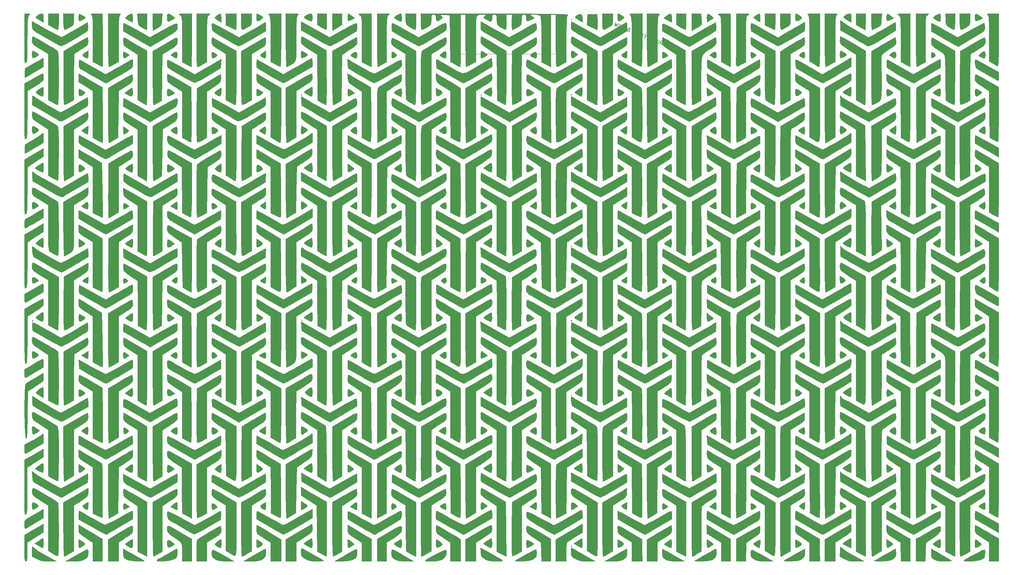
<source format=gbr>
G04 #@! TF.GenerationSoftware,KiCad,Pcbnew,(5.1.4)-1*
G04 #@! TF.CreationDate,2023-05-19T08:47:55-04:00*
G04 #@! TF.ProjectId,ThumbsUp,5468756d-6273-4557-902e-6b696361645f,rev?*
G04 #@! TF.SameCoordinates,Original*
G04 #@! TF.FileFunction,Legend,Bot*
G04 #@! TF.FilePolarity,Positive*
%FSLAX46Y46*%
G04 Gerber Fmt 4.6, Leading zero omitted, Abs format (unit mm)*
G04 Created by KiCad (PCBNEW (5.1.4)-1) date 2023-05-19 08:47:55*
%MOMM*%
%LPD*%
G04 APERTURE LIST*
%ADD10C,0.120000*%
%ADD11C,0.150000*%
%ADD12C,0.010000*%
G04 APERTURE END LIST*
D10*
X153730000Y-497110000D02*
X125670000Y-497100000D01*
D11*
X182323457Y-494381140D02*
X182810902Y-494064493D01*
X182853276Y-494595201D02*
X183227883Y-493668017D01*
X182874670Y-493525310D01*
X182768528Y-493533785D01*
X182706538Y-493560098D01*
X182626710Y-493630563D01*
X182573195Y-493763018D01*
X182581670Y-493869159D01*
X182607983Y-493931149D01*
X182678448Y-494010978D01*
X183031661Y-494153685D01*
X181926093Y-494220595D02*
X182300699Y-493293411D01*
X181355677Y-492962956D02*
X181461819Y-492954481D01*
X181594273Y-493007996D01*
X181708890Y-493105663D01*
X181761516Y-493229643D01*
X181769991Y-493335785D01*
X181742789Y-493530230D01*
X181689274Y-493662684D01*
X181573769Y-493821452D01*
X181493940Y-493891917D01*
X181369960Y-493944544D01*
X181219667Y-493935180D01*
X181131364Y-493899503D01*
X181016747Y-493801836D01*
X180990434Y-493739846D01*
X181115303Y-493430785D01*
X181291909Y-493502139D01*
X180557393Y-493667604D02*
X180931999Y-492740420D01*
X180753615Y-493181936D02*
X180223796Y-492967875D01*
X180027573Y-493453543D02*
X180402180Y-492526359D01*
X180093119Y-492401490D02*
X179563299Y-492187429D01*
X179453602Y-493221644D02*
X179828209Y-492294460D01*
X178060367Y-492093793D02*
X178369428Y-492218662D01*
X178173206Y-492704330D02*
X178547812Y-491777146D01*
X178106296Y-491598762D01*
X176848657Y-492169178D02*
X177336103Y-491852530D01*
X177378477Y-492383238D02*
X177753083Y-491456055D01*
X177399870Y-491313347D01*
X177293729Y-491321822D01*
X177231739Y-491348135D01*
X177151910Y-491418600D01*
X177098395Y-491551055D01*
X177106870Y-491657197D01*
X177133183Y-491719187D01*
X177203648Y-491799015D01*
X177556861Y-491941722D01*
X176649293Y-491010094D02*
X176472686Y-490938741D01*
X176366545Y-490947216D01*
X176242565Y-490999842D01*
X176127059Y-491158610D01*
X176002191Y-491467671D01*
X175974989Y-491662116D01*
X176027615Y-491786096D01*
X176098080Y-491865925D01*
X176274686Y-491937278D01*
X176380828Y-491928803D01*
X176504808Y-491876177D01*
X176620313Y-491717409D01*
X176745182Y-491408348D01*
X176772384Y-491213903D01*
X176719758Y-491089923D01*
X176649293Y-491010094D01*
X175479957Y-491616187D02*
X175854564Y-490689003D01*
X175277926Y-491226408D01*
X175236441Y-490439265D01*
X174861835Y-491366449D01*
X173601054Y-490292114D02*
X173450761Y-490282750D01*
X173388771Y-490309063D01*
X173308942Y-490379528D01*
X173255427Y-490511983D01*
X173263902Y-490618125D01*
X173290215Y-490680115D01*
X173360680Y-490759943D01*
X173713893Y-490902650D01*
X174088499Y-489975467D01*
X173779438Y-489850598D01*
X173673296Y-489859073D01*
X173611306Y-489885386D01*
X173531478Y-489955851D01*
X173495801Y-490044154D01*
X173504276Y-490150295D01*
X173530589Y-490212285D01*
X173601054Y-490292114D01*
X173910115Y-490416983D01*
X172982931Y-490042376D02*
X172673870Y-489917507D01*
X172345193Y-490349660D02*
X172786709Y-490528044D01*
X173161315Y-489600860D01*
X172719799Y-489422476D01*
X171506312Y-490010730D02*
X171947828Y-490189114D01*
X172322435Y-489261930D01*
X171395251Y-488887324D02*
X171218645Y-488815970D01*
X171112503Y-488824445D01*
X170988523Y-488877071D01*
X170873018Y-489035839D01*
X170748149Y-489344901D01*
X170720947Y-489539345D01*
X170773573Y-489663325D01*
X170844038Y-489743154D01*
X171020644Y-489814508D01*
X171126786Y-489806033D01*
X171250766Y-489753406D01*
X171366271Y-489594638D01*
X171491140Y-489285577D01*
X171518342Y-489091132D01*
X171465716Y-488967152D01*
X171395251Y-488887324D01*
X170688825Y-488601909D02*
X170093461Y-489439901D01*
X170184430Y-488706273D01*
X169740248Y-489297194D01*
X169894096Y-488280818D01*
D12*
G36*
X157376842Y-487535789D02*
G01*
X157510526Y-487669473D01*
X157644210Y-487535789D01*
X157510526Y-487402105D01*
X157376842Y-487535789D01*
X157376842Y-487535789D01*
G37*
X157376842Y-487535789D02*
X157510526Y-487669473D01*
X157644210Y-487535789D01*
X157510526Y-487402105D01*
X157376842Y-487535789D01*
G36*
X18956990Y-486024160D02*
G01*
X18886389Y-486575187D01*
X18880000Y-486845087D01*
X18915881Y-487589296D01*
X19100881Y-487870217D01*
X19551035Y-487756416D01*
X20016316Y-487516545D01*
X20539646Y-487197648D01*
X20724895Y-486931070D01*
X20532586Y-486646546D01*
X19923238Y-486273812D01*
X19080526Y-485851035D01*
X18956990Y-486024160D01*
X18956990Y-486024160D01*
G37*
X18956990Y-486024160D02*
X18886389Y-486575187D01*
X18880000Y-486845087D01*
X18915881Y-487589296D01*
X19100881Y-487870217D01*
X19551035Y-487756416D01*
X20016316Y-487516545D01*
X20539646Y-487197648D01*
X20724895Y-486931070D01*
X20532586Y-486646546D01*
X19923238Y-486273812D01*
X19080526Y-485851035D01*
X18956990Y-486024160D01*
G36*
X68955566Y-486035226D02*
G01*
X68883176Y-486628068D01*
X68877895Y-486867368D01*
X68957902Y-487625429D01*
X69232402Y-487906844D01*
X69753116Y-487732841D01*
X70210742Y-487414446D01*
X70632148Y-487033629D01*
X70751516Y-486803510D01*
X70745479Y-486796997D01*
X70228130Y-486420723D01*
X69638457Y-486054509D01*
X69185200Y-485824008D01*
X69085772Y-485797895D01*
X68955566Y-486035226D01*
X68955566Y-486035226D01*
G37*
X68955566Y-486035226D02*
X68883176Y-486628068D01*
X68877895Y-486867368D01*
X68957902Y-487625429D01*
X69232402Y-487906844D01*
X69753116Y-487732841D01*
X70210742Y-487414446D01*
X70632148Y-487033629D01*
X70751516Y-486803510D01*
X70745479Y-486796997D01*
X70228130Y-486420723D01*
X69638457Y-486054509D01*
X69185200Y-485824008D01*
X69085772Y-485797895D01*
X68955566Y-486035226D01*
G36*
X83561171Y-485922603D02*
G01*
X82932885Y-486220034D01*
X82427524Y-486575144D01*
X82246316Y-486848598D01*
X82463556Y-487064767D01*
X82987037Y-487376722D01*
X83624401Y-487687011D01*
X84183289Y-487898180D01*
X84394334Y-487936842D01*
X84556087Y-487699623D01*
X84646049Y-487107028D01*
X84652631Y-486867368D01*
X84608596Y-486168940D01*
X84428516Y-485859966D01*
X84108488Y-485797895D01*
X83561171Y-485922603D01*
X83561171Y-485922603D01*
G37*
X83561171Y-485922603D02*
X82932885Y-486220034D01*
X82427524Y-486575144D01*
X82246316Y-486848598D01*
X82463556Y-487064767D01*
X82987037Y-487376722D01*
X83624401Y-487687011D01*
X84183289Y-487898180D01*
X84394334Y-487936842D01*
X84556087Y-487699623D01*
X84646049Y-487107028D01*
X84652631Y-486867368D01*
X84608596Y-486168940D01*
X84428516Y-485859966D01*
X84108488Y-485797895D01*
X83561171Y-485922603D01*
G36*
X94620199Y-486035675D02*
G01*
X94550364Y-486627952D01*
X94545263Y-486867368D01*
X94579265Y-487588192D01*
X94757741Y-487867381D01*
X95195397Y-487764862D01*
X95734634Y-487488747D01*
X96522952Y-487062062D01*
X95734634Y-486431306D01*
X95173138Y-486020573D01*
X94787848Y-485807503D01*
X94745789Y-485799223D01*
X94620199Y-486035675D01*
X94620199Y-486035675D01*
G37*
X94620199Y-486035675D02*
X94550364Y-486627952D01*
X94545263Y-486867368D01*
X94579265Y-487588192D01*
X94757741Y-487867381D01*
X95195397Y-487764862D01*
X95734634Y-487488747D01*
X96522952Y-487062062D01*
X95734634Y-486431306D01*
X95173138Y-486020573D01*
X94787848Y-485807503D01*
X94745789Y-485799223D01*
X94620199Y-486035675D01*
G36*
X170555566Y-486035226D02*
G01*
X170483176Y-486628068D01*
X170477895Y-486867368D01*
X170557902Y-487625429D01*
X170832402Y-487906844D01*
X171353116Y-487732841D01*
X171810742Y-487414446D01*
X172232148Y-487033629D01*
X172351516Y-486803510D01*
X172345479Y-486796997D01*
X171828130Y-486420723D01*
X171238457Y-486054509D01*
X170785200Y-485824008D01*
X170685772Y-485797895D01*
X170555566Y-486035226D01*
X170555566Y-486035226D01*
G37*
X170555566Y-486035226D02*
X170483176Y-486628068D01*
X170477895Y-486867368D01*
X170557902Y-487625429D01*
X170832402Y-487906844D01*
X171353116Y-487732841D01*
X171810742Y-487414446D01*
X172232148Y-487033629D01*
X172351516Y-486803510D01*
X172345479Y-486796997D01*
X171828130Y-486420723D01*
X171238457Y-486054509D01*
X170785200Y-485824008D01*
X170685772Y-485797895D01*
X170555566Y-486035226D01*
G36*
X220485839Y-486308609D02*
G01*
X220475789Y-486867368D01*
X220539157Y-487595672D01*
X220793733Y-487875812D01*
X221336230Y-487761543D01*
X221745789Y-487573244D01*
X222251691Y-487199867D01*
X222245867Y-486805544D01*
X221722944Y-486349823D01*
X221570852Y-486256594D01*
X220914796Y-485900684D01*
X220592623Y-485895992D01*
X220485839Y-486308609D01*
X220485839Y-486308609D01*
G37*
X220485839Y-486308609D02*
X220475789Y-486867368D01*
X220539157Y-487595672D01*
X220793733Y-487875812D01*
X221336230Y-487761543D01*
X221745789Y-487573244D01*
X222251691Y-487199867D01*
X222245867Y-486805544D01*
X221722944Y-486349823D01*
X221570852Y-486256594D01*
X220914796Y-485900684D01*
X220592623Y-485895992D01*
X220485839Y-486308609D01*
G36*
X246173303Y-486271043D02*
G01*
X246143158Y-486867368D01*
X246177201Y-487588368D01*
X246355816Y-487867462D01*
X246793730Y-487764685D01*
X247331569Y-487489250D01*
X248118927Y-487063068D01*
X247383501Y-486430481D01*
X246725656Y-485935800D01*
X246344339Y-485874876D01*
X246173303Y-486271043D01*
X246173303Y-486271043D01*
G37*
X246173303Y-486271043D02*
X246143158Y-486867368D01*
X246177201Y-487588368D01*
X246355816Y-487867462D01*
X246793730Y-487764685D01*
X247331569Y-487489250D01*
X248118927Y-487063068D01*
X247383501Y-486430481D01*
X246725656Y-485935800D01*
X246344339Y-485874876D01*
X246173303Y-486271043D01*
G36*
X271055375Y-486232245D02*
G01*
X271008421Y-486867368D01*
X271065796Y-487577636D01*
X271300244Y-487869215D01*
X271805251Y-487781773D01*
X272445167Y-487476992D01*
X273213493Y-487073865D01*
X272445167Y-486445495D01*
X271719629Y-485935130D01*
X271273986Y-485858872D01*
X271055375Y-486232245D01*
X271055375Y-486232245D01*
G37*
X271055375Y-486232245D02*
X271008421Y-486867368D01*
X271065796Y-487577636D01*
X271300244Y-487869215D01*
X271805251Y-487781773D01*
X272445167Y-487476992D01*
X273213493Y-487073865D01*
X272445167Y-486445495D01*
X271719629Y-485935130D01*
X271273986Y-485858872D01*
X271055375Y-486232245D01*
G36*
X7893471Y-485929176D02*
G01*
X7376560Y-486239745D01*
X6970115Y-486604693D01*
X6834595Y-486899109D01*
X6872341Y-486956261D01*
X7149210Y-487134735D01*
X7715915Y-487482484D01*
X7984737Y-487644850D01*
X8987368Y-488247823D01*
X8987368Y-487022859D01*
X8959016Y-486270229D01*
X8825857Y-485910372D01*
X8515740Y-485802320D01*
X8360386Y-485797895D01*
X7893471Y-485929176D01*
X7893471Y-485929176D01*
G37*
X7893471Y-485929176D02*
X7376560Y-486239745D01*
X6970115Y-486604693D01*
X6834595Y-486899109D01*
X6872341Y-486956261D01*
X7149210Y-487134735D01*
X7715915Y-487482484D01*
X7984737Y-487644850D01*
X8987368Y-488247823D01*
X8987368Y-487022859D01*
X8959016Y-486270229D01*
X8825857Y-485910372D01*
X8515740Y-485802320D01*
X8360386Y-485797895D01*
X7893471Y-485929176D01*
G36*
X33273631Y-485938008D02*
G01*
X32626984Y-486417840D01*
X31906254Y-487037785D01*
X32894726Y-487620998D01*
X33526337Y-487978863D01*
X33938157Y-488184680D01*
X34001599Y-488204210D01*
X34072239Y-487965019D01*
X34114589Y-487359901D01*
X34120000Y-487001052D01*
X34038751Y-486164838D01*
X33769420Y-485815487D01*
X33273631Y-485938008D01*
X33273631Y-485938008D01*
G37*
X33273631Y-485938008D02*
X32626984Y-486417840D01*
X31906254Y-487037785D01*
X32894726Y-487620998D01*
X33526337Y-487978863D01*
X33938157Y-488184680D01*
X34001599Y-488204210D01*
X34072239Y-487965019D01*
X34114589Y-487359901D01*
X34120000Y-487001052D01*
X34038751Y-486164838D01*
X33769420Y-485815487D01*
X33273631Y-485938008D01*
G36*
X43790449Y-486235648D02*
G01*
X43745263Y-486851589D01*
X43791395Y-487547500D01*
X43906122Y-487973135D01*
X43945789Y-488015856D01*
X44281471Y-487961517D01*
X44868637Y-487689589D01*
X45054376Y-487583127D01*
X45962436Y-487039827D01*
X45188060Y-486420189D01*
X44457791Y-485920400D01*
X44009387Y-485853664D01*
X43790449Y-486235648D01*
X43790449Y-486235648D01*
G37*
X43790449Y-486235648D02*
X43745263Y-486851589D01*
X43791395Y-487547500D01*
X43906122Y-487973135D01*
X43945789Y-488015856D01*
X44281471Y-487961517D01*
X44868637Y-487689589D01*
X45054376Y-487583127D01*
X45962436Y-487039827D01*
X45188060Y-486420189D01*
X44457791Y-485920400D01*
X44009387Y-485853664D01*
X43790449Y-486235648D01*
G36*
X58435195Y-485932967D02*
G01*
X57904285Y-486249965D01*
X57423639Y-486616561D01*
X57183634Y-486900424D01*
X57182534Y-486940235D01*
X57438176Y-487215623D01*
X57976810Y-487615801D01*
X58120885Y-487709437D01*
X58985263Y-488256722D01*
X58985263Y-487027308D01*
X58954241Y-486300491D01*
X58875585Y-485859280D01*
X58825990Y-485797895D01*
X58435195Y-485932967D01*
X58435195Y-485932967D01*
G37*
X58435195Y-485932967D02*
X57904285Y-486249965D01*
X57423639Y-486616561D01*
X57183634Y-486900424D01*
X57182534Y-486940235D01*
X57438176Y-487215623D01*
X57976810Y-487615801D01*
X58120885Y-487709437D01*
X58985263Y-488256722D01*
X58985263Y-487027308D01*
X58954241Y-486300491D01*
X58875585Y-485859280D01*
X58825990Y-485797895D01*
X58435195Y-485932967D01*
G36*
X109069283Y-485924023D02*
G01*
X108488523Y-486222483D01*
X107951086Y-486573392D01*
X107658027Y-486856864D01*
X107646316Y-486898605D01*
X107854176Y-487153143D01*
X108349780Y-487494095D01*
X108941165Y-487814471D01*
X109436366Y-488007282D01*
X109629224Y-488003758D01*
X109757694Y-487630076D01*
X109788153Y-487014026D01*
X109733755Y-486367524D01*
X109607654Y-485902487D01*
X109492305Y-485797895D01*
X109069283Y-485924023D01*
X109069283Y-485924023D01*
G37*
X109069283Y-485924023D02*
X108488523Y-486222483D01*
X107951086Y-486573392D01*
X107658027Y-486856864D01*
X107646316Y-486898605D01*
X107854176Y-487153143D01*
X108349780Y-487494095D01*
X108941165Y-487814471D01*
X109436366Y-488007282D01*
X109629224Y-488003758D01*
X109757694Y-487630076D01*
X109788153Y-487014026D01*
X109733755Y-486367524D01*
X109607654Y-485902487D01*
X109492305Y-485797895D01*
X109069283Y-485924023D01*
G36*
X159683671Y-485968962D02*
G01*
X159336091Y-486116996D01*
X158725156Y-486497333D01*
X158599238Y-486855770D01*
X158966868Y-487262359D01*
X159518028Y-487610615D01*
X160585263Y-488220177D01*
X160585263Y-487158499D01*
X160503465Y-486308639D01*
X160221313Y-485927450D01*
X159683671Y-485968962D01*
X159683671Y-485968962D01*
G37*
X159683671Y-485968962D02*
X159336091Y-486116996D01*
X158725156Y-486497333D01*
X158599238Y-486855770D01*
X158966868Y-487262359D01*
X159518028Y-487610615D01*
X160585263Y-488220177D01*
X160585263Y-487158499D01*
X160503465Y-486308639D01*
X160221313Y-485927450D01*
X159683671Y-485968962D01*
G36*
X184945977Y-485949762D02*
G01*
X184258221Y-486433646D01*
X183466968Y-487066741D01*
X184592431Y-487640910D01*
X185717895Y-488215078D01*
X185717895Y-487006486D01*
X185651788Y-486184863D01*
X185414145Y-485840338D01*
X184945977Y-485949762D01*
X184945977Y-485949762D01*
G37*
X184945977Y-485949762D02*
X184258221Y-486433646D01*
X183466968Y-487066741D01*
X184592431Y-487640910D01*
X185717895Y-488215078D01*
X185717895Y-487006486D01*
X185651788Y-486184863D01*
X185414145Y-485840338D01*
X184945977Y-485949762D01*
G36*
X195643184Y-486305870D02*
G01*
X195610526Y-487001052D01*
X195623766Y-487713315D01*
X195657273Y-488132832D01*
X195677368Y-488182060D01*
X195924431Y-488041720D01*
X196458313Y-487719050D01*
X196651957Y-487600052D01*
X197559703Y-487040194D01*
X196837574Y-486419044D01*
X196188405Y-485932213D01*
X195812769Y-485883820D01*
X195643184Y-486305870D01*
X195643184Y-486305870D01*
G37*
X195643184Y-486305870D02*
X195610526Y-487001052D01*
X195623766Y-487713315D01*
X195657273Y-488132832D01*
X195677368Y-488182060D01*
X195924431Y-488041720D01*
X196458313Y-487719050D01*
X196651957Y-487600052D01*
X197559703Y-487040194D01*
X196837574Y-486419044D01*
X196188405Y-485932213D01*
X195812769Y-485883820D01*
X195643184Y-486305870D01*
G36*
X210062375Y-485929269D02*
G01*
X209523949Y-486236850D01*
X209010549Y-486590823D01*
X208724122Y-486861373D01*
X208711579Y-486898605D01*
X208919985Y-487136567D01*
X209440351Y-487507353D01*
X209647368Y-487634047D01*
X210583158Y-488186176D01*
X210583158Y-486992035D01*
X210551275Y-486277395D01*
X210470677Y-485850799D01*
X210423884Y-485797895D01*
X210062375Y-485929269D01*
X210062375Y-485929269D01*
G37*
X210062375Y-485929269D02*
X209523949Y-486236850D01*
X209010549Y-486590823D01*
X208724122Y-486861373D01*
X208711579Y-486898605D01*
X208919985Y-487136567D01*
X209440351Y-487507353D01*
X209647368Y-487634047D01*
X210583158Y-488186176D01*
X210583158Y-486992035D01*
X210551275Y-486277395D01*
X210470677Y-485850799D01*
X210423884Y-485797895D01*
X210062375Y-485929269D01*
G36*
X235076697Y-485959271D02*
G01*
X234490668Y-486302140D01*
X234126047Y-486647080D01*
X234087916Y-486935276D01*
X234427766Y-487251946D01*
X235197089Y-487682306D01*
X235381579Y-487776608D01*
X236250526Y-488217942D01*
X236250526Y-487007918D01*
X236217661Y-486256192D01*
X236076524Y-485899324D01*
X235763304Y-485799289D01*
X235691119Y-485797895D01*
X235076697Y-485959271D01*
X235076697Y-485959271D01*
G37*
X235076697Y-485959271D02*
X234490668Y-486302140D01*
X234126047Y-486647080D01*
X234087916Y-486935276D01*
X234427766Y-487251946D01*
X235197089Y-487682306D01*
X235381579Y-487776608D01*
X236250526Y-488217942D01*
X236250526Y-487007918D01*
X236217661Y-486256192D01*
X236076524Y-485899324D01*
X235763304Y-485799289D01*
X235691119Y-485797895D01*
X235076697Y-485959271D01*
G36*
X260667177Y-485924023D02*
G01*
X260086418Y-486222483D01*
X259548980Y-486573392D01*
X259255922Y-486856864D01*
X259244210Y-486898605D01*
X259452071Y-487153143D01*
X259947675Y-487494095D01*
X260539060Y-487814471D01*
X261034260Y-488007282D01*
X261227119Y-488003758D01*
X261355589Y-487630076D01*
X261386048Y-487014026D01*
X261331650Y-486367524D01*
X261205549Y-485902487D01*
X261090200Y-485797895D01*
X260667177Y-485924023D01*
X260667177Y-485924023D01*
G37*
X260667177Y-485924023D02*
X260086418Y-486222483D01*
X259548980Y-486573392D01*
X259255922Y-486856864D01*
X259244210Y-486898605D01*
X259452071Y-487153143D01*
X259947675Y-487494095D01*
X260539060Y-487814471D01*
X261034260Y-488007282D01*
X261227119Y-488003758D01*
X261355589Y-487630076D01*
X261386048Y-487014026D01*
X261331650Y-486367524D01*
X261205549Y-485902487D01*
X261090200Y-485797895D01*
X260667177Y-485924023D01*
G36*
X10324210Y-488960598D02*
G01*
X11561044Y-489651878D01*
X12300208Y-490042055D01*
X12853927Y-490292718D01*
X13031571Y-490343158D01*
X13137173Y-490096314D01*
X13217940Y-489437603D01*
X13261250Y-488489753D01*
X13265263Y-488070526D01*
X13265263Y-485797895D01*
X10324210Y-485797895D01*
X10324210Y-488960598D01*
X10324210Y-488960598D01*
G37*
X10324210Y-488960598D02*
X11561044Y-489651878D01*
X12300208Y-490042055D01*
X12853927Y-490292718D01*
X13031571Y-490343158D01*
X13137173Y-490096314D01*
X13217940Y-489437603D01*
X13261250Y-488489753D01*
X13265263Y-488070526D01*
X13265263Y-485797895D01*
X10324210Y-485797895D01*
X10324210Y-488960598D01*
G36*
X14602105Y-488070526D02*
G01*
X14616889Y-489253972D01*
X14706280Y-489961028D01*
X14937835Y-490249994D01*
X15379113Y-490179172D01*
X16097672Y-489806862D01*
X16406842Y-489627960D01*
X17038940Y-489238291D01*
X17378290Y-488891299D01*
X17515958Y-488406996D01*
X17543008Y-487605396D01*
X17543158Y-487382073D01*
X17543158Y-485797895D01*
X14602105Y-485797895D01*
X14602105Y-488070526D01*
X14602105Y-488070526D01*
G37*
X14602105Y-488070526D02*
X14616889Y-489253972D01*
X14706280Y-489961028D01*
X14937835Y-490249994D01*
X15379113Y-490179172D01*
X16097672Y-489806862D01*
X16406842Y-489627960D01*
X17038940Y-489238291D01*
X17378290Y-488891299D01*
X17515958Y-488406996D01*
X17543008Y-487605396D01*
X17543158Y-487382073D01*
X17543158Y-485797895D01*
X14602105Y-485797895D01*
X14602105Y-488070526D01*
G36*
X35510926Y-487429512D02*
G01*
X35571352Y-488337384D01*
X35703567Y-488885859D01*
X36001685Y-489249809D01*
X36559821Y-489604109D01*
X36734019Y-489702144D01*
X37420949Y-490073980D01*
X37893740Y-490305294D01*
X38004019Y-490343158D01*
X38061190Y-490096270D01*
X38104914Y-489437451D01*
X38128357Y-488489462D01*
X38130526Y-488070526D01*
X38130526Y-485797895D01*
X35431326Y-485797895D01*
X35510926Y-487429512D01*
X35510926Y-487429512D01*
G37*
X35510926Y-487429512D02*
X35571352Y-488337384D01*
X35703567Y-488885859D01*
X36001685Y-489249809D01*
X36559821Y-489604109D01*
X36734019Y-489702144D01*
X37420949Y-490073980D01*
X37893740Y-490305294D01*
X38004019Y-490343158D01*
X38061190Y-490096270D01*
X38104914Y-489437451D01*
X38128357Y-488489462D01*
X38130526Y-488070526D01*
X38130526Y-485797895D01*
X35431326Y-485797895D01*
X35510926Y-487429512D01*
G36*
X60322105Y-488997307D02*
G01*
X61650059Y-489670233D01*
X62403300Y-490039965D01*
X62946493Y-490284384D01*
X63120585Y-490343158D01*
X63185017Y-490096275D01*
X63234293Y-489437468D01*
X63260712Y-488489495D01*
X63263158Y-488070526D01*
X63263158Y-485797895D01*
X60322105Y-485797895D01*
X60322105Y-488997307D01*
X60322105Y-488997307D01*
G37*
X60322105Y-488997307D02*
X61650059Y-489670233D01*
X62403300Y-490039965D01*
X62946493Y-490284384D01*
X63120585Y-490343158D01*
X63185017Y-490096275D01*
X63234293Y-489437468D01*
X63260712Y-488489495D01*
X63263158Y-488070526D01*
X63263158Y-485797895D01*
X60322105Y-485797895D01*
X60322105Y-488997307D01*
G36*
X64600000Y-488070526D02*
G01*
X64614784Y-489253972D01*
X64704175Y-489961028D01*
X64935730Y-490249994D01*
X65377008Y-490179172D01*
X66095567Y-489806862D01*
X66404737Y-489627960D01*
X67036835Y-489238291D01*
X67376185Y-488891299D01*
X67513852Y-488406996D01*
X67540903Y-487605396D01*
X67541053Y-487382073D01*
X67541053Y-485797895D01*
X64600000Y-485797895D01*
X64600000Y-488070526D01*
X64600000Y-488070526D01*
G37*
X64600000Y-488070526D02*
X64614784Y-489253972D01*
X64704175Y-489961028D01*
X64935730Y-490249994D01*
X65377008Y-490179172D01*
X66095567Y-489806862D01*
X66404737Y-489627960D01*
X67036835Y-489238291D01*
X67376185Y-488891299D01*
X67513852Y-488406996D01*
X67540903Y-487605396D01*
X67541053Y-487382073D01*
X67541053Y-485797895D01*
X64600000Y-485797895D01*
X64600000Y-488070526D01*
G36*
X85989474Y-488955504D02*
G01*
X87173400Y-489649331D01*
X87875126Y-490044506D01*
X88374009Y-490295783D01*
X88510242Y-490343158D01*
X88579347Y-490096279D01*
X88632198Y-489437480D01*
X88660535Y-488489518D01*
X88663158Y-488070526D01*
X88663158Y-485797895D01*
X85989474Y-485797895D01*
X85989474Y-488955504D01*
X85989474Y-488955504D01*
G37*
X85989474Y-488955504D02*
X87173400Y-489649331D01*
X87875126Y-490044506D01*
X88374009Y-490295783D01*
X88510242Y-490343158D01*
X88579347Y-490096279D01*
X88632198Y-489437480D01*
X88660535Y-488489518D01*
X88663158Y-488070526D01*
X88663158Y-485797895D01*
X85989474Y-485797895D01*
X85989474Y-488955504D01*
G36*
X110854737Y-487226982D02*
G01*
X110926909Y-488256703D01*
X111163691Y-488888301D01*
X111322631Y-489066319D01*
X111814313Y-489419619D01*
X112489674Y-489821438D01*
X113151638Y-490163602D01*
X113603126Y-490337935D01*
X113648828Y-490343158D01*
X113715243Y-490096277D01*
X113766036Y-489437473D01*
X113793269Y-488489504D01*
X113795789Y-488070526D01*
X113795789Y-485797895D01*
X110854737Y-485797895D01*
X110854737Y-487226982D01*
X110854737Y-487226982D01*
G37*
X110854737Y-487226982D02*
X110926909Y-488256703D01*
X111163691Y-488888301D01*
X111322631Y-489066319D01*
X111814313Y-489419619D01*
X112489674Y-489821438D01*
X113151638Y-490163602D01*
X113603126Y-490337935D01*
X113648828Y-490343158D01*
X113715243Y-490096277D01*
X113766036Y-489437473D01*
X113793269Y-488489504D01*
X113795789Y-488070526D01*
X113795789Y-485797895D01*
X110854737Y-485797895D01*
X110854737Y-487226982D01*
G36*
X161975936Y-487457850D02*
G01*
X161896082Y-488984120D01*
X163237047Y-489663639D01*
X163996330Y-490035630D01*
X164548399Y-490282447D01*
X164731398Y-490343158D01*
X164792947Y-490096862D01*
X164823171Y-489440900D01*
X164817800Y-488499655D01*
X164807129Y-488137368D01*
X164729474Y-485931579D01*
X162055789Y-485931579D01*
X161975936Y-487457850D01*
X161975936Y-487457850D01*
G37*
X161975936Y-487457850D02*
X161896082Y-488984120D01*
X163237047Y-489663639D01*
X163996330Y-490035630D01*
X164548399Y-490282447D01*
X164731398Y-490343158D01*
X164792947Y-490096862D01*
X164823171Y-489440900D01*
X164817800Y-488499655D01*
X164807129Y-488137368D01*
X164729474Y-485931579D01*
X162055789Y-485931579D01*
X161975936Y-487457850D01*
G36*
X166200000Y-488070526D02*
G01*
X166214784Y-489253972D01*
X166304175Y-489961028D01*
X166535730Y-490249994D01*
X166977008Y-490179172D01*
X167695567Y-489806862D01*
X168004737Y-489627960D01*
X168636835Y-489238291D01*
X168976185Y-488891299D01*
X169113852Y-488406996D01*
X169140903Y-487605396D01*
X169141053Y-487382073D01*
X169141053Y-485797895D01*
X166200000Y-485797895D01*
X166200000Y-488070526D01*
X166200000Y-488070526D01*
G37*
X166200000Y-488070526D02*
X166214784Y-489253972D01*
X166304175Y-489961028D01*
X166535730Y-490249994D01*
X166977008Y-490179172D01*
X167695567Y-489806862D01*
X168004737Y-489627960D01*
X168636835Y-489238291D01*
X168976185Y-488891299D01*
X169113852Y-488406996D01*
X169140903Y-487605396D01*
X169141053Y-487382073D01*
X169141053Y-485797895D01*
X166200000Y-485797895D01*
X166200000Y-488070526D01*
G36*
X187054737Y-488955504D02*
G01*
X188238663Y-489649331D01*
X188940389Y-490044506D01*
X189439272Y-490295783D01*
X189575505Y-490343158D01*
X189644610Y-490096279D01*
X189697461Y-489437480D01*
X189725798Y-488489518D01*
X189728421Y-488070526D01*
X189728421Y-485797895D01*
X187054737Y-485797895D01*
X187054737Y-488955504D01*
X187054737Y-488955504D01*
G37*
X187054737Y-488955504D02*
X188238663Y-489649331D01*
X188940389Y-490044506D01*
X189439272Y-490295783D01*
X189575505Y-490343158D01*
X189644610Y-490096279D01*
X189697461Y-489437480D01*
X189725798Y-488489518D01*
X189728421Y-488070526D01*
X189728421Y-485797895D01*
X187054737Y-485797895D01*
X187054737Y-488955504D01*
G36*
X211920000Y-488997307D02*
G01*
X213247954Y-489670233D01*
X214001194Y-490039965D01*
X214544388Y-490284384D01*
X214718480Y-490343158D01*
X214782911Y-490096275D01*
X214832188Y-489437468D01*
X214858607Y-488489495D01*
X214861053Y-488070526D01*
X214861053Y-485797895D01*
X211920000Y-485797895D01*
X211920000Y-488997307D01*
X211920000Y-488997307D01*
G37*
X211920000Y-488997307D02*
X213247954Y-489670233D01*
X214001194Y-490039965D01*
X214544388Y-490284384D01*
X214718480Y-490343158D01*
X214782911Y-490096275D01*
X214832188Y-489437468D01*
X214858607Y-488489495D01*
X214861053Y-488070526D01*
X214861053Y-485797895D01*
X211920000Y-485797895D01*
X211920000Y-488997307D01*
G36*
X216197895Y-488070526D02*
G01*
X216212679Y-489253972D01*
X216302069Y-489961028D01*
X216533625Y-490249994D01*
X216974903Y-490179172D01*
X217693462Y-489806862D01*
X218002631Y-489627960D01*
X218634730Y-489238291D01*
X218974080Y-488891299D01*
X219111747Y-488406996D01*
X219138797Y-487605396D01*
X219138947Y-487382073D01*
X219138947Y-485797895D01*
X216197895Y-485797895D01*
X216197895Y-488070526D01*
X216197895Y-488070526D01*
G37*
X216197895Y-488070526D02*
X216212679Y-489253972D01*
X216302069Y-489961028D01*
X216533625Y-490249994D01*
X216974903Y-490179172D01*
X217693462Y-489806862D01*
X218002631Y-489627960D01*
X218634730Y-489238291D01*
X218974080Y-488891299D01*
X219111747Y-488406996D01*
X219138797Y-487605396D01*
X219138947Y-487382073D01*
X219138947Y-485797895D01*
X216197895Y-485797895D01*
X216197895Y-488070526D01*
G36*
X237587368Y-488960598D02*
G01*
X238824202Y-489651878D01*
X239534037Y-490038962D01*
X240027206Y-490289825D01*
X240161044Y-490343158D01*
X240206241Y-490096263D01*
X240240806Y-489437427D01*
X240259338Y-488489417D01*
X240261053Y-488070526D01*
X240261053Y-485797895D01*
X237587368Y-485797895D01*
X237587368Y-488960598D01*
X237587368Y-488960598D01*
G37*
X237587368Y-488960598D02*
X238824202Y-489651878D01*
X239534037Y-490038962D01*
X240027206Y-490289825D01*
X240161044Y-490343158D01*
X240206241Y-490096263D01*
X240240806Y-489437427D01*
X240259338Y-488489417D01*
X240261053Y-488070526D01*
X240261053Y-485797895D01*
X237587368Y-485797895D01*
X237587368Y-488960598D01*
G36*
X241865263Y-488070526D02*
G01*
X241887021Y-489095714D01*
X241945086Y-489877562D01*
X242028648Y-490294177D01*
X242065789Y-490331341D01*
X242406275Y-490210133D01*
X243030260Y-489918356D01*
X243335789Y-489763047D01*
X244000300Y-489409789D01*
X244432802Y-489165830D01*
X244505717Y-489117392D01*
X244575243Y-488824638D01*
X244654363Y-488154132D01*
X244714267Y-487413055D01*
X244822363Y-485797895D01*
X241865263Y-485797895D01*
X241865263Y-488070526D01*
X241865263Y-488070526D01*
G37*
X241865263Y-488070526D02*
X241887021Y-489095714D01*
X241945086Y-489877562D01*
X242028648Y-490294177D01*
X242065789Y-490331341D01*
X242406275Y-490210133D01*
X243030260Y-489918356D01*
X243335789Y-489763047D01*
X244000300Y-489409789D01*
X244432802Y-489165830D01*
X244505717Y-489117392D01*
X244575243Y-488824638D01*
X244654363Y-488154132D01*
X244714267Y-487413055D01*
X244822363Y-485797895D01*
X241865263Y-485797895D01*
X241865263Y-488070526D01*
G36*
X262774084Y-487461682D02*
G01*
X262834363Y-488381968D01*
X262961789Y-488938108D01*
X263242609Y-489300350D01*
X263763071Y-489638944D01*
X263923158Y-489729916D01*
X264604689Y-490093206D01*
X265088305Y-490311206D01*
X265193158Y-490338759D01*
X265283758Y-490093988D01*
X265353057Y-489437009D01*
X265390231Y-488490247D01*
X265393684Y-488070526D01*
X265393684Y-485797895D01*
X262694484Y-485797895D01*
X262774084Y-487461682D01*
X262774084Y-487461682D01*
G37*
X262774084Y-487461682D02*
X262834363Y-488381968D01*
X262961789Y-488938108D01*
X263242609Y-489300350D01*
X263763071Y-489638944D01*
X263923158Y-489729916D01*
X264604689Y-490093206D01*
X265088305Y-490311206D01*
X265193158Y-490338759D01*
X265283758Y-490093988D01*
X265353057Y-489437009D01*
X265390231Y-488490247D01*
X265393684Y-488070526D01*
X265393684Y-485797895D01*
X262694484Y-485797895D01*
X262774084Y-487461682D01*
G36*
X266730526Y-488070526D02*
G01*
X266747772Y-489265614D01*
X266842516Y-489982832D01*
X267079270Y-490278893D01*
X267522542Y-490210506D01*
X268236845Y-489834381D01*
X268535263Y-489657053D01*
X269166783Y-489256619D01*
X269506163Y-488902824D01*
X269644133Y-488414413D01*
X269671419Y-487610133D01*
X269671579Y-487386951D01*
X269671579Y-485797895D01*
X266730526Y-485797895D01*
X266730526Y-488070526D01*
X266730526Y-488070526D01*
G37*
X266730526Y-488070526D02*
X266747772Y-489265614D01*
X266842516Y-489982832D01*
X267079270Y-490278893D01*
X267522542Y-490210506D01*
X268236845Y-489834381D01*
X268535263Y-489657053D01*
X269166783Y-489256619D01*
X269506163Y-488902824D01*
X269644133Y-488414413D01*
X269671419Y-487610133D01*
X269671579Y-487386951D01*
X269671579Y-485797895D01*
X266730526Y-485797895D01*
X266730526Y-488070526D01*
G36*
X39734737Y-488204210D02*
G01*
X39741598Y-489260876D01*
X39759980Y-490076353D01*
X39786577Y-490532712D01*
X39801579Y-490589510D01*
X40047493Y-490451160D01*
X40606680Y-490118707D01*
X41071579Y-489837901D01*
X41731263Y-489415906D01*
X42098165Y-489048404D01*
X42268663Y-488556181D01*
X42339134Y-487760020D01*
X42354337Y-487452602D01*
X42433937Y-485797895D01*
X39734737Y-485797895D01*
X39734737Y-488204210D01*
X39734737Y-488204210D01*
G37*
X39734737Y-488204210D02*
X39741598Y-489260876D01*
X39759980Y-490076353D01*
X39786577Y-490532712D01*
X39801579Y-490589510D01*
X40047493Y-490451160D01*
X40606680Y-490118707D01*
X41071579Y-489837901D01*
X41731263Y-489415906D01*
X42098165Y-489048404D01*
X42268663Y-488556181D01*
X42339134Y-487760020D01*
X42354337Y-487452602D01*
X42433937Y-485797895D01*
X39734737Y-485797895D01*
X39734737Y-488204210D01*
G36*
X90267368Y-488204210D02*
G01*
X90274231Y-489261230D01*
X90292617Y-490077410D01*
X90319219Y-490534663D01*
X90334210Y-490591922D01*
X90577045Y-490450766D01*
X91134372Y-490105666D01*
X91671053Y-489767209D01*
X92941053Y-488961101D01*
X92941053Y-485797895D01*
X90267368Y-485797895D01*
X90267368Y-488204210D01*
X90267368Y-488204210D01*
G37*
X90267368Y-488204210D02*
X90274231Y-489261230D01*
X90292617Y-490077410D01*
X90319219Y-490534663D01*
X90334210Y-490591922D01*
X90577045Y-490450766D01*
X91134372Y-490105666D01*
X91671053Y-489767209D01*
X92941053Y-488961101D01*
X92941053Y-485797895D01*
X90267368Y-485797895D01*
X90267368Y-488204210D01*
G36*
X191332631Y-488204210D02*
G01*
X191339487Y-489259290D01*
X191357852Y-490071618D01*
X191384428Y-490523974D01*
X191399474Y-490578691D01*
X191650143Y-490442423D01*
X192224159Y-490125592D01*
X192733080Y-489843428D01*
X193459711Y-489403360D01*
X193965401Y-489028640D01*
X194103696Y-488870097D01*
X194138698Y-488466860D01*
X194114880Y-487729639D01*
X194072914Y-487199044D01*
X193938282Y-485797895D01*
X191332631Y-485797895D01*
X191332631Y-488204210D01*
X191332631Y-488204210D01*
G37*
X191332631Y-488204210D02*
X191339487Y-489259290D01*
X191357852Y-490071618D01*
X191384428Y-490523974D01*
X191399474Y-490578691D01*
X191650143Y-490442423D01*
X192224159Y-490125592D01*
X192733080Y-489843428D01*
X193459711Y-489403360D01*
X193965401Y-489028640D01*
X194103696Y-488870097D01*
X194138698Y-488466860D01*
X194114880Y-487729639D01*
X194072914Y-487199044D01*
X193938282Y-485797895D01*
X191332631Y-485797895D01*
X191332631Y-488204210D01*
G36*
X5778947Y-489095235D02*
G01*
X5800673Y-489751613D01*
X5934483Y-490194197D01*
X6283326Y-490566154D01*
X6950152Y-491010650D01*
X7316316Y-491233180D01*
X9174837Y-492340393D01*
X10807507Y-493282095D01*
X12164840Y-494031391D01*
X13197352Y-494561389D01*
X13855558Y-494845196D01*
X14038893Y-494886618D01*
X14413405Y-494754073D01*
X15148649Y-494391206D01*
X16150051Y-493848119D01*
X17323033Y-493174913D01*
X17766758Y-492911754D01*
X18966623Y-492186978D01*
X20009265Y-491543991D01*
X20804449Y-491039434D01*
X21261944Y-490729946D01*
X21326538Y-490677251D01*
X21473373Y-490263064D01*
X21515516Y-489555717D01*
X21503990Y-489333282D01*
X21420000Y-488250755D01*
X17944210Y-490255927D01*
X16707859Y-490966464D01*
X15627326Y-491582358D01*
X14791184Y-492053515D01*
X14288004Y-492329840D01*
X14192328Y-492377905D01*
X13854902Y-492294945D01*
X13118845Y-491966543D01*
X12043264Y-491423704D01*
X10687262Y-490697433D01*
X9109944Y-489818736D01*
X7370414Y-488818617D01*
X7048947Y-488630622D01*
X5778947Y-487886030D01*
X5778947Y-489095235D01*
X5778947Y-489095235D01*
G37*
X5778947Y-489095235D02*
X5800673Y-489751613D01*
X5934483Y-490194197D01*
X6283326Y-490566154D01*
X6950152Y-491010650D01*
X7316316Y-491233180D01*
X9174837Y-492340393D01*
X10807507Y-493282095D01*
X12164840Y-494031391D01*
X13197352Y-494561389D01*
X13855558Y-494845196D01*
X14038893Y-494886618D01*
X14413405Y-494754073D01*
X15148649Y-494391206D01*
X16150051Y-493848119D01*
X17323033Y-493174913D01*
X17766758Y-492911754D01*
X18966623Y-492186978D01*
X20009265Y-491543991D01*
X20804449Y-491039434D01*
X21261944Y-490729946D01*
X21326538Y-490677251D01*
X21473373Y-490263064D01*
X21515516Y-489555717D01*
X21503990Y-489333282D01*
X21420000Y-488250755D01*
X17944210Y-490255927D01*
X16707859Y-490966464D01*
X15627326Y-491582358D01*
X14791184Y-492053515D01*
X14288004Y-492329840D01*
X14192328Y-492377905D01*
X13854902Y-492294945D01*
X13118845Y-491966543D01*
X12043264Y-491423704D01*
X10687262Y-490697433D01*
X9109944Y-489818736D01*
X7370414Y-488818617D01*
X7048947Y-488630622D01*
X5778947Y-487886030D01*
X5778947Y-489095235D01*
G36*
X81455936Y-489229415D02*
G01*
X81467661Y-490476842D01*
X85302102Y-492682631D01*
X86618511Y-493422021D01*
X87802258Y-494053525D01*
X88764338Y-494532245D01*
X89415746Y-494813276D01*
X89635114Y-494868577D01*
X90031563Y-494729554D01*
X90789947Y-494360027D01*
X91816519Y-493809306D01*
X93017532Y-493126704D01*
X93609474Y-492778003D01*
X97085263Y-490707272D01*
X97167478Y-489589426D01*
X97156031Y-488804785D01*
X96981313Y-488478186D01*
X96938588Y-488471579D01*
X96608151Y-488597979D01*
X95903673Y-488946321D01*
X94913710Y-489470314D01*
X93726815Y-490123668D01*
X93078238Y-490489481D01*
X89528994Y-492507383D01*
X81444210Y-487981989D01*
X81455936Y-489229415D01*
X81455936Y-489229415D01*
G37*
X81455936Y-489229415D02*
X81467661Y-490476842D01*
X85302102Y-492682631D01*
X86618511Y-493422021D01*
X87802258Y-494053525D01*
X88764338Y-494532245D01*
X89415746Y-494813276D01*
X89635114Y-494868577D01*
X90031563Y-494729554D01*
X90789947Y-494360027D01*
X91816519Y-493809306D01*
X93017532Y-493126704D01*
X93609474Y-492778003D01*
X97085263Y-490707272D01*
X97167478Y-489589426D01*
X97156031Y-488804785D01*
X96981313Y-488478186D01*
X96938588Y-488471579D01*
X96608151Y-488597979D01*
X95903673Y-488946321D01*
X94913710Y-489470314D01*
X93726815Y-490123668D01*
X93078238Y-490489481D01*
X89528994Y-492507383D01*
X81444210Y-487981989D01*
X81455936Y-489229415D01*
G36*
X121862958Y-488467949D02*
G01*
X121197127Y-488782763D01*
X120236335Y-489284131D01*
X119063351Y-489929432D01*
X118267561Y-490382117D01*
X114584596Y-492502742D01*
X113187561Y-491734784D01*
X112293930Y-491238990D01*
X111143737Y-490594592D01*
X109944785Y-489918145D01*
X109594011Y-489719202D01*
X108614653Y-489177033D01*
X107803006Y-488753876D01*
X107275062Y-488508921D01*
X107149070Y-488471579D01*
X107005198Y-488709146D01*
X106937816Y-489306315D01*
X106939270Y-489600595D01*
X106977895Y-490729612D01*
X110587368Y-492804604D01*
X111857334Y-493520630D01*
X112984940Y-494130133D01*
X113880314Y-494586546D01*
X114453583Y-494843304D01*
X114597895Y-494882546D01*
X115005706Y-494754700D01*
X115729751Y-494412820D01*
X116631317Y-493923887D01*
X116870526Y-493785154D01*
X118597342Y-492771411D01*
X119919609Y-491991734D01*
X120890946Y-491404460D01*
X121564970Y-490967926D01*
X121995299Y-490640467D01*
X122235552Y-490380421D01*
X122339347Y-490146125D01*
X122360301Y-489895914D01*
X122352034Y-489588125D01*
X122351579Y-489526156D01*
X122304024Y-488837885D01*
X122186210Y-488419350D01*
X122151053Y-488382315D01*
X121862958Y-488467949D01*
X121862958Y-488467949D01*
G37*
X121862958Y-488467949D02*
X121197127Y-488782763D01*
X120236335Y-489284131D01*
X119063351Y-489929432D01*
X118267561Y-490382117D01*
X114584596Y-492502742D01*
X113187561Y-491734784D01*
X112293930Y-491238990D01*
X111143737Y-490594592D01*
X109944785Y-489918145D01*
X109594011Y-489719202D01*
X108614653Y-489177033D01*
X107803006Y-488753876D01*
X107275062Y-488508921D01*
X107149070Y-488471579D01*
X107005198Y-488709146D01*
X106937816Y-489306315D01*
X106939270Y-489600595D01*
X106977895Y-490729612D01*
X110587368Y-492804604D01*
X111857334Y-493520630D01*
X112984940Y-494130133D01*
X113880314Y-494586546D01*
X114453583Y-494843304D01*
X114597895Y-494882546D01*
X115005706Y-494754700D01*
X115729751Y-494412820D01*
X116631317Y-493923887D01*
X116870526Y-493785154D01*
X118597342Y-492771411D01*
X119919609Y-491991734D01*
X120890946Y-491404460D01*
X121564970Y-490967926D01*
X121995299Y-490640467D01*
X122235552Y-490380421D01*
X122339347Y-490146125D01*
X122360301Y-489895914D01*
X122352034Y-489588125D01*
X122351579Y-489526156D01*
X122304024Y-488837885D01*
X122186210Y-488419350D01*
X122151053Y-488382315D01*
X121862958Y-488467949D01*
G36*
X157425074Y-489085636D02*
G01*
X157426156Y-489874960D01*
X157628963Y-490351350D01*
X157929696Y-490609939D01*
X158666977Y-491082588D01*
X159660738Y-491679676D01*
X160813852Y-492347447D01*
X162029191Y-493032147D01*
X163209629Y-493680022D01*
X164258038Y-494237316D01*
X165077290Y-494650275D01*
X165570259Y-494865143D01*
X165651741Y-494883674D01*
X166017757Y-494752173D01*
X166751236Y-494392972D01*
X167761297Y-493853804D01*
X168957058Y-493182402D01*
X169596964Y-492811568D01*
X173127612Y-490744210D01*
X173139596Y-489458431D01*
X173109734Y-488739105D01*
X173020269Y-488326319D01*
X172951053Y-488283909D01*
X172660626Y-488450613D01*
X171993159Y-488836283D01*
X171034101Y-489391472D01*
X169868902Y-490066730D01*
X169227595Y-490438636D01*
X168000106Y-491146486D01*
X166943376Y-491747993D01*
X166140004Y-492196760D01*
X165672585Y-492446394D01*
X165589613Y-492482105D01*
X165330857Y-492356676D01*
X164685730Y-492009059D01*
X163732206Y-491482256D01*
X162548258Y-490819270D01*
X161492544Y-490222538D01*
X157510526Y-487962972D01*
X157425074Y-489085636D01*
X157425074Y-489085636D01*
G37*
X157425074Y-489085636D02*
X157426156Y-489874960D01*
X157628963Y-490351350D01*
X157929696Y-490609939D01*
X158666977Y-491082588D01*
X159660738Y-491679676D01*
X160813852Y-492347447D01*
X162029191Y-493032147D01*
X163209629Y-493680022D01*
X164258038Y-494237316D01*
X165077290Y-494650275D01*
X165570259Y-494865143D01*
X165651741Y-494883674D01*
X166017757Y-494752173D01*
X166751236Y-494392972D01*
X167761297Y-493853804D01*
X168957058Y-493182402D01*
X169596964Y-492811568D01*
X173127612Y-490744210D01*
X173139596Y-489458431D01*
X173109734Y-488739105D01*
X173020269Y-488326319D01*
X172951053Y-488283909D01*
X172660626Y-488450613D01*
X171993159Y-488836283D01*
X171034101Y-489391472D01*
X169868902Y-490066730D01*
X169227595Y-490438636D01*
X168000106Y-491146486D01*
X166943376Y-491747993D01*
X166140004Y-492196760D01*
X165672585Y-492446394D01*
X165589613Y-492482105D01*
X165330857Y-492356676D01*
X164685730Y-492009059D01*
X163732206Y-491482256D01*
X162548258Y-490819270D01*
X161492544Y-490222538D01*
X157510526Y-487962972D01*
X157425074Y-489085636D01*
G36*
X222280526Y-488690735D02*
G01*
X221466127Y-489173066D01*
X220542156Y-489700787D01*
X220342105Y-489812152D01*
X219568098Y-490247252D01*
X218547722Y-490830242D01*
X217495788Y-491438355D01*
X217449600Y-491465247D01*
X215626568Y-492527062D01*
X211998517Y-490499320D01*
X210735028Y-489801581D01*
X209630566Y-489207554D01*
X208771228Y-488762306D01*
X208243110Y-488510901D01*
X208124597Y-488471579D01*
X207991694Y-488708310D01*
X207947990Y-489303704D01*
X207960943Y-489601990D01*
X208043158Y-490732401D01*
X211652631Y-492805999D01*
X212922660Y-493521423D01*
X214050310Y-494130108D01*
X214945694Y-494585569D01*
X215518926Y-494841320D01*
X215663158Y-494880023D01*
X216024229Y-494750465D01*
X216753309Y-494393158D01*
X217759966Y-493855627D01*
X218953768Y-493185395D01*
X219597777Y-492812331D01*
X223131345Y-490744210D01*
X223140409Y-489452404D01*
X223149474Y-488160597D01*
X222280526Y-488690735D01*
X222280526Y-488690735D01*
G37*
X222280526Y-488690735D02*
X221466127Y-489173066D01*
X220542156Y-489700787D01*
X220342105Y-489812152D01*
X219568098Y-490247252D01*
X218547722Y-490830242D01*
X217495788Y-491438355D01*
X217449600Y-491465247D01*
X215626568Y-492527062D01*
X211998517Y-490499320D01*
X210735028Y-489801581D01*
X209630566Y-489207554D01*
X208771228Y-488762306D01*
X208243110Y-488510901D01*
X208124597Y-488471579D01*
X207991694Y-488708310D01*
X207947990Y-489303704D01*
X207960943Y-489601990D01*
X208043158Y-490732401D01*
X211652631Y-492805999D01*
X212922660Y-493521423D01*
X214050310Y-494130108D01*
X214945694Y-494585569D01*
X215518926Y-494841320D01*
X215663158Y-494880023D01*
X216024229Y-494750465D01*
X216753309Y-494393158D01*
X217759966Y-493855627D01*
X218953768Y-493185395D01*
X219597777Y-492812331D01*
X223131345Y-490744210D01*
X223140409Y-489452404D01*
X223149474Y-488160597D01*
X222280526Y-488690735D01*
G36*
X31505126Y-488709899D02*
G01*
X31453167Y-489309189D01*
X31448430Y-489607895D01*
X31450545Y-490744210D01*
X34456325Y-492471219D01*
X35669604Y-493168319D01*
X36785198Y-493809283D01*
X37683422Y-494325347D01*
X38244593Y-494647749D01*
X38264210Y-494659019D01*
X39066316Y-495119810D01*
X42809474Y-492913740D01*
X44208213Y-492083092D01*
X45210787Y-491463602D01*
X45885043Y-491000652D01*
X46298830Y-490639626D01*
X46519994Y-490325908D01*
X46616383Y-490004879D01*
X46638312Y-489831540D01*
X46680526Y-489203991D01*
X46623362Y-488796841D01*
X46406734Y-488618470D01*
X45970556Y-488677255D01*
X45254743Y-488981574D01*
X44199208Y-489539806D01*
X42743867Y-490360330D01*
X42710760Y-490379193D01*
X38969299Y-492511202D01*
X35357838Y-490491390D01*
X34105967Y-489796395D01*
X33022608Y-489204701D01*
X32191353Y-488761193D01*
X31695794Y-488510760D01*
X31596347Y-488471579D01*
X31505126Y-488709899D01*
X31505126Y-488709899D01*
G37*
X31505126Y-488709899D02*
X31453167Y-489309189D01*
X31448430Y-489607895D01*
X31450545Y-490744210D01*
X34456325Y-492471219D01*
X35669604Y-493168319D01*
X36785198Y-493809283D01*
X37683422Y-494325347D01*
X38244593Y-494647749D01*
X38264210Y-494659019D01*
X39066316Y-495119810D01*
X42809474Y-492913740D01*
X44208213Y-492083092D01*
X45210787Y-491463602D01*
X45885043Y-491000652D01*
X46298830Y-490639626D01*
X46519994Y-490325908D01*
X46616383Y-490004879D01*
X46638312Y-489831540D01*
X46680526Y-489203991D01*
X46623362Y-488796841D01*
X46406734Y-488618470D01*
X45970556Y-488677255D01*
X45254743Y-488981574D01*
X44199208Y-489539806D01*
X42743867Y-490360330D01*
X42710760Y-490379193D01*
X38969299Y-492511202D01*
X35357838Y-490491390D01*
X34105967Y-489796395D01*
X33022608Y-489204701D01*
X32191353Y-488761193D01*
X31695794Y-488510760D01*
X31596347Y-488471579D01*
X31505126Y-488709899D01*
G36*
X71060756Y-488456528D02*
G01*
X70392790Y-488843267D01*
X69432229Y-489399467D01*
X68264147Y-490075868D01*
X67595275Y-490463206D01*
X64040024Y-492522044D01*
X60510012Y-490563653D01*
X59251785Y-489872286D01*
X58143323Y-489275714D01*
X57275805Y-488822056D01*
X56740410Y-488559431D01*
X56629303Y-488515641D01*
X56408325Y-488611421D01*
X56341350Y-489106834D01*
X56361935Y-489564933D01*
X56423709Y-490125834D01*
X56574013Y-490536303D01*
X56907661Y-490901795D01*
X57519468Y-491327768D01*
X58450526Y-491887962D01*
X59604287Y-492561930D01*
X60803068Y-493250456D01*
X61811680Y-493818616D01*
X61926316Y-493881971D01*
X62746667Y-494344000D01*
X63392661Y-494726337D01*
X63683140Y-494916801D01*
X64018670Y-494870765D01*
X64751050Y-494562677D01*
X65826634Y-494018573D01*
X67191773Y-493264489D01*
X67750064Y-492942974D01*
X71530688Y-490744210D01*
X71541134Y-489458431D01*
X71510411Y-488740163D01*
X71420448Y-488329466D01*
X71351053Y-488288510D01*
X71060756Y-488456528D01*
X71060756Y-488456528D01*
G37*
X71060756Y-488456528D02*
X70392790Y-488843267D01*
X69432229Y-489399467D01*
X68264147Y-490075868D01*
X67595275Y-490463206D01*
X64040024Y-492522044D01*
X60510012Y-490563653D01*
X59251785Y-489872286D01*
X58143323Y-489275714D01*
X57275805Y-488822056D01*
X56740410Y-488559431D01*
X56629303Y-488515641D01*
X56408325Y-488611421D01*
X56341350Y-489106834D01*
X56361935Y-489564933D01*
X56423709Y-490125834D01*
X56574013Y-490536303D01*
X56907661Y-490901795D01*
X57519468Y-491327768D01*
X58450526Y-491887962D01*
X59604287Y-492561930D01*
X60803068Y-493250456D01*
X61811680Y-493818616D01*
X61926316Y-493881971D01*
X62746667Y-494344000D01*
X63392661Y-494726337D01*
X63683140Y-494916801D01*
X64018670Y-494870765D01*
X64751050Y-494562677D01*
X65826634Y-494018573D01*
X67191773Y-493264489D01*
X67750064Y-492942974D01*
X71530688Y-490744210D01*
X71541134Y-489458431D01*
X71510411Y-488740163D01*
X71420448Y-488329466D01*
X71351053Y-488288510D01*
X71060756Y-488456528D01*
G36*
X131978532Y-489221360D02*
G01*
X131975858Y-489729975D01*
X132013695Y-490104662D01*
X132163250Y-490413436D01*
X132495729Y-490724313D01*
X133082338Y-491105310D01*
X133994284Y-491624444D01*
X135185263Y-492284428D01*
X136156216Y-492834831D01*
X137095252Y-493385072D01*
X137591579Y-493687204D01*
X138683745Y-494357798D01*
X139444164Y-494762337D01*
X139989200Y-494926549D01*
X140435221Y-494876163D01*
X140898592Y-494636906D01*
X141145886Y-494473042D01*
X141761887Y-494073725D01*
X142173862Y-493842240D01*
X142243906Y-493818947D01*
X142512581Y-493688671D01*
X143142465Y-493334307D01*
X144038450Y-492810552D01*
X145065459Y-492196256D01*
X146207898Y-491500610D01*
X146969459Y-491003915D01*
X147427376Y-490629297D01*
X147658881Y-490299880D01*
X147741205Y-489938791D01*
X147751579Y-489522572D01*
X147683130Y-488839517D01*
X147508106Y-488488714D01*
X147451433Y-488471579D01*
X147124908Y-488597247D01*
X146422813Y-488943709D01*
X145433112Y-489465148D01*
X144243771Y-490115752D01*
X143567683Y-490494379D01*
X139984078Y-492517179D01*
X139122039Y-491997619D01*
X138403164Y-491577260D01*
X137460222Y-491042219D01*
X136789474Y-490669457D01*
X135739765Y-490087767D01*
X134527606Y-489409612D01*
X133647895Y-488913367D01*
X131976842Y-487965878D01*
X131978532Y-489221360D01*
X131978532Y-489221360D01*
G37*
X131978532Y-489221360D02*
X131975858Y-489729975D01*
X132013695Y-490104662D01*
X132163250Y-490413436D01*
X132495729Y-490724313D01*
X133082338Y-491105310D01*
X133994284Y-491624444D01*
X135185263Y-492284428D01*
X136156216Y-492834831D01*
X137095252Y-493385072D01*
X137591579Y-493687204D01*
X138683745Y-494357798D01*
X139444164Y-494762337D01*
X139989200Y-494926549D01*
X140435221Y-494876163D01*
X140898592Y-494636906D01*
X141145886Y-494473042D01*
X141761887Y-494073725D01*
X142173862Y-493842240D01*
X142243906Y-493818947D01*
X142512581Y-493688671D01*
X143142465Y-493334307D01*
X144038450Y-492810552D01*
X145065459Y-492196256D01*
X146207898Y-491500610D01*
X146969459Y-491003915D01*
X147427376Y-490629297D01*
X147658881Y-490299880D01*
X147741205Y-489938791D01*
X147751579Y-489522572D01*
X147683130Y-488839517D01*
X147508106Y-488488714D01*
X147451433Y-488471579D01*
X147124908Y-488597247D01*
X146422813Y-488943709D01*
X145433112Y-489465148D01*
X144243771Y-490115752D01*
X143567683Y-490494379D01*
X139984078Y-492517179D01*
X139122039Y-491997619D01*
X138403164Y-491577260D01*
X137460222Y-491042219D01*
X136789474Y-490669457D01*
X135739765Y-490087767D01*
X134527606Y-489409612D01*
X133647895Y-488913367D01*
X131976842Y-487965878D01*
X131978532Y-489221360D01*
G36*
X196011579Y-489434712D02*
G01*
X194905108Y-490067153D01*
X193833030Y-490677695D01*
X192980166Y-491161151D01*
X192782088Y-491272761D01*
X191997669Y-491720641D01*
X191331871Y-492112449D01*
X191166148Y-492213782D01*
X190903814Y-492314624D01*
X190552720Y-492289856D01*
X190032525Y-492107058D01*
X189262886Y-491733805D01*
X188163462Y-491137677D01*
X187305524Y-490655820D01*
X185796060Y-489801799D01*
X184692047Y-489189398D01*
X183930325Y-488802657D01*
X183447737Y-488625612D01*
X183181123Y-488642301D01*
X183067324Y-488836762D01*
X183043183Y-489193033D01*
X183045975Y-489579289D01*
X183047739Y-490744210D01*
X185379500Y-492081052D01*
X186583583Y-492771257D01*
X187808727Y-493473339D01*
X188854128Y-494072233D01*
X189187736Y-494263280D01*
X190664210Y-495108666D01*
X194252545Y-493001051D01*
X195504789Y-492259467D01*
X196598309Y-491600429D01*
X197447431Y-491076462D01*
X197966481Y-490740095D01*
X198079693Y-490654623D01*
X198211114Y-490257082D01*
X198247027Y-489557230D01*
X198234516Y-489312689D01*
X198150526Y-488209569D01*
X196011579Y-489434712D01*
X196011579Y-489434712D01*
G37*
X196011579Y-489434712D02*
X194905108Y-490067153D01*
X193833030Y-490677695D01*
X192980166Y-491161151D01*
X192782088Y-491272761D01*
X191997669Y-491720641D01*
X191331871Y-492112449D01*
X191166148Y-492213782D01*
X190903814Y-492314624D01*
X190552720Y-492289856D01*
X190032525Y-492107058D01*
X189262886Y-491733805D01*
X188163462Y-491137677D01*
X187305524Y-490655820D01*
X185796060Y-489801799D01*
X184692047Y-489189398D01*
X183930325Y-488802657D01*
X183447737Y-488625612D01*
X183181123Y-488642301D01*
X183067324Y-488836762D01*
X183043183Y-489193033D01*
X183045975Y-489579289D01*
X183047739Y-490744210D01*
X185379500Y-492081052D01*
X186583583Y-492771257D01*
X187808727Y-493473339D01*
X188854128Y-494072233D01*
X189187736Y-494263280D01*
X190664210Y-495108666D01*
X194252545Y-493001051D01*
X195504789Y-492259467D01*
X196598309Y-491600429D01*
X197447431Y-491076462D01*
X197966481Y-490740095D01*
X198079693Y-490654623D01*
X198211114Y-490257082D01*
X198247027Y-489557230D01*
X198234516Y-489312689D01*
X198150526Y-488209569D01*
X196011579Y-489434712D01*
G36*
X233153450Y-487702155D02*
G01*
X233126159Y-488149838D01*
X233132172Y-488858805D01*
X233175789Y-490449189D01*
X236517895Y-492411121D01*
X237771684Y-493145113D01*
X238912467Y-493809230D01*
X239835622Y-494342832D01*
X240436529Y-494685278D01*
X240544631Y-494745105D01*
X240828801Y-494871625D01*
X241131663Y-494901361D01*
X241533605Y-494801311D01*
X242115017Y-494538472D01*
X242956288Y-494079843D01*
X244137807Y-493392420D01*
X244814495Y-492992188D01*
X246063407Y-492246303D01*
X247152830Y-491585004D01*
X247997768Y-491060720D01*
X248513223Y-490725879D01*
X248625433Y-490641514D01*
X248748242Y-490253239D01*
X248780168Y-489558329D01*
X248767148Y-489305603D01*
X248683158Y-488195398D01*
X245875789Y-489826165D01*
X244674650Y-490518574D01*
X243542805Y-491161611D01*
X242615859Y-491678784D01*
X242072799Y-491971377D01*
X241077177Y-492485821D01*
X237203985Y-490298568D01*
X235903503Y-489543798D01*
X234774008Y-488849607D01*
X233896174Y-488268684D01*
X233350677Y-487853719D01*
X233209673Y-487689867D01*
X233153450Y-487702155D01*
X233153450Y-487702155D01*
G37*
X233153450Y-487702155D02*
X233126159Y-488149838D01*
X233132172Y-488858805D01*
X233175789Y-490449189D01*
X236517895Y-492411121D01*
X237771684Y-493145113D01*
X238912467Y-493809230D01*
X239835622Y-494342832D01*
X240436529Y-494685278D01*
X240544631Y-494745105D01*
X240828801Y-494871625D01*
X241131663Y-494901361D01*
X241533605Y-494801311D01*
X242115017Y-494538472D01*
X242956288Y-494079843D01*
X244137807Y-493392420D01*
X244814495Y-492992188D01*
X246063407Y-492246303D01*
X247152830Y-491585004D01*
X247997768Y-491060720D01*
X248513223Y-490725879D01*
X248625433Y-490641514D01*
X248748242Y-490253239D01*
X248780168Y-489558329D01*
X248767148Y-489305603D01*
X248683158Y-488195398D01*
X245875789Y-489826165D01*
X244674650Y-490518574D01*
X243542805Y-491161611D01*
X242615859Y-491678784D01*
X242072799Y-491971377D01*
X241077177Y-492485821D01*
X237203985Y-490298568D01*
X235903503Y-489543798D01*
X234774008Y-488849607D01*
X233896174Y-488268684D01*
X233350677Y-487853719D01*
X233209673Y-487689867D01*
X233153450Y-487702155D01*
G36*
X273297417Y-488549579D02*
G01*
X272624109Y-488889092D01*
X271659319Y-489408465D01*
X270487993Y-490062458D01*
X269789115Y-490461644D01*
X266205418Y-492524543D01*
X262615291Y-490498061D01*
X261367873Y-489799434D01*
X260287888Y-489204966D01*
X259459139Y-488759969D01*
X258965431Y-488509755D01*
X258867318Y-488471579D01*
X258771560Y-488710150D01*
X258715518Y-489311170D01*
X258709474Y-489627417D01*
X258709474Y-490783256D01*
X261450000Y-492352264D01*
X262653080Y-493038883D01*
X263797681Y-493688315D01*
X264740027Y-494219193D01*
X265260000Y-494508438D01*
X266329474Y-495095604D01*
X269404210Y-493258984D01*
X270607421Y-492541024D01*
X271698259Y-491891487D01*
X272566685Y-491375802D01*
X273102656Y-491059400D01*
X273147368Y-491033293D01*
X273602778Y-490649935D01*
X273791224Y-490082183D01*
X273815789Y-489557901D01*
X273767017Y-488871763D01*
X273645073Y-488472500D01*
X273594301Y-488435162D01*
X273297417Y-488549579D01*
X273297417Y-488549579D01*
G37*
X273297417Y-488549579D02*
X272624109Y-488889092D01*
X271659319Y-489408465D01*
X270487993Y-490062458D01*
X269789115Y-490461644D01*
X266205418Y-492524543D01*
X262615291Y-490498061D01*
X261367873Y-489799434D01*
X260287888Y-489204966D01*
X259459139Y-488759969D01*
X258965431Y-488509755D01*
X258867318Y-488471579D01*
X258771560Y-488710150D01*
X258715518Y-489311170D01*
X258709474Y-489627417D01*
X258709474Y-490783256D01*
X261450000Y-492352264D01*
X262653080Y-493038883D01*
X263797681Y-493688315D01*
X264740027Y-494219193D01*
X265260000Y-494508438D01*
X266329474Y-495095604D01*
X269404210Y-493258984D01*
X270607421Y-492541024D01*
X271698259Y-491891487D01*
X272566685Y-491375802D01*
X273102656Y-491059400D01*
X273147368Y-491033293D01*
X273602778Y-490649935D01*
X273791224Y-490082183D01*
X273815789Y-489557901D01*
X273767017Y-488871763D01*
X273645073Y-488472500D01*
X273594301Y-488435162D01*
X273297417Y-488549579D01*
G36*
X5788996Y-496735977D02*
G01*
X5778947Y-497294737D01*
X5815318Y-498025456D01*
X6001689Y-498299120D01*
X6453954Y-498181937D01*
X6915263Y-497943914D01*
X7491153Y-497563932D01*
X7578698Y-497241514D01*
X7174413Y-496870169D01*
X6874010Y-496683962D01*
X6217954Y-496328052D01*
X5895781Y-496323360D01*
X5788996Y-496735977D01*
X5788996Y-496735977D01*
G37*
X5788996Y-496735977D02*
X5778947Y-497294737D01*
X5815318Y-498025456D01*
X6001689Y-498299120D01*
X6453954Y-498181937D01*
X6915263Y-497943914D01*
X7491153Y-497563932D01*
X7578698Y-497241514D01*
X7174413Y-496870169D01*
X6874010Y-496683962D01*
X6217954Y-496328052D01*
X5895781Y-496323360D01*
X5788996Y-496735977D01*
G36*
X20753269Y-496705593D02*
G01*
X20120100Y-497172286D01*
X20009747Y-497575434D01*
X20419165Y-497948500D01*
X20630475Y-498053925D01*
X21204893Y-498294787D01*
X21471931Y-498254631D01*
X21549317Y-497838232D01*
X21553684Y-497307172D01*
X21553684Y-496250134D01*
X20753269Y-496705593D01*
X20753269Y-496705593D01*
G37*
X20753269Y-496705593D02*
X20120100Y-497172286D01*
X20009747Y-497575434D01*
X20419165Y-497948500D01*
X20630475Y-498053925D01*
X21204893Y-498294787D01*
X21471931Y-498254631D01*
X21549317Y-497838232D01*
X21553684Y-497307172D01*
X21553684Y-496250134D01*
X20753269Y-496705593D01*
G36*
X31446316Y-497421555D02*
G01*
X31512246Y-498112291D01*
X31755663Y-498325828D01*
X32245002Y-498089860D01*
X32539590Y-497863964D01*
X33157367Y-497363718D01*
X32301842Y-496921309D01*
X31446316Y-496478899D01*
X31446316Y-497421555D01*
X31446316Y-497421555D01*
G37*
X31446316Y-497421555D02*
X31512246Y-498112291D01*
X31755663Y-498325828D01*
X32245002Y-498089860D01*
X32539590Y-497863964D01*
X33157367Y-497363718D01*
X32301842Y-496921309D01*
X31446316Y-496478899D01*
X31446316Y-497421555D01*
G36*
X45717487Y-496753671D02*
G01*
X45391526Y-496986320D01*
X44765157Y-497468119D01*
X45448961Y-497916165D01*
X46137014Y-498290596D01*
X46519820Y-498259615D01*
X46672584Y-497793577D01*
X46686316Y-497428421D01*
X46591899Y-496740535D01*
X46282187Y-496520135D01*
X45717487Y-496753671D01*
X45717487Y-496753671D01*
G37*
X45717487Y-496753671D02*
X45391526Y-496986320D01*
X44765157Y-497468119D01*
X45448961Y-497916165D01*
X46137014Y-498290596D01*
X46519820Y-498259615D01*
X46672584Y-497793577D01*
X46686316Y-497428421D01*
X46591899Y-496740535D01*
X46282187Y-496520135D01*
X45717487Y-496753671D01*
G36*
X56322711Y-497022031D02*
G01*
X56311579Y-497428421D01*
X56411326Y-498122781D01*
X56731901Y-498339232D01*
X57305304Y-498091415D01*
X57514737Y-497941284D01*
X57859616Y-497641052D01*
X57834539Y-497404915D01*
X57412084Y-497043881D01*
X57381053Y-497019943D01*
X56764938Y-496601423D01*
X56441941Y-496590743D01*
X56322711Y-497022031D01*
X56322711Y-497022031D01*
G37*
X56322711Y-497022031D02*
X56311579Y-497428421D01*
X56411326Y-498122781D01*
X56731901Y-498339232D01*
X57305304Y-498091415D01*
X57514737Y-497941284D01*
X57859616Y-497641052D01*
X57834539Y-497404915D01*
X57412084Y-497043881D01*
X57381053Y-497019943D01*
X56764938Y-496601423D01*
X56441941Y-496590743D01*
X56322711Y-497022031D01*
G36*
X70749474Y-496760000D02*
G01*
X70142603Y-497253258D01*
X70000962Y-497599279D01*
X70315257Y-497897349D01*
X70628370Y-498053925D01*
X71197685Y-498293149D01*
X71465913Y-498256828D01*
X71546346Y-497849564D01*
X71551579Y-497276530D01*
X71551579Y-496188850D01*
X70749474Y-496760000D01*
X70749474Y-496760000D01*
G37*
X70749474Y-496760000D02*
X70142603Y-497253258D01*
X70000962Y-497599279D01*
X70315257Y-497897349D01*
X70628370Y-498053925D01*
X71197685Y-498293149D01*
X71465913Y-498256828D01*
X71546346Y-497849564D01*
X71551579Y-497276530D01*
X71551579Y-496188850D01*
X70749474Y-496760000D01*
G36*
X81521201Y-496451529D02*
G01*
X81450599Y-497002556D01*
X81444210Y-497272456D01*
X81480091Y-498016664D01*
X81665091Y-498297585D01*
X82115245Y-498183784D01*
X82580526Y-497943914D01*
X83103856Y-497625017D01*
X83289106Y-497358438D01*
X83096796Y-497073914D01*
X82487449Y-496701180D01*
X81644737Y-496278403D01*
X81521201Y-496451529D01*
X81521201Y-496451529D01*
G37*
X81521201Y-496451529D02*
X81450599Y-497002556D01*
X81444210Y-497272456D01*
X81480091Y-498016664D01*
X81665091Y-498297585D01*
X82115245Y-498183784D01*
X82580526Y-497943914D01*
X83103856Y-497625017D01*
X83289106Y-497358438D01*
X83096796Y-497073914D01*
X82487449Y-496701180D01*
X81644737Y-496278403D01*
X81521201Y-496451529D01*
G36*
X96327366Y-496726337D02*
G01*
X96006382Y-496924434D01*
X95476184Y-497336112D01*
X95436153Y-497636910D01*
X95893209Y-497944894D01*
X96071179Y-498030000D01*
X96757191Y-498304434D01*
X97097396Y-498251732D01*
X97210483Y-497809685D01*
X97218947Y-497428421D01*
X97144537Y-496750801D01*
X96871998Y-496527020D01*
X96327366Y-496726337D01*
X96327366Y-496726337D01*
G37*
X96327366Y-496726337D02*
X96006382Y-496924434D01*
X95476184Y-497336112D01*
X95436153Y-497636910D01*
X95893209Y-497944894D01*
X96071179Y-498030000D01*
X96757191Y-498304434D01*
X97097396Y-498251732D01*
X97210483Y-497809685D01*
X97218947Y-497428421D01*
X97144537Y-496750801D01*
X96871998Y-496527020D01*
X96327366Y-496726337D01*
G36*
X107047581Y-496593379D02*
G01*
X106918138Y-497058800D01*
X106895674Y-497428421D01*
X106965734Y-498121576D01*
X107265697Y-498340457D01*
X107824830Y-498097996D01*
X108047368Y-497937318D01*
X108397145Y-497630667D01*
X108373096Y-497389292D01*
X107954383Y-497012882D01*
X107950906Y-497010032D01*
X107361367Y-496589204D01*
X107047581Y-496593379D01*
X107047581Y-496593379D01*
G37*
X107047581Y-496593379D02*
X106918138Y-497058800D01*
X106895674Y-497428421D01*
X106965734Y-498121576D01*
X107265697Y-498340457D01*
X107824830Y-498097996D01*
X108047368Y-497937318D01*
X108397145Y-497630667D01*
X108373096Y-497389292D01*
X107954383Y-497012882D01*
X107950906Y-497010032D01*
X107361367Y-496589204D01*
X107047581Y-496593379D01*
G36*
X121622844Y-496538692D02*
G01*
X121263334Y-496773366D01*
X120665479Y-497262281D01*
X120535582Y-497607045D01*
X120865682Y-497907309D01*
X121161001Y-498053925D01*
X121832777Y-498313150D01*
X122164823Y-498246562D01*
X122281103Y-497794677D01*
X122294489Y-497510035D01*
X122260918Y-496722838D01*
X122058347Y-496414282D01*
X121622844Y-496538692D01*
X121622844Y-496538692D01*
G37*
X121622844Y-496538692D02*
X121263334Y-496773366D01*
X120665479Y-497262281D01*
X120535582Y-497607045D01*
X120865682Y-497907309D01*
X121161001Y-498053925D01*
X121832777Y-498313150D01*
X122164823Y-498246562D01*
X122281103Y-497794677D01*
X122294489Y-497510035D01*
X122260918Y-496722838D01*
X122058347Y-496414282D01*
X121622844Y-496538692D01*
G36*
X132053832Y-496451529D02*
G01*
X131983231Y-497002556D01*
X131976842Y-497272456D01*
X132012723Y-498016664D01*
X132197723Y-498297585D01*
X132647877Y-498183784D01*
X133113158Y-497943914D01*
X133636488Y-497625017D01*
X133821737Y-497358438D01*
X133629428Y-497073914D01*
X133020080Y-496701180D01*
X132177368Y-496278403D01*
X132053832Y-496451529D01*
X132053832Y-496451529D01*
G37*
X132053832Y-496451529D02*
X131983231Y-497002556D01*
X131976842Y-497272456D01*
X132012723Y-498016664D01*
X132197723Y-498297585D01*
X132647877Y-498183784D01*
X133113158Y-497943914D01*
X133636488Y-497625017D01*
X133821737Y-497358438D01*
X133629428Y-497073914D01*
X133020080Y-496701180D01*
X132177368Y-496278403D01*
X132053832Y-496451529D01*
G36*
X146859997Y-496726337D02*
G01*
X146539014Y-496924434D01*
X146008816Y-497336112D01*
X145968785Y-497636910D01*
X146425840Y-497944894D01*
X146603811Y-498030000D01*
X147289823Y-498304434D01*
X147630028Y-498251732D01*
X147743114Y-497809685D01*
X147751579Y-497428421D01*
X147677169Y-496750801D01*
X147404629Y-496527020D01*
X146859997Y-496726337D01*
X146859997Y-496726337D01*
G37*
X146859997Y-496726337D02*
X146539014Y-496924434D01*
X146008816Y-497336112D01*
X145968785Y-497636910D01*
X146425840Y-497944894D01*
X146603811Y-498030000D01*
X147289823Y-498304434D01*
X147630028Y-498251732D01*
X147743114Y-497809685D01*
X147751579Y-497428421D01*
X147677169Y-496750801D01*
X147404629Y-496527020D01*
X146859997Y-496726337D01*
G36*
X157407996Y-496759521D02*
G01*
X157376842Y-497294737D01*
X157457169Y-498053435D01*
X157732374Y-498334605D01*
X158253793Y-498159566D01*
X158704178Y-497845971D01*
X159363094Y-497339623D01*
X158704178Y-496791338D01*
X158022155Y-496322093D01*
X157604983Y-496305841D01*
X157407996Y-496759521D01*
X157407996Y-496759521D01*
G37*
X157407996Y-496759521D02*
X157376842Y-497294737D01*
X157457169Y-498053435D01*
X157732374Y-498334605D01*
X158253793Y-498159566D01*
X158704178Y-497845971D01*
X159363094Y-497339623D01*
X158704178Y-496791338D01*
X158022155Y-496322093D01*
X157604983Y-496305841D01*
X157407996Y-496759521D01*
G36*
X172349474Y-496760000D02*
G01*
X171742603Y-497253258D01*
X171600962Y-497599279D01*
X171915257Y-497897349D01*
X172228370Y-498053925D01*
X172797685Y-498293149D01*
X173065913Y-498256828D01*
X173146346Y-497849564D01*
X173151579Y-497276530D01*
X173151579Y-496188850D01*
X172349474Y-496760000D01*
X172349474Y-496760000D01*
G37*
X172349474Y-496760000D02*
X171742603Y-497253258D01*
X171600962Y-497599279D01*
X171915257Y-497897349D01*
X172228370Y-498053925D01*
X172797685Y-498293149D01*
X173065913Y-498256828D01*
X173146346Y-497849564D01*
X173151579Y-497276530D01*
X173151579Y-496188850D01*
X172349474Y-496760000D01*
G36*
X183127059Y-496604578D02*
G01*
X183048044Y-497072464D01*
X183044210Y-497428421D01*
X183087183Y-498090658D01*
X183300187Y-498305445D01*
X183809348Y-498149450D01*
X184046842Y-498037889D01*
X184544582Y-497715290D01*
X184556970Y-497396039D01*
X184079050Y-496984078D01*
X183989407Y-496924434D01*
X183400983Y-496576490D01*
X183127059Y-496604578D01*
X183127059Y-496604578D01*
G37*
X183127059Y-496604578D02*
X183048044Y-497072464D01*
X183044210Y-497428421D01*
X183087183Y-498090658D01*
X183300187Y-498305445D01*
X183809348Y-498149450D01*
X184046842Y-498037889D01*
X184544582Y-497715290D01*
X184556970Y-497396039D01*
X184079050Y-496984078D01*
X183989407Y-496924434D01*
X183400983Y-496576490D01*
X183127059Y-496604578D01*
G36*
X197315382Y-496753671D02*
G01*
X196989421Y-496986320D01*
X196363052Y-497468119D01*
X197046856Y-497916165D01*
X197734908Y-498290596D01*
X198117715Y-498259615D01*
X198270479Y-497793577D01*
X198284210Y-497428421D01*
X198189794Y-496740535D01*
X197880081Y-496520135D01*
X197315382Y-496753671D01*
X197315382Y-496753671D01*
G37*
X197315382Y-496753671D02*
X196989421Y-496986320D01*
X196363052Y-497468119D01*
X197046856Y-497916165D01*
X197734908Y-498290596D01*
X198117715Y-498259615D01*
X198270479Y-497793577D01*
X198284210Y-497428421D01*
X198189794Y-496740535D01*
X197880081Y-496520135D01*
X197315382Y-496753671D01*
G36*
X207920606Y-497022031D02*
G01*
X207909474Y-497428421D01*
X208009221Y-498122781D01*
X208329795Y-498339232D01*
X208903199Y-498091415D01*
X209112631Y-497941284D01*
X209457511Y-497641052D01*
X209432434Y-497404915D01*
X209009979Y-497043881D01*
X208978947Y-497019943D01*
X208362833Y-496601423D01*
X208039835Y-496590743D01*
X207920606Y-497022031D01*
X207920606Y-497022031D01*
G37*
X207920606Y-497022031D02*
X207909474Y-497428421D01*
X208009221Y-498122781D01*
X208329795Y-498339232D01*
X208903199Y-498091415D01*
X209112631Y-497941284D01*
X209457511Y-497641052D01*
X209432434Y-497404915D01*
X209009979Y-497043881D01*
X208978947Y-497019943D01*
X208362833Y-496601423D01*
X208039835Y-496590743D01*
X207920606Y-497022031D01*
G36*
X222370198Y-496752993D02*
G01*
X222139491Y-496908845D01*
X221641670Y-497350383D01*
X221648516Y-497691164D01*
X222167264Y-498026653D01*
X222226265Y-498053925D01*
X222822354Y-498301600D01*
X223083391Y-498244213D01*
X223147779Y-497787990D01*
X223149474Y-497428421D01*
X223093518Y-496739774D01*
X222864390Y-496530389D01*
X222370198Y-496752993D01*
X222370198Y-496752993D01*
G37*
X222370198Y-496752993D02*
X222139491Y-496908845D01*
X221641670Y-497350383D01*
X221648516Y-497691164D01*
X222167264Y-498026653D01*
X222226265Y-498053925D01*
X222822354Y-498301600D01*
X223083391Y-498244213D01*
X223147779Y-497787990D01*
X223149474Y-497428421D01*
X223093518Y-496739774D01*
X222864390Y-496530389D01*
X222370198Y-496752993D01*
G36*
X233052154Y-496735977D02*
G01*
X233042105Y-497294737D01*
X233078476Y-498025456D01*
X233264847Y-498299120D01*
X233717112Y-498181937D01*
X234178421Y-497943914D01*
X234754311Y-497563932D01*
X234841856Y-497241514D01*
X234437570Y-496870169D01*
X234137168Y-496683962D01*
X233481112Y-496328052D01*
X233158939Y-496323360D01*
X233052154Y-496735977D01*
X233052154Y-496735977D01*
G37*
X233052154Y-496735977D02*
X233042105Y-497294737D01*
X233078476Y-498025456D01*
X233264847Y-498299120D01*
X233717112Y-498181937D01*
X234178421Y-497943914D01*
X234754311Y-497563932D01*
X234841856Y-497241514D01*
X234437570Y-496870169D01*
X234137168Y-496683962D01*
X233481112Y-496328052D01*
X233158939Y-496323360D01*
X233052154Y-496735977D01*
G36*
X247848013Y-496753671D02*
G01*
X247522052Y-496986320D01*
X246895683Y-497468119D01*
X247579487Y-497916165D01*
X248267540Y-498290596D01*
X248650347Y-498259615D01*
X248803111Y-497793577D01*
X248816842Y-497428421D01*
X248722425Y-496740535D01*
X248412713Y-496520135D01*
X247848013Y-496753671D01*
X247848013Y-496753671D01*
G37*
X247848013Y-496753671D02*
X247522052Y-496986320D01*
X246895683Y-497468119D01*
X247579487Y-497916165D01*
X248267540Y-498290596D01*
X248650347Y-498259615D01*
X248803111Y-497793577D01*
X248816842Y-497428421D01*
X248722425Y-496740535D01*
X248412713Y-496520135D01*
X247848013Y-496753671D01*
G36*
X258738841Y-496816824D02*
G01*
X258709474Y-497419014D01*
X258763629Y-498109264D01*
X258978482Y-498319670D01*
X259432610Y-498098784D01*
X259605195Y-497972444D01*
X259933201Y-497535771D01*
X259739419Y-497100435D01*
X259229320Y-496752031D01*
X258884218Y-496623794D01*
X258738841Y-496816824D01*
X258738841Y-496816824D01*
G37*
X258738841Y-496816824D02*
X258709474Y-497419014D01*
X258763629Y-498109264D01*
X258978482Y-498319670D01*
X259432610Y-498098784D01*
X259605195Y-497972444D01*
X259933201Y-497535771D01*
X259739419Y-497100435D01*
X259229320Y-496752031D01*
X258884218Y-496623794D01*
X258738841Y-496816824D01*
G36*
X273209945Y-496577779D02*
G01*
X272849778Y-496824620D01*
X272267079Y-497305155D01*
X272134176Y-497624931D01*
X272442583Y-497898730D01*
X272758896Y-498053925D01*
X273460779Y-498316887D01*
X273818974Y-498241382D01*
X273941895Y-497774509D01*
X273949474Y-497472982D01*
X273891072Y-496704053D01*
X273668330Y-496419665D01*
X273209945Y-496577779D01*
X273209945Y-496577779D01*
G37*
X273209945Y-496577779D02*
X272849778Y-496824620D01*
X272267079Y-497305155D01*
X272134176Y-497624931D01*
X272442583Y-497898730D01*
X272758896Y-498053925D01*
X273460779Y-498316887D01*
X273818974Y-498241382D01*
X273941895Y-497774509D01*
X273949474Y-497472982D01*
X273891072Y-496704053D01*
X273668330Y-496419665D01*
X273209945Y-496577779D01*
G36*
X3640000Y-492749473D02*
G01*
X3642457Y-494613017D01*
X3649377Y-496286272D01*
X3660087Y-497699320D01*
X3673913Y-498782246D01*
X3690179Y-499465133D01*
X3706842Y-499679944D01*
X3976925Y-499576392D01*
X4107895Y-499523979D01*
X4220210Y-499346362D01*
X4306472Y-498882508D01*
X4369235Y-498083154D01*
X4411056Y-496899034D01*
X4434490Y-495280884D01*
X4442094Y-493179440D01*
X4442105Y-493082456D01*
X4446138Y-491049029D01*
X4461146Y-489483262D01*
X4491494Y-488318117D01*
X4541547Y-487486557D01*
X4615671Y-486921546D01*
X4718230Y-486556047D01*
X4853590Y-486323024D01*
X4884597Y-486286842D01*
X5146238Y-485950891D01*
X5027403Y-485819864D01*
X4483544Y-485797895D01*
X3640000Y-485797895D01*
X3640000Y-492749473D01*
X3640000Y-492749473D01*
G37*
X3640000Y-492749473D02*
X3642457Y-494613017D01*
X3649377Y-496286272D01*
X3660087Y-497699320D01*
X3673913Y-498782246D01*
X3690179Y-499465133D01*
X3706842Y-499679944D01*
X3976925Y-499576392D01*
X4107895Y-499523979D01*
X4220210Y-499346362D01*
X4306472Y-498882508D01*
X4369235Y-498083154D01*
X4411056Y-496899034D01*
X4434490Y-495280884D01*
X4442094Y-493179440D01*
X4442105Y-493082456D01*
X4446138Y-491049029D01*
X4461146Y-489483262D01*
X4491494Y-488318117D01*
X4541547Y-487486557D01*
X4615671Y-486921546D01*
X4718230Y-486556047D01*
X4853590Y-486323024D01*
X4884597Y-486286842D01*
X5146238Y-485950891D01*
X5027403Y-485819864D01*
X4483544Y-485797895D01*
X3640000Y-485797895D01*
X3640000Y-492749473D01*
G36*
X23751212Y-485806398D02*
G01*
X22818717Y-485823825D01*
X22342645Y-485879119D01*
X22244939Y-485993646D01*
X22422631Y-486170084D01*
X22570745Y-486325111D01*
X22684132Y-486580565D01*
X22767345Y-487002304D01*
X22824938Y-487656189D01*
X22861465Y-488608077D01*
X22881481Y-489923829D01*
X22889538Y-491669304D01*
X22890526Y-492936983D01*
X22890526Y-499348699D01*
X24187707Y-500054713D01*
X24916480Y-500424310D01*
X25432917Y-500635626D01*
X25591391Y-500654566D01*
X25616592Y-500370050D01*
X25634319Y-499620303D01*
X25644278Y-498474787D01*
X25646180Y-497002961D01*
X25639732Y-495274282D01*
X25624642Y-493358212D01*
X25622791Y-493173150D01*
X25547688Y-485797895D01*
X23751212Y-485806398D01*
X23751212Y-485806398D01*
G37*
X23751212Y-485806398D02*
X22818717Y-485823825D01*
X22342645Y-485879119D01*
X22244939Y-485993646D01*
X22422631Y-486170084D01*
X22570745Y-486325111D01*
X22684132Y-486580565D01*
X22767345Y-487002304D01*
X22824938Y-487656189D01*
X22861465Y-488608077D01*
X22881481Y-489923829D01*
X22889538Y-491669304D01*
X22890526Y-492936983D01*
X22890526Y-499348699D01*
X24187707Y-500054713D01*
X24916480Y-500424310D01*
X25432917Y-500635626D01*
X25591391Y-500654566D01*
X25616592Y-500370050D01*
X25634319Y-499620303D01*
X25644278Y-498474787D01*
X25646180Y-497002961D01*
X25639732Y-495274282D01*
X25624642Y-493358212D01*
X25622791Y-493173150D01*
X25547688Y-485797895D01*
X23751212Y-485806398D01*
G36*
X27168421Y-493284210D02*
G01*
X27175279Y-495222152D01*
X27194645Y-496973192D01*
X27224709Y-498469778D01*
X27263659Y-499644355D01*
X27309683Y-500429371D01*
X27360970Y-500757274D01*
X27368947Y-500762860D01*
X27695659Y-500635144D01*
X28322180Y-500314861D01*
X28838385Y-500027597D01*
X30107297Y-499300000D01*
X30108385Y-492912633D01*
X30111861Y-490884795D01*
X30124571Y-489325681D01*
X30151105Y-488169297D01*
X30196053Y-487349652D01*
X30264005Y-486800752D01*
X30359552Y-486456603D01*
X30487283Y-486251214D01*
X30577368Y-486170084D01*
X30751848Y-485987219D01*
X30627689Y-485878431D01*
X30127699Y-485824630D01*
X29174688Y-485806724D01*
X29106842Y-485806398D01*
X27168421Y-485797895D01*
X27168421Y-493284210D01*
X27168421Y-493284210D01*
G37*
X27168421Y-493284210D02*
X27175279Y-495222152D01*
X27194645Y-496973192D01*
X27224709Y-498469778D01*
X27263659Y-499644355D01*
X27309683Y-500429371D01*
X27360970Y-500757274D01*
X27368947Y-500762860D01*
X27695659Y-500635144D01*
X28322180Y-500314861D01*
X28838385Y-500027597D01*
X30107297Y-499300000D01*
X30108385Y-492912633D01*
X30111861Y-490884795D01*
X30124571Y-489325681D01*
X30151105Y-488169297D01*
X30196053Y-487349652D01*
X30264005Y-486800752D01*
X30359552Y-486456603D01*
X30487283Y-486251214D01*
X30577368Y-486170084D01*
X30751848Y-485987219D01*
X30627689Y-485878431D01*
X30127699Y-485824630D01*
X29174688Y-485806724D01*
X29106842Y-485806398D01*
X27168421Y-485797895D01*
X27168421Y-493284210D01*
G36*
X47785448Y-485805408D02*
G01*
X47262966Y-485843898D01*
X47121477Y-485937292D01*
X47284131Y-486109516D01*
X47428930Y-486214108D01*
X47615820Y-486359452D01*
X47758743Y-486545069D01*
X47863594Y-486838364D01*
X47936267Y-487306743D01*
X47982658Y-488017611D01*
X48008661Y-489038375D01*
X48020170Y-490436440D01*
X48023080Y-492279212D01*
X48023158Y-493009144D01*
X48023158Y-499387967D01*
X49259992Y-500079246D01*
X49969826Y-500466331D01*
X50462995Y-500717193D01*
X50596834Y-500770526D01*
X50622729Y-500514433D01*
X50646133Y-499791253D01*
X50666142Y-498668631D01*
X50681853Y-497214215D01*
X50692361Y-495495652D01*
X50696764Y-493580588D01*
X50696842Y-493284210D01*
X50696842Y-485797895D01*
X48765772Y-485797895D01*
X47785448Y-485805408D01*
X47785448Y-485805408D01*
G37*
X47785448Y-485805408D02*
X47262966Y-485843898D01*
X47121477Y-485937292D01*
X47284131Y-486109516D01*
X47428930Y-486214108D01*
X47615820Y-486359452D01*
X47758743Y-486545069D01*
X47863594Y-486838364D01*
X47936267Y-487306743D01*
X47982658Y-488017611D01*
X48008661Y-489038375D01*
X48020170Y-490436440D01*
X48023080Y-492279212D01*
X48023158Y-493009144D01*
X48023158Y-499387967D01*
X49259992Y-500079246D01*
X49969826Y-500466331D01*
X50462995Y-500717193D01*
X50596834Y-500770526D01*
X50622729Y-500514433D01*
X50646133Y-499791253D01*
X50666142Y-498668631D01*
X50681853Y-497214215D01*
X50692361Y-495495652D01*
X50696764Y-493580588D01*
X50696842Y-493284210D01*
X50696842Y-485797895D01*
X48765772Y-485797895D01*
X47785448Y-485805408D01*
G36*
X52033684Y-493284210D02*
G01*
X52038788Y-495579298D01*
X52055495Y-497386475D01*
X52085899Y-498752482D01*
X52132096Y-499724060D01*
X52196178Y-500347950D01*
X52280239Y-500670893D01*
X52367895Y-500743782D01*
X52782521Y-500600966D01*
X53456959Y-500268589D01*
X53838421Y-500055329D01*
X54974737Y-499393619D01*
X54974737Y-493011970D01*
X54976081Y-491004336D01*
X54984040Y-489464050D01*
X55004505Y-488323722D01*
X55043366Y-487515963D01*
X55106515Y-486973386D01*
X55199841Y-486628600D01*
X55329236Y-486414217D01*
X55500591Y-486262848D01*
X55568965Y-486214108D01*
X55831096Y-486005915D01*
X55831317Y-485881871D01*
X55493182Y-485820337D01*
X54740241Y-485799677D01*
X54098438Y-485797895D01*
X52033684Y-485797895D01*
X52033684Y-493284210D01*
X52033684Y-493284210D01*
G37*
X52033684Y-493284210D02*
X52038788Y-495579298D01*
X52055495Y-497386475D01*
X52085899Y-498752482D01*
X52132096Y-499724060D01*
X52196178Y-500347950D01*
X52280239Y-500670893D01*
X52367895Y-500743782D01*
X52782521Y-500600966D01*
X53456959Y-500268589D01*
X53838421Y-500055329D01*
X54974737Y-499393619D01*
X54974737Y-493011970D01*
X54976081Y-491004336D01*
X54984040Y-489464050D01*
X55004505Y-488323722D01*
X55043366Y-487515963D01*
X55106515Y-486973386D01*
X55199841Y-486628600D01*
X55329236Y-486414217D01*
X55500591Y-486262848D01*
X55568965Y-486214108D01*
X55831096Y-486005915D01*
X55831317Y-485881871D01*
X55493182Y-485820337D01*
X54740241Y-485799677D01*
X54098438Y-485797895D01*
X52033684Y-485797895D01*
X52033684Y-493284210D01*
G36*
X73891053Y-485806398D02*
G01*
X72910584Y-485822868D01*
X72387428Y-485874172D01*
X72244396Y-485979401D01*
X72404295Y-486157645D01*
X72420526Y-486170084D01*
X72568640Y-486325111D01*
X72682027Y-486580565D01*
X72765239Y-487002304D01*
X72822833Y-487656189D01*
X72859360Y-488608077D01*
X72879375Y-489923829D01*
X72887432Y-491669304D01*
X72888421Y-492936983D01*
X72888421Y-499348699D01*
X74185601Y-500054713D01*
X74926606Y-500413745D01*
X75471680Y-500596271D01*
X75656128Y-500587381D01*
X75701647Y-500284581D01*
X75742697Y-499517700D01*
X75777639Y-498357385D01*
X75804837Y-496874282D01*
X75822653Y-495139041D01*
X75829452Y-493222309D01*
X75829474Y-493105965D01*
X75829474Y-485797895D01*
X73891053Y-485806398D01*
X73891053Y-485806398D01*
G37*
X73891053Y-485806398D02*
X72910584Y-485822868D01*
X72387428Y-485874172D01*
X72244396Y-485979401D01*
X72404295Y-486157645D01*
X72420526Y-486170084D01*
X72568640Y-486325111D01*
X72682027Y-486580565D01*
X72765239Y-487002304D01*
X72822833Y-487656189D01*
X72859360Y-488608077D01*
X72879375Y-489923829D01*
X72887432Y-491669304D01*
X72888421Y-492936983D01*
X72888421Y-499348699D01*
X74185601Y-500054713D01*
X74926606Y-500413745D01*
X75471680Y-500596271D01*
X75656128Y-500587381D01*
X75701647Y-500284581D01*
X75742697Y-499517700D01*
X75777639Y-498357385D01*
X75804837Y-496874282D01*
X75822653Y-495139041D01*
X75829452Y-493222309D01*
X75829474Y-493105965D01*
X75829474Y-485797895D01*
X73891053Y-485806398D01*
G36*
X77166316Y-493284210D02*
G01*
X77173173Y-495221965D01*
X77192538Y-496972647D01*
X77222599Y-498468743D01*
X77261546Y-499642733D01*
X77307566Y-500427103D01*
X77358850Y-500754335D01*
X77366842Y-500759821D01*
X77720316Y-500638005D01*
X78311158Y-500355871D01*
X78369474Y-500325305D01*
X78906738Y-500042351D01*
X79320243Y-499785689D01*
X79626155Y-499485367D01*
X79840638Y-499071429D01*
X79979856Y-498473923D01*
X80059974Y-497622895D01*
X80097155Y-496448391D01*
X80107566Y-494880457D01*
X80107369Y-492849139D01*
X80107368Y-492804352D01*
X80110583Y-490795435D01*
X80123358Y-489254619D01*
X80150391Y-488115293D01*
X80196382Y-487310843D01*
X80266027Y-486774656D01*
X80364025Y-486440120D01*
X80495073Y-486240621D01*
X80575263Y-486170084D01*
X80749743Y-485987219D01*
X80625583Y-485878431D01*
X80125594Y-485824630D01*
X79172583Y-485806724D01*
X79104737Y-485806398D01*
X77166316Y-485797895D01*
X77166316Y-493284210D01*
X77166316Y-493284210D01*
G37*
X77166316Y-493284210D02*
X77173173Y-495221965D01*
X77192538Y-496972647D01*
X77222599Y-498468743D01*
X77261546Y-499642733D01*
X77307566Y-500427103D01*
X77358850Y-500754335D01*
X77366842Y-500759821D01*
X77720316Y-500638005D01*
X78311158Y-500355871D01*
X78369474Y-500325305D01*
X78906738Y-500042351D01*
X79320243Y-499785689D01*
X79626155Y-499485367D01*
X79840638Y-499071429D01*
X79979856Y-498473923D01*
X80059974Y-497622895D01*
X80097155Y-496448391D01*
X80107566Y-494880457D01*
X80107369Y-492849139D01*
X80107368Y-492804352D01*
X80110583Y-490795435D01*
X80123358Y-489254619D01*
X80150391Y-488115293D01*
X80196382Y-487310843D01*
X80266027Y-486774656D01*
X80364025Y-486440120D01*
X80495073Y-486240621D01*
X80575263Y-486170084D01*
X80749743Y-485987219D01*
X80625583Y-485878431D01*
X80125594Y-485824630D01*
X79172583Y-485806724D01*
X79104737Y-485806398D01*
X77166316Y-485797895D01*
X77166316Y-493284210D01*
G36*
X98318080Y-485805408D02*
G01*
X97795598Y-485843898D01*
X97654108Y-485937292D01*
X97816763Y-486109516D01*
X97961561Y-486214108D01*
X98148215Y-486359233D01*
X98291019Y-486544543D01*
X98395844Y-486837337D01*
X98468560Y-487304909D01*
X98515034Y-488014557D01*
X98541137Y-489033576D01*
X98552737Y-490429264D01*
X98555704Y-492268916D01*
X98555789Y-493027499D01*
X98555789Y-499424676D01*
X99892631Y-500102105D01*
X101229474Y-500779534D01*
X101229474Y-485797895D01*
X99298404Y-485797895D01*
X98318080Y-485805408D01*
X98318080Y-485805408D01*
G37*
X98318080Y-485805408D02*
X97795598Y-485843898D01*
X97654108Y-485937292D01*
X97816763Y-486109516D01*
X97961561Y-486214108D01*
X98148215Y-486359233D01*
X98291019Y-486544543D01*
X98395844Y-486837337D01*
X98468560Y-487304909D01*
X98515034Y-488014557D01*
X98541137Y-489033576D01*
X98552737Y-490429264D01*
X98555704Y-492268916D01*
X98555789Y-493027499D01*
X98555789Y-499424676D01*
X99892631Y-500102105D01*
X101229474Y-500779534D01*
X101229474Y-485797895D01*
X99298404Y-485797895D01*
X98318080Y-485805408D01*
G36*
X102833684Y-493284210D02*
G01*
X102840538Y-495220975D01*
X102859894Y-496969773D01*
X102889943Y-498463282D01*
X102928873Y-499634177D01*
X102974877Y-500415135D01*
X103026143Y-500738832D01*
X103034210Y-500743782D01*
X103365194Y-500603487D01*
X103982418Y-500276512D01*
X104371053Y-500055329D01*
X105507368Y-499393619D01*
X105507368Y-493011970D01*
X105508712Y-491004336D01*
X105516671Y-489464050D01*
X105537136Y-488323722D01*
X105575997Y-487515963D01*
X105639146Y-486973386D01*
X105732473Y-486628600D01*
X105861868Y-486414217D01*
X106033223Y-486262848D01*
X106101596Y-486214108D01*
X106371703Y-486000502D01*
X106370810Y-485876044D01*
X106022067Y-485816809D01*
X105248627Y-485798870D01*
X104764754Y-485797895D01*
X102833684Y-485797895D01*
X102833684Y-493284210D01*
X102833684Y-493284210D01*
G37*
X102833684Y-493284210D02*
X102840538Y-495220975D01*
X102859894Y-496969773D01*
X102889943Y-498463282D01*
X102928873Y-499634177D01*
X102974877Y-500415135D01*
X103026143Y-500738832D01*
X103034210Y-500743782D01*
X103365194Y-500603487D01*
X103982418Y-500276512D01*
X104371053Y-500055329D01*
X105507368Y-499393619D01*
X105507368Y-493011970D01*
X105508712Y-491004336D01*
X105516671Y-489464050D01*
X105537136Y-488323722D01*
X105575997Y-487515963D01*
X105639146Y-486973386D01*
X105732473Y-486628600D01*
X105861868Y-486414217D01*
X106033223Y-486262848D01*
X106101596Y-486214108D01*
X106371703Y-486000502D01*
X106370810Y-485876044D01*
X106022067Y-485816809D01*
X105248627Y-485798870D01*
X104764754Y-485797895D01*
X102833684Y-485797895D01*
X102833684Y-493284210D01*
G36*
X115132631Y-488065969D02*
G01*
X115157966Y-489094072D01*
X115225579Y-489880769D01*
X115322891Y-490303452D01*
X115366324Y-490343158D01*
X115715541Y-490221698D01*
X116357237Y-489910409D01*
X116836850Y-489651878D01*
X117548302Y-489231351D01*
X117915874Y-488868618D01*
X118053142Y-488367265D01*
X118073684Y-487530873D01*
X118073684Y-487512931D01*
X118091682Y-486678931D01*
X118186251Y-486247619D01*
X118418254Y-486087175D01*
X118742105Y-486065263D01*
X119194131Y-486135179D01*
X119379182Y-486449804D01*
X119410526Y-487001052D01*
X119502199Y-487684821D01*
X119806027Y-487907152D01*
X120365226Y-487681251D01*
X120747368Y-487409530D01*
X121189958Y-487037368D01*
X121234060Y-486797427D01*
X120907108Y-486498608D01*
X120881053Y-486478336D01*
X120617819Y-486244344D01*
X120661642Y-486129475D01*
X121092128Y-486104162D01*
X121816842Y-486130756D01*
X123287368Y-486198947D01*
X123430110Y-499303513D01*
X124734986Y-500037019D01*
X125477414Y-500439412D01*
X126019937Y-500705839D01*
X126200984Y-500770526D01*
X126243064Y-500514537D01*
X126281045Y-499792076D01*
X126313430Y-498671401D01*
X126338724Y-497220769D01*
X126355431Y-495508440D01*
X126362055Y-493602671D01*
X126362105Y-493417895D01*
X126362105Y-486065263D01*
X127698947Y-486065263D01*
X127698947Y-493417895D01*
X127704669Y-495338193D01*
X127720817Y-497071405D01*
X127745866Y-498549272D01*
X127778290Y-499703535D01*
X127816564Y-500465937D01*
X127859161Y-500768220D01*
X127863291Y-500770526D01*
X128170776Y-500652396D01*
X128789777Y-500347981D01*
X129333817Y-500059612D01*
X130640000Y-499348699D01*
X130640000Y-492869271D01*
X130638685Y-490786471D01*
X130646342Y-489177444D01*
X130680376Y-487981291D01*
X130758192Y-487137113D01*
X130897193Y-486584013D01*
X131114784Y-486261092D01*
X131428370Y-486107452D01*
X131855354Y-486062194D01*
X132413142Y-486064420D01*
X132584548Y-486065263D01*
X133251941Y-486081445D01*
X133459390Y-486162478D01*
X133281449Y-486357091D01*
X133164680Y-486444455D01*
X132854215Y-486687542D01*
X132798725Y-486875600D01*
X133062491Y-487110538D01*
X133709795Y-487494266D01*
X133892908Y-487598961D01*
X134615476Y-487958205D01*
X135006343Y-487949942D01*
X135162913Y-487525752D01*
X135185263Y-486956491D01*
X135241306Y-486343102D01*
X135489108Y-486100202D01*
X135853684Y-486065263D01*
X136239015Y-486104334D01*
X136438140Y-486309499D01*
X136512080Y-486812685D01*
X136522105Y-487510383D01*
X136543311Y-488356209D01*
X136680128Y-488865694D01*
X137042352Y-489237205D01*
X137706031Y-489649331D01*
X138407757Y-490044506D01*
X138906641Y-490295783D01*
X139042873Y-490343158D01*
X139113890Y-490096912D01*
X139167366Y-489442529D01*
X139194256Y-488506541D01*
X139195789Y-488204210D01*
X139195789Y-486065263D01*
X140840719Y-486065263D01*
X140753517Y-488204838D01*
X140741075Y-489197339D01*
X140785045Y-489945044D01*
X140876193Y-490321877D01*
X140910194Y-490343786D01*
X141265885Y-490217573D01*
X141901403Y-489896526D01*
X142313878Y-489663466D01*
X142980474Y-489246673D01*
X143325266Y-488877223D01*
X143454315Y-488359515D01*
X143473684Y-487524519D01*
X143491350Y-486686354D01*
X143584451Y-486251380D01*
X143813143Y-486088268D01*
X144142105Y-486065263D01*
X144594131Y-486135179D01*
X144779182Y-486449804D01*
X144810526Y-487001052D01*
X144869924Y-487644576D01*
X145111702Y-487892591D01*
X145631239Y-487779095D01*
X146214066Y-487501298D01*
X147056315Y-487065755D01*
X146438537Y-486565509D01*
X145820760Y-486065263D01*
X147133748Y-486065263D01*
X147968168Y-486127099D01*
X148597064Y-486284066D01*
X148767579Y-486386105D01*
X148879437Y-486677338D01*
X148965321Y-487326097D01*
X149027104Y-488371381D01*
X149066658Y-489852192D01*
X149085857Y-491807529D01*
X149088421Y-493065811D01*
X149088421Y-499424676D01*
X151762105Y-500779534D01*
X151762105Y-486065263D01*
X153098947Y-486065263D01*
X153098947Y-493417895D01*
X153104162Y-495690602D01*
X153121238Y-497475751D01*
X153152323Y-498820434D01*
X153199567Y-499771740D01*
X153265117Y-500376762D01*
X153351122Y-500682590D01*
X153433158Y-500743782D01*
X153847784Y-500600966D01*
X154522222Y-500268589D01*
X154903684Y-500055329D01*
X156040000Y-499393619D01*
X156040000Y-493012589D01*
X156051385Y-490826141D01*
X156084686Y-489047797D01*
X156138618Y-487708499D01*
X156211898Y-486839187D01*
X156303241Y-486470801D01*
X156311730Y-486463620D01*
X156469764Y-486149146D01*
X156435498Y-486056276D01*
X156148342Y-486015633D01*
X155362035Y-485977225D01*
X154112160Y-485941486D01*
X152434299Y-485908853D01*
X150364035Y-485879759D01*
X147936951Y-485854641D01*
X145188629Y-485833933D01*
X142154653Y-485818070D01*
X138870605Y-485807488D01*
X135710084Y-485802825D01*
X115132631Y-485788781D01*
X115132631Y-488065969D01*
X115132631Y-488065969D01*
G37*
X115132631Y-488065969D02*
X115157966Y-489094072D01*
X115225579Y-489880769D01*
X115322891Y-490303452D01*
X115366324Y-490343158D01*
X115715541Y-490221698D01*
X116357237Y-489910409D01*
X116836850Y-489651878D01*
X117548302Y-489231351D01*
X117915874Y-488868618D01*
X118053142Y-488367265D01*
X118073684Y-487530873D01*
X118073684Y-487512931D01*
X118091682Y-486678931D01*
X118186251Y-486247619D01*
X118418254Y-486087175D01*
X118742105Y-486065263D01*
X119194131Y-486135179D01*
X119379182Y-486449804D01*
X119410526Y-487001052D01*
X119502199Y-487684821D01*
X119806027Y-487907152D01*
X120365226Y-487681251D01*
X120747368Y-487409530D01*
X121189958Y-487037368D01*
X121234060Y-486797427D01*
X120907108Y-486498608D01*
X120881053Y-486478336D01*
X120617819Y-486244344D01*
X120661642Y-486129475D01*
X121092128Y-486104162D01*
X121816842Y-486130756D01*
X123287368Y-486198947D01*
X123430110Y-499303513D01*
X124734986Y-500037019D01*
X125477414Y-500439412D01*
X126019937Y-500705839D01*
X126200984Y-500770526D01*
X126243064Y-500514537D01*
X126281045Y-499792076D01*
X126313430Y-498671401D01*
X126338724Y-497220769D01*
X126355431Y-495508440D01*
X126362055Y-493602671D01*
X126362105Y-493417895D01*
X126362105Y-486065263D01*
X127698947Y-486065263D01*
X127698947Y-493417895D01*
X127704669Y-495338193D01*
X127720817Y-497071405D01*
X127745866Y-498549272D01*
X127778290Y-499703535D01*
X127816564Y-500465937D01*
X127859161Y-500768220D01*
X127863291Y-500770526D01*
X128170776Y-500652396D01*
X128789777Y-500347981D01*
X129333817Y-500059612D01*
X130640000Y-499348699D01*
X130640000Y-492869271D01*
X130638685Y-490786471D01*
X130646342Y-489177444D01*
X130680376Y-487981291D01*
X130758192Y-487137113D01*
X130897193Y-486584013D01*
X131114784Y-486261092D01*
X131428370Y-486107452D01*
X131855354Y-486062194D01*
X132413142Y-486064420D01*
X132584548Y-486065263D01*
X133251941Y-486081445D01*
X133459390Y-486162478D01*
X133281449Y-486357091D01*
X133164680Y-486444455D01*
X132854215Y-486687542D01*
X132798725Y-486875600D01*
X133062491Y-487110538D01*
X133709795Y-487494266D01*
X133892908Y-487598961D01*
X134615476Y-487958205D01*
X135006343Y-487949942D01*
X135162913Y-487525752D01*
X135185263Y-486956491D01*
X135241306Y-486343102D01*
X135489108Y-486100202D01*
X135853684Y-486065263D01*
X136239015Y-486104334D01*
X136438140Y-486309499D01*
X136512080Y-486812685D01*
X136522105Y-487510383D01*
X136543311Y-488356209D01*
X136680128Y-488865694D01*
X137042352Y-489237205D01*
X137706031Y-489649331D01*
X138407757Y-490044506D01*
X138906641Y-490295783D01*
X139042873Y-490343158D01*
X139113890Y-490096912D01*
X139167366Y-489442529D01*
X139194256Y-488506541D01*
X139195789Y-488204210D01*
X139195789Y-486065263D01*
X140840719Y-486065263D01*
X140753517Y-488204838D01*
X140741075Y-489197339D01*
X140785045Y-489945044D01*
X140876193Y-490321877D01*
X140910194Y-490343786D01*
X141265885Y-490217573D01*
X141901403Y-489896526D01*
X142313878Y-489663466D01*
X142980474Y-489246673D01*
X143325266Y-488877223D01*
X143454315Y-488359515D01*
X143473684Y-487524519D01*
X143491350Y-486686354D01*
X143584451Y-486251380D01*
X143813143Y-486088268D01*
X144142105Y-486065263D01*
X144594131Y-486135179D01*
X144779182Y-486449804D01*
X144810526Y-487001052D01*
X144869924Y-487644576D01*
X145111702Y-487892591D01*
X145631239Y-487779095D01*
X146214066Y-487501298D01*
X147056315Y-487065755D01*
X146438537Y-486565509D01*
X145820760Y-486065263D01*
X147133748Y-486065263D01*
X147968168Y-486127099D01*
X148597064Y-486284066D01*
X148767579Y-486386105D01*
X148879437Y-486677338D01*
X148965321Y-487326097D01*
X149027104Y-488371381D01*
X149066658Y-489852192D01*
X149085857Y-491807529D01*
X149088421Y-493065811D01*
X149088421Y-499424676D01*
X151762105Y-500779534D01*
X151762105Y-486065263D01*
X153098947Y-486065263D01*
X153098947Y-493417895D01*
X153104162Y-495690602D01*
X153121238Y-497475751D01*
X153152323Y-498820434D01*
X153199567Y-499771740D01*
X153265117Y-500376762D01*
X153351122Y-500682590D01*
X153433158Y-500743782D01*
X153847784Y-500600966D01*
X154522222Y-500268589D01*
X154903684Y-500055329D01*
X156040000Y-499393619D01*
X156040000Y-493012589D01*
X156051385Y-490826141D01*
X156084686Y-489047797D01*
X156138618Y-487708499D01*
X156211898Y-486839187D01*
X156303241Y-486470801D01*
X156311730Y-486463620D01*
X156469764Y-486149146D01*
X156435498Y-486056276D01*
X156148342Y-486015633D01*
X155362035Y-485977225D01*
X154112160Y-485941486D01*
X152434299Y-485908853D01*
X150364035Y-485879759D01*
X147936951Y-485854641D01*
X145188629Y-485833933D01*
X142154653Y-485818070D01*
X138870605Y-485807488D01*
X135710084Y-485802825D01*
X115132631Y-485788781D01*
X115132631Y-488065969D01*
G36*
X175491053Y-485806398D02*
G01*
X174510584Y-485822868D01*
X173987428Y-485874172D01*
X173844396Y-485979401D01*
X174004295Y-486157645D01*
X174020526Y-486170084D01*
X174168897Y-486325415D01*
X174282420Y-486581376D01*
X174365678Y-487003960D01*
X174423253Y-487659163D01*
X174459728Y-488612981D01*
X174479684Y-489931408D01*
X174487704Y-491680438D01*
X174488693Y-492912633D01*
X174488965Y-499300000D01*
X175787136Y-500029101D01*
X176525559Y-500399749D01*
X177069912Y-500591748D01*
X177257390Y-500586118D01*
X177302578Y-500283661D01*
X177343327Y-499517105D01*
X177378015Y-498357084D01*
X177405014Y-496874227D01*
X177422702Y-495139168D01*
X177429452Y-493222537D01*
X177429474Y-493105965D01*
X177429474Y-485797895D01*
X175491053Y-485806398D01*
X175491053Y-485806398D01*
G37*
X175491053Y-485806398D02*
X174510584Y-485822868D01*
X173987428Y-485874172D01*
X173844396Y-485979401D01*
X174004295Y-486157645D01*
X174020526Y-486170084D01*
X174168897Y-486325415D01*
X174282420Y-486581376D01*
X174365678Y-487003960D01*
X174423253Y-487659163D01*
X174459728Y-488612981D01*
X174479684Y-489931408D01*
X174487704Y-491680438D01*
X174488693Y-492912633D01*
X174488965Y-499300000D01*
X175787136Y-500029101D01*
X176525559Y-500399749D01*
X177069912Y-500591748D01*
X177257390Y-500586118D01*
X177302578Y-500283661D01*
X177343327Y-499517105D01*
X177378015Y-498357084D01*
X177405014Y-496874227D01*
X177422702Y-495139168D01*
X177429452Y-493222537D01*
X177429474Y-493105965D01*
X177429474Y-485797895D01*
X175491053Y-485806398D01*
G36*
X178766316Y-493284210D02*
G01*
X178773174Y-495222152D01*
X178792540Y-496973192D01*
X178822604Y-498469778D01*
X178861553Y-499644355D01*
X178907577Y-500429371D01*
X178958865Y-500757274D01*
X178966842Y-500762860D01*
X179293554Y-500635144D01*
X179920074Y-500314861D01*
X180436280Y-500027597D01*
X181705192Y-499300000D01*
X181706280Y-492912633D01*
X181709756Y-490884795D01*
X181722466Y-489325681D01*
X181749000Y-488169297D01*
X181793947Y-487349652D01*
X181861900Y-486800752D01*
X181957446Y-486456603D01*
X182085178Y-486251214D01*
X182175263Y-486170084D01*
X182349743Y-485987219D01*
X182225583Y-485878431D01*
X181725594Y-485824630D01*
X180772583Y-485806724D01*
X180704737Y-485806398D01*
X178766316Y-485797895D01*
X178766316Y-493284210D01*
X178766316Y-493284210D01*
G37*
X178766316Y-493284210D02*
X178773174Y-495222152D01*
X178792540Y-496973192D01*
X178822604Y-498469778D01*
X178861553Y-499644355D01*
X178907577Y-500429371D01*
X178958865Y-500757274D01*
X178966842Y-500762860D01*
X179293554Y-500635144D01*
X179920074Y-500314861D01*
X180436280Y-500027597D01*
X181705192Y-499300000D01*
X181706280Y-492912633D01*
X181709756Y-490884795D01*
X181722466Y-489325681D01*
X181749000Y-488169297D01*
X181793947Y-487349652D01*
X181861900Y-486800752D01*
X181957446Y-486456603D01*
X182085178Y-486251214D01*
X182175263Y-486170084D01*
X182349743Y-485987219D01*
X182225583Y-485878431D01*
X181725594Y-485824630D01*
X180772583Y-485806724D01*
X180704737Y-485806398D01*
X178766316Y-485797895D01*
X178766316Y-493284210D01*
G36*
X199383343Y-485805408D02*
G01*
X198860861Y-485843898D01*
X198719371Y-485937292D01*
X198882026Y-486109516D01*
X199026825Y-486214108D01*
X199213969Y-486359689D01*
X199357019Y-486545634D01*
X199461897Y-486839468D01*
X199534526Y-487308714D01*
X199580826Y-488020894D01*
X199606721Y-489043534D01*
X199618132Y-490444155D01*
X199620982Y-492290282D01*
X199621053Y-492989510D01*
X199621053Y-499348699D01*
X200957895Y-500076299D01*
X202294737Y-500803900D01*
X202294737Y-485797895D01*
X200363667Y-485797895D01*
X199383343Y-485805408D01*
X199383343Y-485805408D01*
G37*
X199383343Y-485805408D02*
X198860861Y-485843898D01*
X198719371Y-485937292D01*
X198882026Y-486109516D01*
X199026825Y-486214108D01*
X199213969Y-486359689D01*
X199357019Y-486545634D01*
X199461897Y-486839468D01*
X199534526Y-487308714D01*
X199580826Y-488020894D01*
X199606721Y-489043534D01*
X199618132Y-490444155D01*
X199620982Y-492290282D01*
X199621053Y-492989510D01*
X199621053Y-499348699D01*
X200957895Y-500076299D01*
X202294737Y-500803900D01*
X202294737Y-485797895D01*
X200363667Y-485797895D01*
X199383343Y-485805408D01*
G36*
X203872017Y-492415263D02*
G01*
X203862946Y-494286773D01*
X203851815Y-496017240D01*
X203839382Y-497522975D01*
X203826402Y-498720289D01*
X203813633Y-499525492D01*
X203805175Y-499811971D01*
X203844703Y-500392857D01*
X204090514Y-500613868D01*
X204615999Y-500485881D01*
X205436316Y-500053724D01*
X206572631Y-499393619D01*
X206572631Y-493011970D01*
X206573975Y-491004336D01*
X206581934Y-489464050D01*
X206602399Y-488323722D01*
X206641261Y-487515963D01*
X206704409Y-486973386D01*
X206797736Y-486628600D01*
X206927131Y-486414217D01*
X207098486Y-486262848D01*
X207166859Y-486214108D01*
X207436966Y-486000502D01*
X207436073Y-485876044D01*
X207087330Y-485816809D01*
X206313890Y-485798870D01*
X205830017Y-485797895D01*
X203898947Y-485797895D01*
X203872017Y-492415263D01*
X203872017Y-492415263D01*
G37*
X203872017Y-492415263D02*
X203862946Y-494286773D01*
X203851815Y-496017240D01*
X203839382Y-497522975D01*
X203826402Y-498720289D01*
X203813633Y-499525492D01*
X203805175Y-499811971D01*
X203844703Y-500392857D01*
X204090514Y-500613868D01*
X204615999Y-500485881D01*
X205436316Y-500053724D01*
X206572631Y-499393619D01*
X206572631Y-493011970D01*
X206573975Y-491004336D01*
X206581934Y-489464050D01*
X206602399Y-488323722D01*
X206641261Y-487515963D01*
X206704409Y-486973386D01*
X206797736Y-486628600D01*
X206927131Y-486414217D01*
X207098486Y-486262848D01*
X207166859Y-486214108D01*
X207436966Y-486000502D01*
X207436073Y-485876044D01*
X207087330Y-485816809D01*
X206313890Y-485798870D01*
X205830017Y-485797895D01*
X203898947Y-485797895D01*
X203872017Y-492415263D01*
G36*
X225488947Y-485806398D02*
G01*
X224508478Y-485822868D01*
X223985323Y-485874172D01*
X223842291Y-485979401D01*
X224002190Y-486157645D01*
X224018421Y-486170084D01*
X224167431Y-486326138D01*
X224281271Y-486583250D01*
X224364585Y-487007759D01*
X224422020Y-487666008D01*
X224458221Y-488624336D01*
X224477834Y-489949086D01*
X224485504Y-491706597D01*
X224486316Y-492851679D01*
X224486316Y-499178093D01*
X225741819Y-499974309D01*
X226470436Y-500413599D01*
X227018963Y-500702776D01*
X227212345Y-500770526D01*
X227268021Y-500514437D01*
X227318340Y-499791268D01*
X227361361Y-498668662D01*
X227395140Y-497214266D01*
X227417734Y-495495725D01*
X227427201Y-493580683D01*
X227427368Y-493284210D01*
X227427368Y-485797895D01*
X225488947Y-485806398D01*
X225488947Y-485806398D01*
G37*
X225488947Y-485806398D02*
X224508478Y-485822868D01*
X223985323Y-485874172D01*
X223842291Y-485979401D01*
X224002190Y-486157645D01*
X224018421Y-486170084D01*
X224167431Y-486326138D01*
X224281271Y-486583250D01*
X224364585Y-487007759D01*
X224422020Y-487666008D01*
X224458221Y-488624336D01*
X224477834Y-489949086D01*
X224485504Y-491706597D01*
X224486316Y-492851679D01*
X224486316Y-499178093D01*
X225741819Y-499974309D01*
X226470436Y-500413599D01*
X227018963Y-500702776D01*
X227212345Y-500770526D01*
X227268021Y-500514437D01*
X227318340Y-499791268D01*
X227361361Y-498668662D01*
X227395140Y-497214266D01*
X227417734Y-495495725D01*
X227427201Y-493580683D01*
X227427368Y-493284210D01*
X227427368Y-485797895D01*
X225488947Y-485806398D01*
G36*
X228764210Y-493284210D02*
G01*
X228771068Y-495222152D01*
X228790435Y-496973192D01*
X228820499Y-498469778D01*
X228859448Y-499644355D01*
X228905472Y-500429371D01*
X228956760Y-500757274D01*
X228964737Y-500762860D01*
X229291449Y-500635144D01*
X229917969Y-500314861D01*
X230434175Y-500027597D01*
X231703086Y-499300000D01*
X231704175Y-492912633D01*
X231707651Y-490884795D01*
X231720361Y-489325681D01*
X231746894Y-488169297D01*
X231791842Y-487349652D01*
X231859794Y-486800752D01*
X231955341Y-486456603D01*
X232083072Y-486251214D01*
X232173158Y-486170084D01*
X232347637Y-485987219D01*
X232223478Y-485878431D01*
X231723488Y-485824630D01*
X230770477Y-485806724D01*
X230702631Y-485806398D01*
X228764210Y-485797895D01*
X228764210Y-493284210D01*
X228764210Y-493284210D01*
G37*
X228764210Y-493284210D02*
X228771068Y-495222152D01*
X228790435Y-496973192D01*
X228820499Y-498469778D01*
X228859448Y-499644355D01*
X228905472Y-500429371D01*
X228956760Y-500757274D01*
X228964737Y-500762860D01*
X229291449Y-500635144D01*
X229917969Y-500314861D01*
X230434175Y-500027597D01*
X231703086Y-499300000D01*
X231704175Y-492912633D01*
X231707651Y-490884795D01*
X231720361Y-489325681D01*
X231746894Y-488169297D01*
X231791842Y-487349652D01*
X231859794Y-486800752D01*
X231955341Y-486456603D01*
X232083072Y-486251214D01*
X232173158Y-486170084D01*
X232347637Y-485987219D01*
X232223478Y-485878431D01*
X231723488Y-485824630D01*
X230770477Y-485806724D01*
X230702631Y-485806398D01*
X228764210Y-485797895D01*
X228764210Y-493284210D01*
G36*
X249915975Y-485805408D02*
G01*
X249393492Y-485843898D01*
X249252003Y-485937292D01*
X249414657Y-486109516D01*
X249559456Y-486214108D01*
X249746600Y-486359689D01*
X249889651Y-486545634D01*
X249994529Y-486839468D01*
X250067157Y-487308714D01*
X250113458Y-488020894D01*
X250139353Y-489043534D01*
X250150764Y-490444155D01*
X250153613Y-492290282D01*
X250153684Y-492989510D01*
X250153684Y-499348699D01*
X251490526Y-500076299D01*
X252827368Y-500803900D01*
X252827368Y-485797895D01*
X250896298Y-485797895D01*
X249915975Y-485805408D01*
X249915975Y-485805408D01*
G37*
X249915975Y-485805408D02*
X249393492Y-485843898D01*
X249252003Y-485937292D01*
X249414657Y-486109516D01*
X249559456Y-486214108D01*
X249746600Y-486359689D01*
X249889651Y-486545634D01*
X249994529Y-486839468D01*
X250067157Y-487308714D01*
X250113458Y-488020894D01*
X250139353Y-489043534D01*
X250150764Y-490444155D01*
X250153613Y-492290282D01*
X250153684Y-492989510D01*
X250153684Y-499348699D01*
X251490526Y-500076299D01*
X252827368Y-500803900D01*
X252827368Y-485797895D01*
X250896298Y-485797895D01*
X249915975Y-485805408D01*
G36*
X254431579Y-493284210D02*
G01*
X254438433Y-495220975D01*
X254457789Y-496969773D01*
X254487838Y-498463282D01*
X254526768Y-499634177D01*
X254572771Y-500415135D01*
X254624037Y-500738832D01*
X254632105Y-500743782D01*
X254963089Y-500603487D01*
X255580313Y-500276512D01*
X255968947Y-500055329D01*
X257105263Y-499393619D01*
X257105263Y-493011970D01*
X257106607Y-491004336D01*
X257114566Y-489464050D01*
X257135031Y-488323722D01*
X257173892Y-487515963D01*
X257237041Y-486973386D01*
X257330367Y-486628600D01*
X257459763Y-486414217D01*
X257631117Y-486262848D01*
X257699491Y-486214108D01*
X257969598Y-486000502D01*
X257968705Y-485876044D01*
X257619962Y-485816809D01*
X256846521Y-485798870D01*
X256362649Y-485797895D01*
X254431579Y-485797895D01*
X254431579Y-493284210D01*
X254431579Y-493284210D01*
G37*
X254431579Y-493284210D02*
X254438433Y-495220975D01*
X254457789Y-496969773D01*
X254487838Y-498463282D01*
X254526768Y-499634177D01*
X254572771Y-500415135D01*
X254624037Y-500738832D01*
X254632105Y-500743782D01*
X254963089Y-500603487D01*
X255580313Y-500276512D01*
X255968947Y-500055329D01*
X257105263Y-499393619D01*
X257105263Y-493011970D01*
X257106607Y-491004336D01*
X257114566Y-489464050D01*
X257135031Y-488323722D01*
X257173892Y-487515963D01*
X257237041Y-486973386D01*
X257330367Y-486628600D01*
X257459763Y-486414217D01*
X257631117Y-486262848D01*
X257699491Y-486214108D01*
X257969598Y-486000502D01*
X257968705Y-485876044D01*
X257619962Y-485816809D01*
X256846521Y-485798870D01*
X256362649Y-485797895D01*
X254431579Y-485797895D01*
X254431579Y-493284210D01*
G36*
X275887895Y-485806025D02*
G01*
X274946898Y-485829822D01*
X274487300Y-485897731D01*
X274456791Y-486020733D01*
X274551053Y-486086679D01*
X274699061Y-486213455D01*
X274812355Y-486442769D01*
X274895498Y-486839712D01*
X274953055Y-487469373D01*
X274989589Y-488396842D01*
X275009664Y-489687209D01*
X275017846Y-491405564D01*
X275018947Y-492759405D01*
X275018947Y-499159608D01*
X276021579Y-499783363D01*
X276716483Y-500213407D01*
X277249742Y-500539478D01*
X277358421Y-500604601D01*
X277459784Y-500560807D01*
X277539698Y-500264853D01*
X277600308Y-499669845D01*
X277643761Y-498728886D01*
X277672202Y-497395083D01*
X277687776Y-495621540D01*
X277692629Y-493361362D01*
X277692631Y-493299990D01*
X277692631Y-485797895D01*
X275887895Y-485806025D01*
X275887895Y-485806025D01*
G37*
X275887895Y-485806025D02*
X274946898Y-485829822D01*
X274487300Y-485897731D01*
X274456791Y-486020733D01*
X274551053Y-486086679D01*
X274699061Y-486213455D01*
X274812355Y-486442769D01*
X274895498Y-486839712D01*
X274953055Y-487469373D01*
X274989589Y-488396842D01*
X275009664Y-489687209D01*
X275017846Y-491405564D01*
X275018947Y-492759405D01*
X275018947Y-499159608D01*
X276021579Y-499783363D01*
X276716483Y-500213407D01*
X277249742Y-500539478D01*
X277358421Y-500604601D01*
X277459784Y-500560807D01*
X277539698Y-500264853D01*
X277600308Y-499669845D01*
X277643761Y-498728886D01*
X277672202Y-497395083D01*
X277687776Y-495621540D01*
X277692629Y-493361362D01*
X277692631Y-493299990D01*
X277692631Y-485797895D01*
X275887895Y-485806025D01*
G36*
X8663338Y-498360936D02*
G01*
X8653158Y-498369742D01*
X8284748Y-498623369D01*
X7569778Y-499063077D01*
X6629299Y-499615553D01*
X6046316Y-499948529D01*
X3773684Y-501233333D01*
X3692193Y-502472456D01*
X3685677Y-503200800D01*
X3761485Y-503645790D01*
X3825877Y-503710556D01*
X4130354Y-503580134D01*
X4787185Y-503227979D01*
X5692583Y-502711426D01*
X6514210Y-502225493D01*
X8987368Y-500741453D01*
X8987368Y-499408606D01*
X8959735Y-498630775D01*
X8860095Y-498307569D01*
X8663338Y-498360936D01*
X8663338Y-498360936D01*
G37*
X8663338Y-498360936D02*
X8653158Y-498369742D01*
X8284748Y-498623369D01*
X7569778Y-499063077D01*
X6629299Y-499615553D01*
X6046316Y-499948529D01*
X3773684Y-501233333D01*
X3692193Y-502472456D01*
X3685677Y-503200800D01*
X3761485Y-503645790D01*
X3825877Y-503710556D01*
X4130354Y-503580134D01*
X4787185Y-503227979D01*
X5692583Y-502711426D01*
X6514210Y-502225493D01*
X8987368Y-500741453D01*
X8987368Y-499408606D01*
X8959735Y-498630775D01*
X8860095Y-498307569D01*
X8663338Y-498360936D01*
G36*
X271095397Y-498850755D02*
G01*
X271045871Y-499419714D01*
X271059489Y-499835008D01*
X271145517Y-500602968D01*
X271363488Y-501083131D01*
X271845859Y-501474275D01*
X272345263Y-501764535D01*
X273188028Y-502238998D01*
X274268084Y-502853036D01*
X275359891Y-503478398D01*
X275420000Y-503512991D01*
X276318228Y-504029578D01*
X277036581Y-504441774D01*
X277449803Y-504677735D01*
X277492105Y-504701519D01*
X277606289Y-504529714D01*
X277675743Y-503968345D01*
X277686138Y-503526832D01*
X277679644Y-502241052D01*
X274576792Y-500503158D01*
X273408084Y-499851784D01*
X272401607Y-499296858D01*
X271652176Y-498890220D01*
X271254609Y-498683706D01*
X271225406Y-498670882D01*
X271095397Y-498850755D01*
X271095397Y-498850755D01*
G37*
X271095397Y-498850755D02*
X271045871Y-499419714D01*
X271059489Y-499835008D01*
X271145517Y-500602968D01*
X271363488Y-501083131D01*
X271845859Y-501474275D01*
X272345263Y-501764535D01*
X273188028Y-502238998D01*
X274268084Y-502853036D01*
X275359891Y-503478398D01*
X275420000Y-503512991D01*
X276318228Y-504029578D01*
X277036581Y-504441774D01*
X277449803Y-504677735D01*
X277492105Y-504701519D01*
X277606289Y-504529714D01*
X277675743Y-503968345D01*
X277686138Y-503526832D01*
X277679644Y-502241052D01*
X274576792Y-500503158D01*
X273408084Y-499851784D01*
X272401607Y-499296858D01*
X271652176Y-498890220D01*
X271254609Y-498683706D01*
X271225406Y-498670882D01*
X271095397Y-498850755D01*
G36*
X33719741Y-498756434D02*
G01*
X33128907Y-499078692D01*
X32580353Y-499395616D01*
X31532882Y-500004422D01*
X30394591Y-500653352D01*
X29961745Y-500896128D01*
X28975330Y-501450437D01*
X27975257Y-502020219D01*
X27569474Y-502254498D01*
X26500000Y-502876392D01*
X19013684Y-498647202D01*
X18928677Y-499766010D01*
X18943665Y-500608087D01*
X19181092Y-501113880D01*
X19329729Y-501246011D01*
X19777401Y-501538474D01*
X20547510Y-502002146D01*
X21540035Y-502580716D01*
X22654954Y-503217875D01*
X23792248Y-503857312D01*
X24851894Y-504442717D01*
X25733871Y-504917782D01*
X26338159Y-505226194D01*
X26557799Y-505315278D01*
X26863543Y-505185212D01*
X27514599Y-504835922D01*
X28400637Y-504328069D01*
X28989255Y-503978436D01*
X29949728Y-503407361D01*
X30726288Y-502958038D01*
X31214088Y-502690459D01*
X31324712Y-502642105D01*
X31594961Y-502513208D01*
X32179128Y-502179126D01*
X32779141Y-501817066D01*
X33532640Y-501327405D01*
X33933263Y-500937661D01*
X34092038Y-500481789D01*
X34120000Y-499811803D01*
X34095320Y-499101965D01*
X34033008Y-498681232D01*
X33998082Y-498631579D01*
X33719741Y-498756434D01*
X33719741Y-498756434D01*
G37*
X33719741Y-498756434D02*
X33128907Y-499078692D01*
X32580353Y-499395616D01*
X31532882Y-500004422D01*
X30394591Y-500653352D01*
X29961745Y-500896128D01*
X28975330Y-501450437D01*
X27975257Y-502020219D01*
X27569474Y-502254498D01*
X26500000Y-502876392D01*
X19013684Y-498647202D01*
X18928677Y-499766010D01*
X18943665Y-500608087D01*
X19181092Y-501113880D01*
X19329729Y-501246011D01*
X19777401Y-501538474D01*
X20547510Y-502002146D01*
X21540035Y-502580716D01*
X22654954Y-503217875D01*
X23792248Y-503857312D01*
X24851894Y-504442717D01*
X25733871Y-504917782D01*
X26338159Y-505226194D01*
X26557799Y-505315278D01*
X26863543Y-505185212D01*
X27514599Y-504835922D01*
X28400637Y-504328069D01*
X28989255Y-503978436D01*
X29949728Y-503407361D01*
X30726288Y-502958038D01*
X31214088Y-502690459D01*
X31324712Y-502642105D01*
X31594961Y-502513208D01*
X32179128Y-502179126D01*
X32779141Y-501817066D01*
X33532640Y-501327405D01*
X33933263Y-500937661D01*
X34092038Y-500481789D01*
X34120000Y-499811803D01*
X34095320Y-499101965D01*
X34033008Y-498681232D01*
X33998082Y-498631579D01*
X33719741Y-498756434D01*
G36*
X57864428Y-499249324D02*
G01*
X57141637Y-499662351D01*
X56112173Y-500250418D01*
X54933748Y-500923440D01*
X54131543Y-501381522D01*
X51550455Y-502855289D01*
X47789584Y-500779955D01*
X46512137Y-500087993D01*
X45402815Y-499511671D01*
X44543101Y-499091361D01*
X44014477Y-498867435D01*
X43886988Y-498846345D01*
X43794002Y-499182782D01*
X43746752Y-499830027D01*
X43745263Y-499974134D01*
X43757394Y-500357071D01*
X43839359Y-500670444D01*
X44059513Y-500973148D01*
X44486212Y-501324077D01*
X45187813Y-501782125D01*
X46232672Y-502406187D01*
X47270853Y-503011715D01*
X48540236Y-503737655D01*
X49682551Y-504367373D01*
X50602018Y-504849828D01*
X51202857Y-505133978D01*
X51348221Y-505184568D01*
X51845763Y-505091013D01*
X52756959Y-504691082D01*
X54063530Y-503993640D01*
X55375789Y-503230654D01*
X58851579Y-501155403D01*
X58933901Y-499873148D01*
X59016224Y-498590893D01*
X57864428Y-499249324D01*
X57864428Y-499249324D01*
G37*
X57864428Y-499249324D02*
X57141637Y-499662351D01*
X56112173Y-500250418D01*
X54933748Y-500923440D01*
X54131543Y-501381522D01*
X51550455Y-502855289D01*
X47789584Y-500779955D01*
X46512137Y-500087993D01*
X45402815Y-499511671D01*
X44543101Y-499091361D01*
X44014477Y-498867435D01*
X43886988Y-498846345D01*
X43794002Y-499182782D01*
X43746752Y-499830027D01*
X43745263Y-499974134D01*
X43757394Y-500357071D01*
X43839359Y-500670444D01*
X44059513Y-500973148D01*
X44486212Y-501324077D01*
X45187813Y-501782125D01*
X46232672Y-502406187D01*
X47270853Y-503011715D01*
X48540236Y-503737655D01*
X49682551Y-504367373D01*
X50602018Y-504849828D01*
X51202857Y-505133978D01*
X51348221Y-505184568D01*
X51845763Y-505091013D01*
X52756959Y-504691082D01*
X54063530Y-503993640D01*
X55375789Y-503230654D01*
X58851579Y-501155403D01*
X58933901Y-499873148D01*
X59016224Y-498590893D01*
X57864428Y-499249324D01*
G36*
X84210254Y-498489680D02*
G01*
X83585495Y-498821932D01*
X82748008Y-499294734D01*
X82560333Y-499403547D01*
X81518111Y-500006795D01*
X80495214Y-500592701D01*
X79711629Y-501035264D01*
X79706316Y-501038222D01*
X78746006Y-501579170D01*
X77742401Y-502153578D01*
X77567368Y-502254977D01*
X76497895Y-502876392D01*
X69011579Y-498647202D01*
X68927589Y-499745190D01*
X68923519Y-500482334D01*
X69016002Y-500979898D01*
X69061273Y-501051382D01*
X69391749Y-501281660D01*
X70075477Y-501703466D01*
X71014146Y-502260693D01*
X72109442Y-502897232D01*
X73263054Y-503556977D01*
X74376668Y-504183820D01*
X75351973Y-504721654D01*
X76090657Y-505114371D01*
X76494406Y-505305864D01*
X76533437Y-505315789D01*
X76833224Y-505187230D01*
X77512779Y-504831086D01*
X78491413Y-504291656D01*
X79688435Y-503613238D01*
X80713105Y-503021155D01*
X84652631Y-500726520D01*
X84652631Y-499545365D01*
X84621510Y-498835248D01*
X84542926Y-498414110D01*
X84498754Y-498364210D01*
X84210254Y-498489680D01*
X84210254Y-498489680D01*
G37*
X84210254Y-498489680D02*
X83585495Y-498821932D01*
X82748008Y-499294734D01*
X82560333Y-499403547D01*
X81518111Y-500006795D01*
X80495214Y-500592701D01*
X79711629Y-501035264D01*
X79706316Y-501038222D01*
X78746006Y-501579170D01*
X77742401Y-502153578D01*
X77567368Y-502254977D01*
X76497895Y-502876392D01*
X69011579Y-498647202D01*
X68927589Y-499745190D01*
X68923519Y-500482334D01*
X69016002Y-500979898D01*
X69061273Y-501051382D01*
X69391749Y-501281660D01*
X70075477Y-501703466D01*
X71014146Y-502260693D01*
X72109442Y-502897232D01*
X73263054Y-503556977D01*
X74376668Y-504183820D01*
X75351973Y-504721654D01*
X76090657Y-505114371D01*
X76494406Y-505305864D01*
X76533437Y-505315789D01*
X76833224Y-505187230D01*
X77512779Y-504831086D01*
X78491413Y-504291656D01*
X79688435Y-503613238D01*
X80713105Y-503021155D01*
X84652631Y-500726520D01*
X84652631Y-499545365D01*
X84621510Y-498835248D01*
X84542926Y-498414110D01*
X84498754Y-498364210D01*
X84210254Y-498489680D01*
G36*
X94595763Y-499852033D02*
G01*
X94678947Y-501155403D01*
X98154737Y-503224225D01*
X99395824Y-503947990D01*
X100496094Y-504561729D01*
X101364770Y-505016923D01*
X101911075Y-505265053D01*
X102031579Y-505296357D01*
X102388859Y-505166086D01*
X103114989Y-504804200D01*
X104122365Y-504257648D01*
X105323387Y-503573376D01*
X106108947Y-503111214D01*
X107482099Y-502290766D01*
X108462055Y-501686333D01*
X109115141Y-501240463D01*
X109507681Y-500895702D01*
X109705999Y-500594598D01*
X109776419Y-500279698D01*
X109785263Y-499926634D01*
X109734849Y-499245654D01*
X109610385Y-498834442D01*
X109578334Y-498802617D01*
X109286045Y-498884032D01*
X108619275Y-499193600D01*
X107664077Y-499687721D01*
X106506506Y-500322795D01*
X105915540Y-500658416D01*
X104671149Y-501357053D01*
X103567955Y-501947220D01*
X102698770Y-502381465D01*
X102156407Y-502612336D01*
X102045101Y-502637262D01*
X101593701Y-502510431D01*
X100868920Y-502188822D01*
X100293684Y-501887758D01*
X98674223Y-500984728D01*
X97453204Y-500301199D01*
X96561233Y-499797683D01*
X95928921Y-499434692D01*
X95486873Y-499172736D01*
X95165700Y-498972328D01*
X95130499Y-498949575D01*
X94512578Y-498548662D01*
X94595763Y-499852033D01*
X94595763Y-499852033D01*
G37*
X94595763Y-499852033D02*
X94678947Y-501155403D01*
X98154737Y-503224225D01*
X99395824Y-503947990D01*
X100496094Y-504561729D01*
X101364770Y-505016923D01*
X101911075Y-505265053D01*
X102031579Y-505296357D01*
X102388859Y-505166086D01*
X103114989Y-504804200D01*
X104122365Y-504257648D01*
X105323387Y-503573376D01*
X106108947Y-503111214D01*
X107482099Y-502290766D01*
X108462055Y-501686333D01*
X109115141Y-501240463D01*
X109507681Y-500895702D01*
X109705999Y-500594598D01*
X109776419Y-500279698D01*
X109785263Y-499926634D01*
X109734849Y-499245654D01*
X109610385Y-498834442D01*
X109578334Y-498802617D01*
X109286045Y-498884032D01*
X108619275Y-499193600D01*
X107664077Y-499687721D01*
X106506506Y-500322795D01*
X105915540Y-500658416D01*
X104671149Y-501357053D01*
X103567955Y-501947220D01*
X102698770Y-502381465D01*
X102156407Y-502612336D01*
X102045101Y-502637262D01*
X101593701Y-502510431D01*
X100868920Y-502188822D01*
X100293684Y-501887758D01*
X98674223Y-500984728D01*
X97453204Y-500301199D01*
X96561233Y-499797683D01*
X95928921Y-499434692D01*
X95486873Y-499172736D01*
X95165700Y-498972328D01*
X95130499Y-498949575D01*
X94512578Y-498548662D01*
X94595763Y-499852033D01*
G36*
X134740586Y-498492933D02*
G01*
X134092065Y-498845659D01*
X133163515Y-499372225D01*
X132044472Y-500022470D01*
X131744277Y-500199163D01*
X130207526Y-501118251D01*
X129048447Y-501803878D01*
X128166842Y-502262540D01*
X127462509Y-502500739D01*
X126835250Y-502524972D01*
X126184864Y-502341739D01*
X125411151Y-501957538D01*
X124413912Y-501378869D01*
X123326490Y-500745142D01*
X122065170Y-500027941D01*
X120972979Y-499415000D01*
X120131112Y-498951240D01*
X119620766Y-498681584D01*
X119506317Y-498631579D01*
X119448284Y-498870229D01*
X119443521Y-499475510D01*
X119462719Y-499860167D01*
X119544210Y-501088755D01*
X123153684Y-503187897D01*
X124421829Y-503911255D01*
X125548177Y-504527271D01*
X126443257Y-504989043D01*
X127017599Y-505249668D01*
X127164210Y-505290280D01*
X127518305Y-505158658D01*
X128242132Y-504792468D01*
X129250472Y-504238138D01*
X130458103Y-503542098D01*
X131375263Y-502996091D01*
X135185263Y-500698661D01*
X135185263Y-499531435D01*
X135151372Y-498826228D01*
X135065902Y-498410984D01*
X135019540Y-498364210D01*
X134740586Y-498492933D01*
X134740586Y-498492933D01*
G37*
X134740586Y-498492933D02*
X134092065Y-498845659D01*
X133163515Y-499372225D01*
X132044472Y-500022470D01*
X131744277Y-500199163D01*
X130207526Y-501118251D01*
X129048447Y-501803878D01*
X128166842Y-502262540D01*
X127462509Y-502500739D01*
X126835250Y-502524972D01*
X126184864Y-502341739D01*
X125411151Y-501957538D01*
X124413912Y-501378869D01*
X123326490Y-500745142D01*
X122065170Y-500027941D01*
X120972979Y-499415000D01*
X120131112Y-498951240D01*
X119620766Y-498681584D01*
X119506317Y-498631579D01*
X119448284Y-498870229D01*
X119443521Y-499475510D01*
X119462719Y-499860167D01*
X119544210Y-501088755D01*
X123153684Y-503187897D01*
X124421829Y-503911255D01*
X125548177Y-504527271D01*
X126443257Y-504989043D01*
X127017599Y-505249668D01*
X127164210Y-505290280D01*
X127518305Y-505158658D01*
X128242132Y-504792468D01*
X129250472Y-504238138D01*
X130458103Y-503542098D01*
X131375263Y-502996091D01*
X135185263Y-500698661D01*
X135185263Y-499531435D01*
X135151372Y-498826228D01*
X135065902Y-498410984D01*
X135019540Y-498364210D01*
X134740586Y-498492933D01*
G36*
X159850000Y-498739974D02*
G01*
X159342413Y-499018289D01*
X158485606Y-499497919D01*
X157394304Y-500114287D01*
X156183232Y-500802818D01*
X156040000Y-500884543D01*
X154865276Y-501538245D01*
X153833923Y-502080888D01*
X153045742Y-502462182D01*
X152600533Y-502631838D01*
X152564210Y-502636017D01*
X152120838Y-502510095D01*
X151401887Y-502189450D01*
X150826316Y-501887758D01*
X149203395Y-500982839D01*
X147980637Y-500298516D01*
X147090387Y-499796362D01*
X146464993Y-499437948D01*
X146036804Y-499184847D01*
X145738166Y-498998630D01*
X145724973Y-498990095D01*
X145220931Y-498768417D01*
X144934501Y-498951178D01*
X144819172Y-499588380D01*
X144810526Y-499973204D01*
X144821737Y-500345906D01*
X144899577Y-500653167D01*
X145110356Y-500951092D01*
X145520386Y-501295784D01*
X146195978Y-501743349D01*
X147203441Y-502349889D01*
X148549968Y-503137064D01*
X149834462Y-503873147D01*
X150971429Y-504501575D01*
X151875168Y-504976787D01*
X152459980Y-505253221D01*
X152627337Y-505304777D01*
X152960575Y-505169849D01*
X153666836Y-504803621D01*
X154662064Y-504252323D01*
X155862200Y-503562180D01*
X156775263Y-503023573D01*
X160585263Y-500753381D01*
X160585263Y-498350478D01*
X159850000Y-498739974D01*
X159850000Y-498739974D01*
G37*
X159850000Y-498739974D02*
X159342413Y-499018289D01*
X158485606Y-499497919D01*
X157394304Y-500114287D01*
X156183232Y-500802818D01*
X156040000Y-500884543D01*
X154865276Y-501538245D01*
X153833923Y-502080888D01*
X153045742Y-502462182D01*
X152600533Y-502631838D01*
X152564210Y-502636017D01*
X152120838Y-502510095D01*
X151401887Y-502189450D01*
X150826316Y-501887758D01*
X149203395Y-500982839D01*
X147980637Y-500298516D01*
X147090387Y-499796362D01*
X146464993Y-499437948D01*
X146036804Y-499184847D01*
X145738166Y-498998630D01*
X145724973Y-498990095D01*
X145220931Y-498768417D01*
X144934501Y-498951178D01*
X144819172Y-499588380D01*
X144810526Y-499973204D01*
X144821737Y-500345906D01*
X144899577Y-500653167D01*
X145110356Y-500951092D01*
X145520386Y-501295784D01*
X146195978Y-501743349D01*
X147203441Y-502349889D01*
X148549968Y-503137064D01*
X149834462Y-503873147D01*
X150971429Y-504501575D01*
X151875168Y-504976787D01*
X152459980Y-505253221D01*
X152627337Y-505304777D01*
X152960575Y-505169849D01*
X153666836Y-504803621D01*
X154662064Y-504252323D01*
X155862200Y-503562180D01*
X156775263Y-503023573D01*
X160585263Y-500753381D01*
X160585263Y-498350478D01*
X159850000Y-498739974D01*
G36*
X185351224Y-498757840D02*
G01*
X184713157Y-499106081D01*
X183776589Y-499630482D01*
X182623694Y-500285229D01*
X181932300Y-500681348D01*
X180681890Y-501390078D01*
X179587269Y-501992052D01*
X178735090Y-502441046D01*
X178212009Y-502690840D01*
X178097895Y-502726660D01*
X177783502Y-502599420D01*
X177092103Y-502251405D01*
X176110299Y-501728319D01*
X174924690Y-501075866D01*
X174221053Y-500680662D01*
X170611579Y-498639121D01*
X170527589Y-499741149D01*
X170523429Y-500479596D01*
X170615500Y-500978649D01*
X170661273Y-501051382D01*
X171036047Y-501320088D01*
X171759503Y-501769109D01*
X172732299Y-502342929D01*
X173855094Y-502986028D01*
X175028549Y-503642889D01*
X176153322Y-504257993D01*
X177130072Y-504775822D01*
X177859459Y-505140857D01*
X178242141Y-505297581D01*
X178262963Y-505299717D01*
X178708473Y-505151233D01*
X179364366Y-504800985D01*
X179568421Y-504672778D01*
X180188874Y-504283684D01*
X181130032Y-503712349D01*
X182249804Y-503044414D01*
X183111053Y-502537618D01*
X185717895Y-501013326D01*
X185717895Y-499822452D01*
X185695958Y-499108880D01*
X185640522Y-498683670D01*
X185608616Y-498631579D01*
X185351224Y-498757840D01*
X185351224Y-498757840D01*
G37*
X185351224Y-498757840D02*
X184713157Y-499106081D01*
X183776589Y-499630482D01*
X182623694Y-500285229D01*
X181932300Y-500681348D01*
X180681890Y-501390078D01*
X179587269Y-501992052D01*
X178735090Y-502441046D01*
X178212009Y-502690840D01*
X178097895Y-502726660D01*
X177783502Y-502599420D01*
X177092103Y-502251405D01*
X176110299Y-501728319D01*
X174924690Y-501075866D01*
X174221053Y-500680662D01*
X170611579Y-498639121D01*
X170527589Y-499741149D01*
X170523429Y-500479596D01*
X170615500Y-500978649D01*
X170661273Y-501051382D01*
X171036047Y-501320088D01*
X171759503Y-501769109D01*
X172732299Y-502342929D01*
X173855094Y-502986028D01*
X175028549Y-503642889D01*
X176153322Y-504257993D01*
X177130072Y-504775822D01*
X177859459Y-505140857D01*
X178242141Y-505297581D01*
X178262963Y-505299717D01*
X178708473Y-505151233D01*
X179364366Y-504800985D01*
X179568421Y-504672778D01*
X180188874Y-504283684D01*
X181130032Y-503712349D01*
X182249804Y-503044414D01*
X183111053Y-502537618D01*
X185717895Y-501013326D01*
X185717895Y-499822452D01*
X185695958Y-499108880D01*
X185640522Y-498683670D01*
X185608616Y-498631579D01*
X185351224Y-498757840D01*
G36*
X207909474Y-500140932D02*
G01*
X206736155Y-500817148D01*
X205612029Y-501466680D01*
X204693067Y-501999324D01*
X204276023Y-502242251D01*
X203182573Y-502881773D01*
X199463392Y-500792983D01*
X195744210Y-498704194D01*
X195660042Y-499777327D01*
X195691582Y-500621529D01*
X195906971Y-501162176D01*
X195927411Y-501183018D01*
X196303919Y-501453817D01*
X197025146Y-501905552D01*
X197989848Y-502480837D01*
X199096784Y-503122284D01*
X200244709Y-503772506D01*
X201332381Y-504374116D01*
X202258558Y-504869726D01*
X202921996Y-505201949D01*
X203215284Y-505313986D01*
X203535198Y-505182382D01*
X204221833Y-504821965D01*
X205185340Y-504282285D01*
X206335871Y-503612894D01*
X206796232Y-503339123D01*
X207996097Y-502614347D01*
X209038739Y-501971360D01*
X209833923Y-501466802D01*
X210291417Y-501157314D01*
X210356011Y-501104620D01*
X210502871Y-500690403D01*
X210544980Y-499983114D01*
X210533464Y-499761156D01*
X210449474Y-498679135D01*
X207909474Y-500140932D01*
X207909474Y-500140932D01*
G37*
X207909474Y-500140932D02*
X206736155Y-500817148D01*
X205612029Y-501466680D01*
X204693067Y-501999324D01*
X204276023Y-502242251D01*
X203182573Y-502881773D01*
X199463392Y-500792983D01*
X195744210Y-498704194D01*
X195660042Y-499777327D01*
X195691582Y-500621529D01*
X195906971Y-501162176D01*
X195927411Y-501183018D01*
X196303919Y-501453817D01*
X197025146Y-501905552D01*
X197989848Y-502480837D01*
X199096784Y-503122284D01*
X200244709Y-503772506D01*
X201332381Y-504374116D01*
X202258558Y-504869726D01*
X202921996Y-505201949D01*
X203215284Y-505313986D01*
X203535198Y-505182382D01*
X204221833Y-504821965D01*
X205185340Y-504282285D01*
X206335871Y-503612894D01*
X206796232Y-503339123D01*
X207996097Y-502614347D01*
X209038739Y-501971360D01*
X209833923Y-501466802D01*
X210291417Y-501157314D01*
X210356011Y-501104620D01*
X210502871Y-500690403D01*
X210544980Y-499983114D01*
X210533464Y-499761156D01*
X210449474Y-498679135D01*
X207909474Y-500140932D01*
G36*
X233911053Y-499543188D02*
G01*
X232665071Y-500279117D01*
X231349384Y-501042372D01*
X230184194Y-501705636D01*
X229815684Y-501911056D01*
X228059788Y-502881017D01*
X226339894Y-501868877D01*
X225377841Y-501308811D01*
X224279471Y-500678817D01*
X223156384Y-500041737D01*
X222120183Y-499460412D01*
X221282470Y-498997685D01*
X220754845Y-498716398D01*
X220660542Y-498670882D01*
X220550414Y-498851057D01*
X220511732Y-499415360D01*
X220526857Y-499832628D01*
X220609474Y-501088755D01*
X224218947Y-503187897D01*
X225487059Y-503911112D01*
X226613383Y-504526774D01*
X227508457Y-504988029D01*
X228082819Y-505248025D01*
X228229474Y-505288261D01*
X228584113Y-505156634D01*
X229309129Y-504791750D01*
X230319051Y-504239891D01*
X231528403Y-503547341D01*
X232440526Y-503008010D01*
X236250526Y-500726535D01*
X236250526Y-498145281D01*
X233911053Y-499543188D01*
X233911053Y-499543188D01*
G37*
X233911053Y-499543188D02*
X232665071Y-500279117D01*
X231349384Y-501042372D01*
X230184194Y-501705636D01*
X229815684Y-501911056D01*
X228059788Y-502881017D01*
X226339894Y-501868877D01*
X225377841Y-501308811D01*
X224279471Y-500678817D01*
X223156384Y-500041737D01*
X222120183Y-499460412D01*
X221282470Y-498997685D01*
X220754845Y-498716398D01*
X220660542Y-498670882D01*
X220550414Y-498851057D01*
X220511732Y-499415360D01*
X220526857Y-499832628D01*
X220609474Y-501088755D01*
X224218947Y-503187897D01*
X225487059Y-503911112D01*
X226613383Y-504526774D01*
X227508457Y-504988029D01*
X228082819Y-505248025D01*
X228229474Y-505288261D01*
X228584113Y-505156634D01*
X229309129Y-504791750D01*
X230319051Y-504239891D01*
X231528403Y-503547341D01*
X232440526Y-503008010D01*
X236250526Y-500726535D01*
X236250526Y-498145281D01*
X233911053Y-499543188D01*
G36*
X260967116Y-498756758D02*
G01*
X260332732Y-499096104D01*
X259428594Y-499595332D01*
X258351057Y-500200154D01*
X257196477Y-500856285D01*
X256061212Y-501509439D01*
X255041616Y-502105328D01*
X254549059Y-502398600D01*
X253730749Y-502890495D01*
X250003796Y-500797086D01*
X246276842Y-498703678D01*
X246192184Y-499631535D01*
X246170456Y-500361043D01*
X246231979Y-500881326D01*
X246240378Y-500905599D01*
X246502397Y-501137577D01*
X247135676Y-501567846D01*
X248041899Y-502138886D01*
X249122747Y-502793178D01*
X250279901Y-503473201D01*
X251415045Y-504121437D01*
X252429859Y-504680366D01*
X253226026Y-505092467D01*
X253705227Y-505300223D01*
X253775904Y-505314151D01*
X254081320Y-505182496D01*
X254760238Y-504819870D01*
X255729199Y-504273021D01*
X256904743Y-503588700D01*
X257706842Y-503112224D01*
X261383158Y-500911937D01*
X261383158Y-499771758D01*
X261352262Y-499076106D01*
X261274544Y-498672467D01*
X261235388Y-498631579D01*
X260967116Y-498756758D01*
X260967116Y-498756758D01*
G37*
X260967116Y-498756758D02*
X260332732Y-499096104D01*
X259428594Y-499595332D01*
X258351057Y-500200154D01*
X257196477Y-500856285D01*
X256061212Y-501509439D01*
X255041616Y-502105328D01*
X254549059Y-502398600D01*
X253730749Y-502890495D01*
X250003796Y-500797086D01*
X246276842Y-498703678D01*
X246192184Y-499631535D01*
X246170456Y-500361043D01*
X246231979Y-500881326D01*
X246240378Y-500905599D01*
X246502397Y-501137577D01*
X247135676Y-501567846D01*
X248041899Y-502138886D01*
X249122747Y-502793178D01*
X250279901Y-503473201D01*
X251415045Y-504121437D01*
X252429859Y-504680366D01*
X253226026Y-505092467D01*
X253705227Y-505300223D01*
X253775904Y-505314151D01*
X254081320Y-505182496D01*
X254760238Y-504819870D01*
X255729199Y-504273021D01*
X256904743Y-503588700D01*
X257706842Y-503112224D01*
X261383158Y-500911937D01*
X261383158Y-499771758D01*
X261352262Y-499076106D01*
X261274544Y-498672467D01*
X261235388Y-498631579D01*
X260967116Y-498756758D01*
G36*
X81444210Y-508657895D02*
G01*
X81577895Y-508791579D01*
X81711579Y-508657895D01*
X81577895Y-508524210D01*
X81444210Y-508657895D01*
X81444210Y-508657895D01*
G37*
X81444210Y-508657895D02*
X81577895Y-508791579D01*
X81711579Y-508657895D01*
X81577895Y-508524210D01*
X81444210Y-508657895D01*
G36*
X131976842Y-508657895D02*
G01*
X132110526Y-508791579D01*
X132244210Y-508657895D01*
X132110526Y-508524210D01*
X131976842Y-508657895D01*
X131976842Y-508657895D01*
G37*
X131976842Y-508657895D02*
X132110526Y-508791579D01*
X132244210Y-508657895D01*
X132110526Y-508524210D01*
X131976842Y-508657895D01*
G36*
X157376842Y-508657895D02*
G01*
X157510526Y-508791579D01*
X157644210Y-508657895D01*
X157510526Y-508524210D01*
X157376842Y-508657895D01*
X157376842Y-508657895D01*
G37*
X157376842Y-508657895D02*
X157510526Y-508791579D01*
X157644210Y-508657895D01*
X157510526Y-508524210D01*
X157376842Y-508657895D01*
G36*
X8060995Y-506837563D02*
G01*
X7398362Y-507292356D01*
X6952001Y-507687788D01*
X6850111Y-507864985D01*
X7061521Y-508170003D01*
X7565894Y-508556221D01*
X8164390Y-508894914D01*
X8658164Y-509057353D01*
X8694411Y-509058947D01*
X8872954Y-508812030D01*
X8973808Y-508147832D01*
X8987368Y-507699824D01*
X8952359Y-506951600D01*
X8862577Y-506501425D01*
X8786842Y-506436316D01*
X8060995Y-506837563D01*
X8060995Y-506837563D01*
G37*
X8060995Y-506837563D02*
X7398362Y-507292356D01*
X6952001Y-507687788D01*
X6850111Y-507864985D01*
X7061521Y-508170003D01*
X7565894Y-508556221D01*
X8164390Y-508894914D01*
X8658164Y-509057353D01*
X8694411Y-509058947D01*
X8872954Y-508812030D01*
X8973808Y-508147832D01*
X8987368Y-507699824D01*
X8952359Y-506951600D01*
X8862577Y-506501425D01*
X8786842Y-506436316D01*
X8060995Y-506837563D01*
G36*
X18933446Y-507157440D02*
G01*
X18883625Y-507750522D01*
X18880000Y-507989473D01*
X18960007Y-508747535D01*
X19234508Y-509028949D01*
X19755221Y-508854946D01*
X20212847Y-508536551D01*
X20634083Y-508158060D01*
X20753707Y-507933051D01*
X20747584Y-507926838D01*
X20303418Y-507626038D01*
X19729059Y-507278736D01*
X19230350Y-507005111D01*
X19023091Y-506920000D01*
X18933446Y-507157440D01*
X18933446Y-507157440D01*
G37*
X18933446Y-507157440D02*
X18883625Y-507750522D01*
X18880000Y-507989473D01*
X18960007Y-508747535D01*
X19234508Y-509028949D01*
X19755221Y-508854946D01*
X20212847Y-508536551D01*
X20634083Y-508158060D01*
X20753707Y-507933051D01*
X20747584Y-507926838D01*
X20303418Y-507626038D01*
X19729059Y-507278736D01*
X19230350Y-507005111D01*
X19023091Y-506920000D01*
X18933446Y-507157440D01*
G36*
X33592833Y-506810305D02*
G01*
X33042117Y-507207606D01*
X32782028Y-507417943D01*
X31865307Y-508183255D01*
X32712008Y-508621101D01*
X33482661Y-508967708D01*
X33908278Y-508962269D01*
X34087561Y-508551135D01*
X34120000Y-507855789D01*
X34078147Y-507138115D01*
X33972261Y-506707732D01*
X33909374Y-506652631D01*
X33592833Y-506810305D01*
X33592833Y-506810305D01*
G37*
X33592833Y-506810305D02*
X33042117Y-507207606D01*
X32782028Y-507417943D01*
X31865307Y-508183255D01*
X32712008Y-508621101D01*
X33482661Y-508967708D01*
X33908278Y-508962269D01*
X34087561Y-508551135D01*
X34120000Y-507855789D01*
X34078147Y-507138115D01*
X33972261Y-506707732D01*
X33909374Y-506652631D01*
X33592833Y-506810305D01*
G36*
X43793646Y-507346390D02*
G01*
X43745263Y-507989473D01*
X43808088Y-508713318D01*
X44054936Y-509010388D01*
X44573368Y-508918031D01*
X45202002Y-508610852D01*
X45990321Y-508184167D01*
X45202002Y-507553411D01*
X44467099Y-507047889D01*
X44015574Y-506973516D01*
X43793646Y-507346390D01*
X43793646Y-507346390D01*
G37*
X43793646Y-507346390D02*
X43745263Y-507989473D01*
X43808088Y-508713318D01*
X44054936Y-509010388D01*
X44573368Y-508918031D01*
X45202002Y-508610852D01*
X45990321Y-508184167D01*
X45202002Y-507553411D01*
X44467099Y-507047889D01*
X44015574Y-506973516D01*
X43793646Y-507346390D01*
G36*
X58052783Y-507251752D02*
G01*
X57389990Y-507721635D01*
X57166812Y-508054770D01*
X57353591Y-508370782D01*
X57707912Y-508642734D01*
X58377836Y-509016768D01*
X58775841Y-508961312D01*
X58957262Y-508442169D01*
X58985263Y-507853331D01*
X58985263Y-506647715D01*
X58052783Y-507251752D01*
X58052783Y-507251752D01*
G37*
X58052783Y-507251752D02*
X57389990Y-507721635D01*
X57166812Y-508054770D01*
X57353591Y-508370782D01*
X57707912Y-508642734D01*
X58377836Y-509016768D01*
X58775841Y-508961312D01*
X58957262Y-508442169D01*
X58985263Y-507853331D01*
X58985263Y-506647715D01*
X58052783Y-507251752D01*
G36*
X68955566Y-507157331D02*
G01*
X68883176Y-507750174D01*
X68877895Y-507989473D01*
X68957902Y-508747535D01*
X69232402Y-509028949D01*
X69753116Y-508854946D01*
X70210742Y-508536551D01*
X70632148Y-508155734D01*
X70751516Y-507925616D01*
X70745479Y-507919102D01*
X70228130Y-507542829D01*
X69638457Y-507176614D01*
X69185200Y-506946114D01*
X69085772Y-506920000D01*
X68955566Y-507157331D01*
X68955566Y-507157331D01*
G37*
X68955566Y-507157331D02*
X68883176Y-507750174D01*
X68877895Y-507989473D01*
X68957902Y-508747535D01*
X69232402Y-509028949D01*
X69753116Y-508854946D01*
X70210742Y-508536551D01*
X70632148Y-508155734D01*
X70751516Y-507925616D01*
X70745479Y-507919102D01*
X70228130Y-507542829D01*
X69638457Y-507176614D01*
X69185200Y-506946114D01*
X69085772Y-506920000D01*
X68955566Y-507157331D01*
G36*
X84234820Y-506516899D02*
G01*
X83702568Y-506838609D01*
X83084156Y-507240592D01*
X82547280Y-507613050D01*
X82259638Y-507846183D01*
X82246316Y-507869512D01*
X82456518Y-508069177D01*
X82962347Y-508392913D01*
X83576633Y-508734892D01*
X84112209Y-508989288D01*
X84349980Y-509058947D01*
X84540906Y-508809417D01*
X84642039Y-508123354D01*
X84652631Y-507722105D01*
X84627537Y-506959279D01*
X84563379Y-506475270D01*
X84513215Y-506385263D01*
X84234820Y-506516899D01*
X84234820Y-506516899D01*
G37*
X84234820Y-506516899D02*
X83702568Y-506838609D01*
X83084156Y-507240592D01*
X82547280Y-507613050D01*
X82259638Y-507846183D01*
X82246316Y-507869512D01*
X82456518Y-508069177D01*
X82962347Y-508392913D01*
X83576633Y-508734892D01*
X84112209Y-508989288D01*
X84349980Y-509058947D01*
X84540906Y-508809417D01*
X84642039Y-508123354D01*
X84652631Y-507722105D01*
X84627537Y-506959279D01*
X84563379Y-506475270D01*
X84513215Y-506385263D01*
X84234820Y-506516899D01*
G36*
X94620199Y-507157781D02*
G01*
X94550364Y-507750058D01*
X94545263Y-507989473D01*
X94579265Y-508710297D01*
X94757741Y-508989486D01*
X95195397Y-508886967D01*
X95734634Y-508610852D01*
X96522952Y-508184167D01*
X95734634Y-507553411D01*
X95173138Y-507142678D01*
X94787848Y-506929608D01*
X94745789Y-506921328D01*
X94620199Y-507157781D01*
X94620199Y-507157781D01*
G37*
X94620199Y-507157781D02*
X94550364Y-507750058D01*
X94545263Y-507989473D01*
X94579265Y-508710297D01*
X94757741Y-508989486D01*
X95195397Y-508886967D01*
X95734634Y-508610852D01*
X96522952Y-508184167D01*
X95734634Y-507553411D01*
X95173138Y-507142678D01*
X94787848Y-506929608D01*
X94745789Y-506921328D01*
X94620199Y-507157781D01*
G36*
X119410526Y-507864806D02*
G01*
X119483755Y-508692380D01*
X119740238Y-509034391D01*
X120235167Y-508924452D01*
X120687877Y-508642734D01*
X121158598Y-508234333D01*
X121200015Y-507887889D01*
X120787008Y-507498977D01*
X120346316Y-507222795D01*
X119410526Y-506670666D01*
X119410526Y-507864806D01*
X119410526Y-507864806D01*
G37*
X119410526Y-507864806D02*
X119483755Y-508692380D01*
X119740238Y-509034391D01*
X120235167Y-508924452D01*
X120687877Y-508642734D01*
X121158598Y-508234333D01*
X121200015Y-507887889D01*
X120787008Y-507498977D01*
X120346316Y-507222795D01*
X119410526Y-506670666D01*
X119410526Y-507864806D01*
G36*
X134747188Y-506630055D02*
G01*
X134210669Y-506887333D01*
X133588126Y-507248015D01*
X133054762Y-507609310D01*
X132785779Y-507868425D01*
X132778947Y-507895249D01*
X132990832Y-508110076D01*
X133499613Y-508438515D01*
X134114984Y-508773781D01*
X134646637Y-509009089D01*
X134851053Y-509057948D01*
X135085091Y-508805582D01*
X135183000Y-508073805D01*
X135185263Y-507900351D01*
X135150727Y-507154334D01*
X135063996Y-506658915D01*
X135022480Y-506578971D01*
X134747188Y-506630055D01*
X134747188Y-506630055D01*
G37*
X134747188Y-506630055D02*
X134210669Y-506887333D01*
X133588126Y-507248015D01*
X133054762Y-507609310D01*
X132785779Y-507868425D01*
X132778947Y-507895249D01*
X132990832Y-508110076D01*
X133499613Y-508438515D01*
X134114984Y-508773781D01*
X134646637Y-509009089D01*
X134851053Y-509057948D01*
X135085091Y-508805582D01*
X135183000Y-508073805D01*
X135185263Y-507900351D01*
X135150727Y-507154334D01*
X135063996Y-506658915D01*
X135022480Y-506578971D01*
X134747188Y-506630055D01*
G36*
X144858909Y-507346390D02*
G01*
X144810526Y-507989473D01*
X144873351Y-508713318D01*
X145120199Y-509010388D01*
X145638631Y-508918031D01*
X146267266Y-508610852D01*
X147055584Y-508184167D01*
X146267266Y-507553411D01*
X145532362Y-507047889D01*
X145080837Y-506973516D01*
X144858909Y-507346390D01*
X144858909Y-507346390D01*
G37*
X144858909Y-507346390D02*
X144810526Y-507989473D01*
X144873351Y-508713318D01*
X145120199Y-509010388D01*
X145638631Y-508918031D01*
X146267266Y-508610852D01*
X147055584Y-508184167D01*
X146267266Y-507553411D01*
X145532362Y-507047889D01*
X145080837Y-506973516D01*
X144858909Y-507346390D01*
G36*
X160251053Y-506547007D02*
G01*
X159526148Y-507006214D01*
X158897413Y-507471060D01*
X158508182Y-507830742D01*
X158448006Y-507940838D01*
X158659940Y-508179157D01*
X159160753Y-508520503D01*
X159752068Y-508847613D01*
X160235509Y-509043228D01*
X160339562Y-509058947D01*
X160479031Y-508818288D01*
X160568059Y-508202279D01*
X160585263Y-507706326D01*
X160549934Y-506893965D01*
X160430241Y-506541216D01*
X160251053Y-506547007D01*
X160251053Y-506547007D01*
G37*
X160251053Y-506547007D02*
X159526148Y-507006214D01*
X158897413Y-507471060D01*
X158508182Y-507830742D01*
X158448006Y-507940838D01*
X158659940Y-508179157D01*
X159160753Y-508520503D01*
X159752068Y-508847613D01*
X160235509Y-509043228D01*
X160339562Y-509058947D01*
X160479031Y-508818288D01*
X160568059Y-508202279D01*
X160585263Y-507706326D01*
X160549934Y-506893965D01*
X160430241Y-506541216D01*
X160251053Y-506547007D01*
G36*
X170555566Y-507157331D02*
G01*
X170483176Y-507750174D01*
X170477895Y-507989473D01*
X170557902Y-508747535D01*
X170832402Y-509028949D01*
X171353116Y-508854946D01*
X171810742Y-508536551D01*
X172232148Y-508155734D01*
X172351516Y-507925616D01*
X172345479Y-507919102D01*
X171828130Y-507542829D01*
X171238457Y-507176614D01*
X170785200Y-506946114D01*
X170685772Y-506920000D01*
X170555566Y-507157331D01*
X170555566Y-507157331D01*
G37*
X170555566Y-507157331D02*
X170483176Y-507750174D01*
X170477895Y-507989473D01*
X170557902Y-508747535D01*
X170832402Y-509028949D01*
X171353116Y-508854946D01*
X171810742Y-508536551D01*
X172232148Y-508155734D01*
X172351516Y-507925616D01*
X172345479Y-507919102D01*
X171828130Y-507542829D01*
X171238457Y-507176614D01*
X170785200Y-506946114D01*
X170685772Y-506920000D01*
X170555566Y-507157331D01*
G36*
X195610526Y-507842183D02*
G01*
X195640585Y-508638874D01*
X195799460Y-508973678D01*
X196190197Y-508918821D01*
X196746842Y-508638651D01*
X197257601Y-508335185D01*
X197481664Y-508149838D01*
X197482105Y-508146352D01*
X197290214Y-507943485D01*
X196806433Y-507541275D01*
X196546316Y-507339179D01*
X195610526Y-506625418D01*
X195610526Y-507842183D01*
X195610526Y-507842183D01*
G37*
X195610526Y-507842183D02*
X195640585Y-508638874D01*
X195799460Y-508973678D01*
X196190197Y-508918821D01*
X196746842Y-508638651D01*
X197257601Y-508335185D01*
X197481664Y-508149838D01*
X197482105Y-508146352D01*
X197290214Y-507943485D01*
X196806433Y-507541275D01*
X196546316Y-507339179D01*
X195610526Y-506625418D01*
X195610526Y-507842183D01*
G36*
X209687361Y-507235381D02*
G01*
X209110853Y-507636779D01*
X208749184Y-507895409D01*
X208715573Y-507921175D01*
X208787299Y-508134109D01*
X209165624Y-508469183D01*
X209680459Y-508806237D01*
X210161713Y-509025113D01*
X210317716Y-509053002D01*
X210565977Y-508934837D01*
X210651917Y-508494864D01*
X210625077Y-507856702D01*
X210529458Y-506654456D01*
X209687361Y-507235381D01*
X209687361Y-507235381D01*
G37*
X209687361Y-507235381D02*
X209110853Y-507636779D01*
X208749184Y-507895409D01*
X208715573Y-507921175D01*
X208787299Y-508134109D01*
X209165624Y-508469183D01*
X209680459Y-508806237D01*
X210161713Y-509025113D01*
X210317716Y-509053002D01*
X210565977Y-508934837D01*
X210651917Y-508494864D01*
X210625077Y-507856702D01*
X210529458Y-506654456D01*
X209687361Y-507235381D01*
G36*
X220581631Y-507022381D02*
G01*
X220483316Y-507436606D01*
X220475789Y-507989473D01*
X220555465Y-508746808D01*
X220833997Y-509024538D01*
X221370641Y-508851673D01*
X221745789Y-508611259D01*
X222240501Y-508173395D01*
X222251699Y-507815326D01*
X221765092Y-507439105D01*
X221558541Y-507327918D01*
X220897586Y-507012090D01*
X220581631Y-507022381D01*
X220581631Y-507022381D01*
G37*
X220581631Y-507022381D02*
X220483316Y-507436606D01*
X220475789Y-507989473D01*
X220555465Y-508746808D01*
X220833997Y-509024538D01*
X221370641Y-508851673D01*
X221745789Y-508611259D01*
X222240501Y-508173395D01*
X222251699Y-507815326D01*
X221765092Y-507439105D01*
X221558541Y-507327918D01*
X220897586Y-507012090D01*
X220581631Y-507022381D01*
G36*
X235821488Y-506519075D02*
G01*
X235283717Y-506846209D01*
X234665120Y-507255208D01*
X234133024Y-507634618D01*
X233854752Y-507872983D01*
X233844210Y-507895249D01*
X234056095Y-508110076D01*
X234564876Y-508438515D01*
X235180247Y-508773781D01*
X235711901Y-509009089D01*
X235916316Y-509057948D01*
X236145718Y-508800168D01*
X236245695Y-508024524D01*
X236250526Y-507722105D01*
X236225432Y-506959279D01*
X236161273Y-506475270D01*
X236111110Y-506385263D01*
X235821488Y-506519075D01*
X235821488Y-506519075D01*
G37*
X235821488Y-506519075D02*
X235283717Y-506846209D01*
X234665120Y-507255208D01*
X234133024Y-507634618D01*
X233854752Y-507872983D01*
X233844210Y-507895249D01*
X234056095Y-508110076D01*
X234564876Y-508438515D01*
X235180247Y-508773781D01*
X235711901Y-509009089D01*
X235916316Y-509057948D01*
X236145718Y-508800168D01*
X236245695Y-508024524D01*
X236250526Y-507722105D01*
X236225432Y-506959279D01*
X236161273Y-506475270D01*
X236111110Y-506385263D01*
X235821488Y-506519075D01*
G36*
X246220148Y-507146266D02*
G01*
X246149547Y-507697293D01*
X246143158Y-507967193D01*
X246179039Y-508711401D01*
X246364038Y-508992322D01*
X246814193Y-508878521D01*
X247279474Y-508638651D01*
X247802803Y-508319754D01*
X247988053Y-508053175D01*
X247795744Y-507768651D01*
X247186396Y-507395917D01*
X246343684Y-506973140D01*
X246220148Y-507146266D01*
X246220148Y-507146266D01*
G37*
X246220148Y-507146266D02*
X246149547Y-507697293D01*
X246143158Y-507967193D01*
X246179039Y-508711401D01*
X246364038Y-508992322D01*
X246814193Y-508878521D01*
X247279474Y-508638651D01*
X247802803Y-508319754D01*
X247988053Y-508053175D01*
X247795744Y-507768651D01*
X247186396Y-507395917D01*
X246343684Y-506973140D01*
X246220148Y-507146266D01*
G36*
X260927505Y-506879585D02*
G01*
X260399717Y-507132051D01*
X259822348Y-507491940D01*
X259380038Y-507846757D01*
X259247520Y-508049449D01*
X259459997Y-508288811D01*
X259966737Y-508610314D01*
X260563436Y-508902775D01*
X261045789Y-509055010D01*
X261102512Y-509058947D01*
X261281322Y-508822459D01*
X261377729Y-508234543D01*
X261383158Y-508034035D01*
X261344443Y-507332423D01*
X261248617Y-506889492D01*
X261221072Y-506847037D01*
X260927505Y-506879585D01*
X260927505Y-506879585D01*
G37*
X260927505Y-506879585D02*
X260399717Y-507132051D01*
X259822348Y-507491940D01*
X259380038Y-507846757D01*
X259247520Y-508049449D01*
X259459997Y-508288811D01*
X259966737Y-508610314D01*
X260563436Y-508902775D01*
X261045789Y-509055010D01*
X261102512Y-509058947D01*
X261281322Y-508822459D01*
X261377729Y-508234543D01*
X261383158Y-508034035D01*
X261344443Y-507332423D01*
X261248617Y-506889492D01*
X261221072Y-506847037D01*
X260927505Y-506879585D01*
G36*
X271038683Y-507458230D02*
G01*
X271008421Y-507989473D01*
X271101515Y-508761615D01*
X271400246Y-509049415D01*
X271933788Y-508864304D01*
X272382485Y-508527862D01*
X273013684Y-507996777D01*
X272345263Y-507464334D01*
X271653635Y-507009100D01*
X271234308Y-507000701D01*
X271038683Y-507458230D01*
X271038683Y-507458230D01*
G37*
X271038683Y-507458230D02*
X271008421Y-507989473D01*
X271101515Y-508761615D01*
X271400246Y-509049415D01*
X271933788Y-508864304D01*
X272382485Y-508527862D01*
X273013684Y-507996777D01*
X272345263Y-507464334D01*
X271653635Y-507009100D01*
X271234308Y-507000701D01*
X271038683Y-507458230D01*
G36*
X109332379Y-506881732D02*
G01*
X108804635Y-507132150D01*
X108225943Y-507486808D01*
X107782303Y-507834228D01*
X107649625Y-508029906D01*
X107855193Y-508279801D01*
X108349951Y-508617275D01*
X108941252Y-508935675D01*
X109436453Y-509128348D01*
X109629224Y-509125863D01*
X109738440Y-508758559D01*
X109780749Y-508105642D01*
X109756802Y-507411953D01*
X109667249Y-506922331D01*
X109623177Y-506847037D01*
X109332379Y-506881732D01*
X109332379Y-506881732D01*
G37*
X109332379Y-506881732D02*
X108804635Y-507132150D01*
X108225943Y-507486808D01*
X107782303Y-507834228D01*
X107649625Y-508029906D01*
X107855193Y-508279801D01*
X108349951Y-508617275D01*
X108941252Y-508935675D01*
X109436453Y-509128348D01*
X109629224Y-509125863D01*
X109738440Y-508758559D01*
X109780749Y-508105642D01*
X109756802Y-507411953D01*
X109667249Y-506922331D01*
X109623177Y-506847037D01*
X109332379Y-506881732D01*
G36*
X184895233Y-507105410D02*
G01*
X184125093Y-507605836D01*
X183829249Y-507981615D01*
X183994011Y-508326764D01*
X184605692Y-508735303D01*
X184653960Y-508762566D01*
X185717895Y-509360531D01*
X185717895Y-506622399D01*
X184895233Y-507105410D01*
X184895233Y-507105410D01*
G37*
X184895233Y-507105410D02*
X184125093Y-507605836D01*
X183829249Y-507981615D01*
X183994011Y-508326764D01*
X184605692Y-508735303D01*
X184653960Y-508762566D01*
X185717895Y-509360531D01*
X185717895Y-506622399D01*
X184895233Y-507105410D01*
G36*
X5866789Y-492451626D02*
G01*
X5784173Y-493041760D01*
X5778947Y-493258684D01*
X5798596Y-493746058D01*
X5912936Y-494121808D01*
X6205057Y-494476880D01*
X6758050Y-494902220D01*
X7655003Y-495488775D01*
X8038469Y-495731842D01*
X10297991Y-497161052D01*
X10311101Y-503621878D01*
X10324210Y-510082704D01*
X11561044Y-510773983D01*
X12300208Y-511164161D01*
X12853927Y-511414824D01*
X13031571Y-511465263D01*
X13092207Y-511209200D01*
X13146992Y-510486206D01*
X13193801Y-509364075D01*
X13230507Y-507910599D01*
X13254986Y-506193571D01*
X13265112Y-504280786D01*
X13265263Y-504011685D01*
X13260981Y-501750444D01*
X13246304Y-499967952D01*
X13218490Y-498608280D01*
X13174794Y-497615495D01*
X13112472Y-496933665D01*
X13028780Y-496506858D01*
X12920975Y-496279144D01*
X12884076Y-496241750D01*
X12471789Y-495953454D01*
X11734414Y-495486599D01*
X10773653Y-494900835D01*
X9691207Y-494255809D01*
X8588779Y-493611170D01*
X7568069Y-493026567D01*
X6730779Y-492561648D01*
X6178610Y-492276063D01*
X6017976Y-492214737D01*
X5866789Y-492451626D01*
X5866789Y-492451626D01*
G37*
X5866789Y-492451626D02*
X5784173Y-493041760D01*
X5778947Y-493258684D01*
X5798596Y-493746058D01*
X5912936Y-494121808D01*
X6205057Y-494476880D01*
X6758050Y-494902220D01*
X7655003Y-495488775D01*
X8038469Y-495731842D01*
X10297991Y-497161052D01*
X10311101Y-503621878D01*
X10324210Y-510082704D01*
X11561044Y-510773983D01*
X12300208Y-511164161D01*
X12853927Y-511414824D01*
X13031571Y-511465263D01*
X13092207Y-511209200D01*
X13146992Y-510486206D01*
X13193801Y-509364075D01*
X13230507Y-507910599D01*
X13254986Y-506193571D01*
X13265112Y-504280786D01*
X13265263Y-504011685D01*
X13260981Y-501750444D01*
X13246304Y-499967952D01*
X13218490Y-498608280D01*
X13174794Y-497615495D01*
X13112472Y-496933665D01*
X13028780Y-496506858D01*
X12920975Y-496279144D01*
X12884076Y-496241750D01*
X12471789Y-495953454D01*
X11734414Y-495486599D01*
X10773653Y-494900835D01*
X9691207Y-494255809D01*
X8588779Y-493611170D01*
X7568069Y-493026567D01*
X6730779Y-492561648D01*
X6178610Y-492276063D01*
X6017976Y-492214737D01*
X5866789Y-492451626D01*
G36*
X21085024Y-492611081D02*
G01*
X20428838Y-492965461D01*
X19488380Y-493496424D01*
X18351050Y-494155148D01*
X17899460Y-494420526D01*
X14613523Y-496358947D01*
X14607814Y-503912105D01*
X14611107Y-506217830D01*
X14626221Y-508035536D01*
X14655192Y-509411855D01*
X14700054Y-510393414D01*
X14762842Y-511026844D01*
X14845592Y-511358774D01*
X14936316Y-511438519D01*
X15350942Y-511295702D01*
X16025380Y-510963326D01*
X16406842Y-510750065D01*
X17543158Y-510088356D01*
X17557489Y-503624704D01*
X17571819Y-497161052D01*
X19562752Y-495898237D01*
X20515889Y-495282216D01*
X21102949Y-494843527D01*
X21412534Y-494478056D01*
X21533245Y-494081691D01*
X21553684Y-493558763D01*
X21513068Y-492886185D01*
X21411535Y-492510538D01*
X21369541Y-492482105D01*
X21085024Y-492611081D01*
X21085024Y-492611081D01*
G37*
X21085024Y-492611081D02*
X20428838Y-492965461D01*
X19488380Y-493496424D01*
X18351050Y-494155148D01*
X17899460Y-494420526D01*
X14613523Y-496358947D01*
X14607814Y-503912105D01*
X14611107Y-506217830D01*
X14626221Y-508035536D01*
X14655192Y-509411855D01*
X14700054Y-510393414D01*
X14762842Y-511026844D01*
X14845592Y-511358774D01*
X14936316Y-511438519D01*
X15350942Y-511295702D01*
X16025380Y-510963326D01*
X16406842Y-510750065D01*
X17543158Y-510088356D01*
X17557489Y-503624704D01*
X17571819Y-497161052D01*
X19562752Y-495898237D01*
X20515889Y-495282216D01*
X21102949Y-494843527D01*
X21412534Y-494478056D01*
X21533245Y-494081691D01*
X21553684Y-493558763D01*
X21513068Y-492886185D01*
X21411535Y-492510538D01*
X21369541Y-492482105D01*
X21085024Y-492611081D01*
G36*
X31515512Y-492720391D02*
G01*
X31453569Y-493319604D01*
X31447672Y-493618421D01*
X31465718Y-494171388D01*
X31577084Y-494575927D01*
X31869988Y-494937554D01*
X32432645Y-495361785D01*
X33353271Y-495954136D01*
X33452935Y-496016928D01*
X35456842Y-497279120D01*
X35456842Y-510077609D01*
X36640768Y-510771436D01*
X37342494Y-511166611D01*
X37841377Y-511417888D01*
X37977610Y-511465263D01*
X38016900Y-511209081D01*
X38052452Y-510485270D01*
X38082919Y-509360934D01*
X38106951Y-507903174D01*
X38123200Y-506179093D01*
X38130317Y-504255795D01*
X38130526Y-503857203D01*
X38130526Y-496249143D01*
X36192105Y-495124542D01*
X35090944Y-494479650D01*
X33988300Y-493824017D01*
X33104254Y-493288614D01*
X33027119Y-493241023D01*
X32312367Y-492817555D01*
X31789173Y-492542073D01*
X31623435Y-492482105D01*
X31515512Y-492720391D01*
X31515512Y-492720391D01*
G37*
X31515512Y-492720391D02*
X31453569Y-493319604D01*
X31447672Y-493618421D01*
X31465718Y-494171388D01*
X31577084Y-494575927D01*
X31869988Y-494937554D01*
X32432645Y-495361785D01*
X33353271Y-495954136D01*
X33452935Y-496016928D01*
X35456842Y-497279120D01*
X35456842Y-510077609D01*
X36640768Y-510771436D01*
X37342494Y-511166611D01*
X37841377Y-511417888D01*
X37977610Y-511465263D01*
X38016900Y-511209081D01*
X38052452Y-510485270D01*
X38082919Y-509360934D01*
X38106951Y-507903174D01*
X38123200Y-506179093D01*
X38130317Y-504255795D01*
X38130526Y-503857203D01*
X38130526Y-496249143D01*
X36192105Y-495124542D01*
X35090944Y-494479650D01*
X33988300Y-493824017D01*
X33104254Y-493288614D01*
X33027119Y-493241023D01*
X32312367Y-492817555D01*
X31789173Y-492542073D01*
X31623435Y-492482105D01*
X31515512Y-492720391D01*
G36*
X46098870Y-492679595D02*
G01*
X45500063Y-492959345D01*
X44591660Y-493468593D01*
X43309253Y-494224444D01*
X42742631Y-494560803D01*
X39734737Y-496345826D01*
X39734737Y-503905545D01*
X39741530Y-505853571D01*
X39760721Y-507615209D01*
X39790523Y-509123195D01*
X39829151Y-510310265D01*
X39874821Y-511109155D01*
X39925746Y-511452601D01*
X39935263Y-511460865D01*
X40270357Y-511336563D01*
X40884937Y-511027559D01*
X41205263Y-510850949D01*
X42274737Y-510245432D01*
X42346281Y-503792813D01*
X42417825Y-497340195D01*
X44552070Y-495971133D01*
X45543489Y-495325674D01*
X46167674Y-494867930D01*
X46509538Y-494500124D01*
X46653992Y-494124475D01*
X46685950Y-493643204D01*
X46686316Y-493513483D01*
X46681805Y-493046288D01*
X46625332Y-492740172D01*
X46452491Y-492612239D01*
X46098870Y-492679595D01*
X46098870Y-492679595D01*
G37*
X46098870Y-492679595D02*
X45500063Y-492959345D01*
X44591660Y-493468593D01*
X43309253Y-494224444D01*
X42742631Y-494560803D01*
X39734737Y-496345826D01*
X39734737Y-503905545D01*
X39741530Y-505853571D01*
X39760721Y-507615209D01*
X39790523Y-509123195D01*
X39829151Y-510310265D01*
X39874821Y-511109155D01*
X39925746Y-511452601D01*
X39935263Y-511460865D01*
X40270357Y-511336563D01*
X40884937Y-511027559D01*
X41205263Y-510850949D01*
X42274737Y-510245432D01*
X42346281Y-503792813D01*
X42417825Y-497340195D01*
X44552070Y-495971133D01*
X45543489Y-495325674D01*
X46167674Y-494867930D01*
X46509538Y-494500124D01*
X46653992Y-494124475D01*
X46685950Y-493643204D01*
X46686316Y-493513483D01*
X46681805Y-493046288D01*
X46625332Y-492740172D01*
X46452491Y-492612239D01*
X46098870Y-492679595D01*
G36*
X56381358Y-492719580D02*
G01*
X56316489Y-493313215D01*
X56311579Y-493558763D01*
X56332773Y-494087645D01*
X56455423Y-494482910D01*
X56768131Y-494848673D01*
X57359498Y-495289046D01*
X58302511Y-495898237D01*
X60293444Y-497161052D01*
X60307774Y-503621878D01*
X60322105Y-510082704D01*
X61558939Y-510773983D01*
X62298103Y-511164161D01*
X62851821Y-511414824D01*
X63029465Y-511465263D01*
X63089660Y-511209114D01*
X63144108Y-510485518D01*
X63190732Y-509361753D01*
X63227455Y-507905096D01*
X63252199Y-506182825D01*
X63262887Y-504262217D01*
X63263158Y-503896985D01*
X63263158Y-496328707D01*
X59973289Y-494405406D01*
X58783204Y-493716907D01*
X57758043Y-493137478D01*
X56985512Y-492715649D01*
X56553315Y-492499953D01*
X56497500Y-492482105D01*
X56381358Y-492719580D01*
X56381358Y-492719580D01*
G37*
X56381358Y-492719580D02*
X56316489Y-493313215D01*
X56311579Y-493558763D01*
X56332773Y-494087645D01*
X56455423Y-494482910D01*
X56768131Y-494848673D01*
X57359498Y-495289046D01*
X58302511Y-495898237D01*
X60293444Y-497161052D01*
X60307774Y-503621878D01*
X60322105Y-510082704D01*
X61558939Y-510773983D01*
X62298103Y-511164161D01*
X62851821Y-511414824D01*
X63029465Y-511465263D01*
X63089660Y-511209114D01*
X63144108Y-510485518D01*
X63190732Y-509361753D01*
X63227455Y-507905096D01*
X63252199Y-506182825D01*
X63262887Y-504262217D01*
X63263158Y-503896985D01*
X63263158Y-496328707D01*
X59973289Y-494405406D01*
X58783204Y-493716907D01*
X57758043Y-493137478D01*
X56985512Y-492715649D01*
X56553315Y-492499953D01*
X56497500Y-492482105D01*
X56381358Y-492719580D01*
G36*
X71117193Y-492610163D02*
G01*
X70467900Y-492962149D01*
X69531299Y-493489777D01*
X68393869Y-494144762D01*
X67920961Y-494420526D01*
X64608103Y-496358947D01*
X64604051Y-503912105D01*
X64607900Y-506220553D01*
X64623559Y-508040936D01*
X64653069Y-509419835D01*
X64698467Y-510403833D01*
X64761793Y-511039511D01*
X64845086Y-511373452D01*
X64934210Y-511454830D01*
X65345536Y-511318543D01*
X66014810Y-510983816D01*
X66404737Y-510759260D01*
X67541053Y-510074123D01*
X67548840Y-503617588D01*
X67556627Y-497161052D01*
X69546316Y-495957895D01*
X70502184Y-495370029D01*
X71089569Y-494951178D01*
X71398743Y-494595612D01*
X71519982Y-494197602D01*
X71543558Y-493651417D01*
X71543792Y-493618421D01*
X71515234Y-492924235D01*
X71434212Y-492522241D01*
X71392699Y-492482105D01*
X71117193Y-492610163D01*
X71117193Y-492610163D01*
G37*
X71117193Y-492610163D02*
X70467900Y-492962149D01*
X69531299Y-493489777D01*
X68393869Y-494144762D01*
X67920961Y-494420526D01*
X64608103Y-496358947D01*
X64604051Y-503912105D01*
X64607900Y-506220553D01*
X64623559Y-508040936D01*
X64653069Y-509419835D01*
X64698467Y-510403833D01*
X64761793Y-511039511D01*
X64845086Y-511373452D01*
X64934210Y-511454830D01*
X65345536Y-511318543D01*
X66014810Y-510983816D01*
X66404737Y-510759260D01*
X67541053Y-510074123D01*
X67548840Y-503617588D01*
X67556627Y-497161052D01*
X69546316Y-495957895D01*
X70502184Y-495370029D01*
X71089569Y-494951178D01*
X71398743Y-494595612D01*
X71519982Y-494197602D01*
X71543558Y-493651417D01*
X71543792Y-493618421D01*
X71515234Y-492924235D01*
X71434212Y-492522241D01*
X71392699Y-492482105D01*
X71117193Y-492610163D01*
G36*
X81519533Y-492455666D02*
G01*
X81449545Y-493044357D01*
X81444210Y-493290218D01*
X81462086Y-493788853D01*
X81570451Y-494170853D01*
X81851411Y-494528122D01*
X82387072Y-494952565D01*
X83259540Y-495536085D01*
X83712085Y-495828725D01*
X85979960Y-497291751D01*
X86123158Y-510214495D01*
X87192631Y-510828283D01*
X87874171Y-511198206D01*
X88359816Y-511423286D01*
X88466732Y-511453667D01*
X88516767Y-511200531D01*
X88557507Y-510479469D01*
X88587784Y-509357229D01*
X88606431Y-507900561D01*
X88612281Y-506176214D01*
X88604166Y-504250936D01*
X88600416Y-503809753D01*
X88529474Y-496154244D01*
X85187368Y-494195097D01*
X83986465Y-493498144D01*
X82948499Y-492908982D01*
X82160800Y-492476168D01*
X81710697Y-492248258D01*
X81644737Y-492225344D01*
X81519533Y-492455666D01*
X81519533Y-492455666D01*
G37*
X81519533Y-492455666D02*
X81449545Y-493044357D01*
X81444210Y-493290218D01*
X81462086Y-493788853D01*
X81570451Y-494170853D01*
X81851411Y-494528122D01*
X82387072Y-494952565D01*
X83259540Y-495536085D01*
X83712085Y-495828725D01*
X85979960Y-497291751D01*
X86123158Y-510214495D01*
X87192631Y-510828283D01*
X87874171Y-511198206D01*
X88359816Y-511423286D01*
X88466732Y-511453667D01*
X88516767Y-511200531D01*
X88557507Y-510479469D01*
X88587784Y-509357229D01*
X88606431Y-507900561D01*
X88612281Y-506176214D01*
X88604166Y-504250936D01*
X88600416Y-503809753D01*
X88529474Y-496154244D01*
X85187368Y-494195097D01*
X83986465Y-493498144D01*
X82948499Y-492908982D01*
X82160800Y-492476168D01*
X81710697Y-492248258D01*
X81644737Y-492225344D01*
X81519533Y-492455666D01*
G36*
X96747310Y-492610229D02*
G01*
X96089161Y-492962247D01*
X95146283Y-493489627D01*
X94006381Y-494143839D01*
X93557237Y-494405406D01*
X90267368Y-496328707D01*
X90267368Y-503896985D01*
X90274154Y-505846161D01*
X90293324Y-507608986D01*
X90323096Y-509118236D01*
X90361687Y-510306685D01*
X90407315Y-511107105D01*
X90458198Y-511452272D01*
X90467895Y-511460865D01*
X90802988Y-511336563D01*
X91417569Y-511027559D01*
X91737895Y-510850949D01*
X92807368Y-510245432D01*
X92878890Y-503802654D01*
X92950412Y-497359877D01*
X95084679Y-495987426D01*
X96076516Y-495339596D01*
X96700874Y-494879723D01*
X97042712Y-494510725D01*
X97186985Y-494135521D01*
X97218650Y-493657028D01*
X97218947Y-493548540D01*
X97177572Y-492879737D01*
X97074252Y-492508705D01*
X97033026Y-492482105D01*
X96747310Y-492610229D01*
X96747310Y-492610229D01*
G37*
X96747310Y-492610229D02*
X96089161Y-492962247D01*
X95146283Y-493489627D01*
X94006381Y-494143839D01*
X93557237Y-494405406D01*
X90267368Y-496328707D01*
X90267368Y-503896985D01*
X90274154Y-505846161D01*
X90293324Y-507608986D01*
X90323096Y-509118236D01*
X90361687Y-510306685D01*
X90407315Y-511107105D01*
X90458198Y-511452272D01*
X90467895Y-511460865D01*
X90802988Y-511336563D01*
X91417569Y-511027559D01*
X91737895Y-510850949D01*
X92807368Y-510245432D01*
X92878890Y-503802654D01*
X92950412Y-497359877D01*
X95084679Y-495987426D01*
X96076516Y-495339596D01*
X96700874Y-494879723D01*
X97042712Y-494510725D01*
X97186985Y-494135521D01*
X97218650Y-493657028D01*
X97218947Y-493548540D01*
X97177572Y-492879737D01*
X97074252Y-492508705D01*
X97033026Y-492482105D01*
X96747310Y-492610229D01*
G36*
X107082603Y-492633697D02*
G01*
X106921480Y-492976128D01*
X106845161Y-493616198D01*
X106844210Y-493698804D01*
X106878819Y-494162557D01*
X107041904Y-494538094D01*
X107422352Y-494922738D01*
X108109048Y-495413811D01*
X108844406Y-495888814D01*
X110844601Y-497161052D01*
X110853763Y-503444210D01*
X110864406Y-505232913D01*
X110889306Y-506847330D01*
X110926010Y-508209185D01*
X110972067Y-509240198D01*
X111025023Y-509862092D01*
X111059357Y-510006676D01*
X111415804Y-510318839D01*
X112041475Y-510732370D01*
X112742492Y-511133441D01*
X113324980Y-511408226D01*
X113543704Y-511465263D01*
X113617296Y-511205339D01*
X113680208Y-510455191D01*
X113730960Y-509259249D01*
X113768073Y-507661948D01*
X113790070Y-505707718D01*
X113795789Y-503891462D01*
X113795789Y-496317661D01*
X110558392Y-494402012D01*
X109377361Y-493722587D01*
X108354422Y-493170619D01*
X107578764Y-492791482D01*
X107139578Y-492630553D01*
X107082603Y-492633697D01*
X107082603Y-492633697D01*
G37*
X107082603Y-492633697D02*
X106921480Y-492976128D01*
X106845161Y-493616198D01*
X106844210Y-493698804D01*
X106878819Y-494162557D01*
X107041904Y-494538094D01*
X107422352Y-494922738D01*
X108109048Y-495413811D01*
X108844406Y-495888814D01*
X110844601Y-497161052D01*
X110853763Y-503444210D01*
X110864406Y-505232913D01*
X110889306Y-506847330D01*
X110926010Y-508209185D01*
X110972067Y-509240198D01*
X111025023Y-509862092D01*
X111059357Y-510006676D01*
X111415804Y-510318839D01*
X112041475Y-510732370D01*
X112742492Y-511133441D01*
X113324980Y-511408226D01*
X113543704Y-511465263D01*
X113617296Y-511205339D01*
X113680208Y-510455191D01*
X113730960Y-509259249D01*
X113768073Y-507661948D01*
X113790070Y-505707718D01*
X113795789Y-503891462D01*
X113795789Y-496317661D01*
X110558392Y-494402012D01*
X109377361Y-493722587D01*
X108354422Y-493170619D01*
X107578764Y-492791482D01*
X107139578Y-492630553D01*
X107082603Y-492633697D01*
G36*
X121820439Y-492609187D02*
G01*
X121167178Y-492950672D01*
X120263391Y-493446917D01*
X119213403Y-494038280D01*
X118121539Y-494665118D01*
X117092124Y-495267790D01*
X116229482Y-495786651D01*
X115637940Y-496162061D01*
X115466842Y-496285047D01*
X115361909Y-496507192D01*
X115279398Y-497013195D01*
X115217334Y-497848693D01*
X115173744Y-499059326D01*
X115146652Y-500690735D01*
X115134085Y-502788558D01*
X115132631Y-504011685D01*
X115137810Y-506303944D01*
X115154748Y-508108344D01*
X115185545Y-509471678D01*
X115232302Y-510440737D01*
X115297121Y-511062313D01*
X115382103Y-511383197D01*
X115466842Y-511454830D01*
X115878168Y-511318543D01*
X116547442Y-510983816D01*
X116937368Y-510759260D01*
X118073684Y-510074123D01*
X118083190Y-503617588D01*
X118092696Y-497161052D01*
X119853882Y-496091579D01*
X120752708Y-495529457D01*
X121500443Y-495032336D01*
X121952337Y-494696930D01*
X121983323Y-494668797D01*
X122202791Y-494247123D01*
X122326822Y-493621076D01*
X122342934Y-492992070D01*
X122238644Y-492561523D01*
X122118849Y-492482105D01*
X121820439Y-492609187D01*
X121820439Y-492609187D01*
G37*
X121820439Y-492609187D02*
X121167178Y-492950672D01*
X120263391Y-493446917D01*
X119213403Y-494038280D01*
X118121539Y-494665118D01*
X117092124Y-495267790D01*
X116229482Y-495786651D01*
X115637940Y-496162061D01*
X115466842Y-496285047D01*
X115361909Y-496507192D01*
X115279398Y-497013195D01*
X115217334Y-497848693D01*
X115173744Y-499059326D01*
X115146652Y-500690735D01*
X115134085Y-502788558D01*
X115132631Y-504011685D01*
X115137810Y-506303944D01*
X115154748Y-508108344D01*
X115185545Y-509471678D01*
X115232302Y-510440737D01*
X115297121Y-511062313D01*
X115382103Y-511383197D01*
X115466842Y-511454830D01*
X115878168Y-511318543D01*
X116547442Y-510983816D01*
X116937368Y-510759260D01*
X118073684Y-510074123D01*
X118083190Y-503617588D01*
X118092696Y-497161052D01*
X119853882Y-496091579D01*
X120752708Y-495529457D01*
X121500443Y-495032336D01*
X121952337Y-494696930D01*
X121983323Y-494668797D01*
X122202791Y-494247123D01*
X122326822Y-493621076D01*
X122342934Y-492992070D01*
X122238644Y-492561523D01*
X122118849Y-492482105D01*
X121820439Y-492609187D01*
G36*
X132031213Y-492452149D02*
G01*
X131980497Y-493045051D01*
X131976842Y-493282464D01*
X131995824Y-493777176D01*
X132106828Y-494160611D01*
X132390943Y-494524908D01*
X132929257Y-494962205D01*
X133802858Y-495564640D01*
X134244804Y-495859491D01*
X136512766Y-497368789D01*
X136584278Y-503791642D01*
X136655789Y-510214495D01*
X137725263Y-510828283D01*
X138405780Y-511198104D01*
X138889334Y-511423205D01*
X138995263Y-511453667D01*
X139046827Y-511200565D01*
X139093480Y-510479768D01*
X139133450Y-509358310D01*
X139164964Y-507903223D01*
X139186248Y-506181541D01*
X139195529Y-504260296D01*
X139195789Y-503872534D01*
X139195789Y-496279805D01*
X135732045Y-494247271D01*
X134514263Y-493538075D01*
X133464028Y-492936674D01*
X132665222Y-492490304D01*
X132201727Y-492246200D01*
X132122572Y-492214737D01*
X132031213Y-492452149D01*
X132031213Y-492452149D01*
G37*
X132031213Y-492452149D02*
X131980497Y-493045051D01*
X131976842Y-493282464D01*
X131995824Y-493777176D01*
X132106828Y-494160611D01*
X132390943Y-494524908D01*
X132929257Y-494962205D01*
X133802858Y-495564640D01*
X134244804Y-495859491D01*
X136512766Y-497368789D01*
X136584278Y-503791642D01*
X136655789Y-510214495D01*
X137725263Y-510828283D01*
X138405780Y-511198104D01*
X138889334Y-511423205D01*
X138995263Y-511453667D01*
X139046827Y-511200565D01*
X139093480Y-510479768D01*
X139133450Y-509358310D01*
X139164964Y-507903223D01*
X139186248Y-506181541D01*
X139195529Y-504260296D01*
X139195789Y-503872534D01*
X139195789Y-496279805D01*
X135732045Y-494247271D01*
X134514263Y-493538075D01*
X133464028Y-492936674D01*
X132665222Y-492490304D01*
X132201727Y-492246200D01*
X132122572Y-492214737D01*
X132031213Y-492452149D01*
G36*
X147298026Y-492608795D02*
G01*
X146642316Y-492956852D01*
X145699987Y-493478262D01*
X144558691Y-494125006D01*
X144111597Y-494381806D01*
X140815847Y-496281508D01*
X140741081Y-503873548D01*
X140725940Y-506355566D01*
X140733784Y-508361334D01*
X140764283Y-509877837D01*
X140817105Y-510892060D01*
X140891920Y-511390989D01*
X140933684Y-511443872D01*
X141315145Y-511316213D01*
X141973560Y-511018023D01*
X142324890Y-510842131D01*
X143448727Y-510262105D01*
X143461206Y-503812129D01*
X143473684Y-497362154D01*
X145612631Y-495957895D01*
X146604681Y-495295676D01*
X147230278Y-494824985D01*
X147573724Y-494449659D01*
X147719317Y-494073530D01*
X147751356Y-493600435D01*
X147751579Y-493517870D01*
X147712212Y-492860466D01*
X147614236Y-492503493D01*
X147579463Y-492482105D01*
X147298026Y-492608795D01*
X147298026Y-492608795D01*
G37*
X147298026Y-492608795D02*
X146642316Y-492956852D01*
X145699987Y-493478262D01*
X144558691Y-494125006D01*
X144111597Y-494381806D01*
X140815847Y-496281508D01*
X140741081Y-503873548D01*
X140725940Y-506355566D01*
X140733784Y-508361334D01*
X140764283Y-509877837D01*
X140817105Y-510892060D01*
X140891920Y-511390989D01*
X140933684Y-511443872D01*
X141315145Y-511316213D01*
X141973560Y-511018023D01*
X142324890Y-510842131D01*
X143448727Y-510262105D01*
X143461206Y-503812129D01*
X143473684Y-497362154D01*
X145612631Y-495957895D01*
X146604681Y-495295676D01*
X147230278Y-494824985D01*
X147573724Y-494449659D01*
X147719317Y-494073530D01*
X147751356Y-493600435D01*
X147751579Y-493517870D01*
X147712212Y-492860466D01*
X147614236Y-492503493D01*
X147579463Y-492482105D01*
X147298026Y-492608795D01*
G36*
X157466957Y-492451705D02*
G01*
X157382390Y-493042437D01*
X157376842Y-493264824D01*
X157395828Y-493754077D01*
X157508227Y-494129729D01*
X157797198Y-494482486D01*
X158345904Y-494903056D01*
X159237504Y-495482147D01*
X159644236Y-495737982D01*
X161911629Y-497161052D01*
X161916867Y-503640233D01*
X161922105Y-510119413D01*
X163250059Y-510792338D01*
X164003300Y-511162071D01*
X164546493Y-511406489D01*
X164720585Y-511465263D01*
X164757322Y-511209114D01*
X164790550Y-510485536D01*
X164819000Y-509361833D01*
X164841404Y-507905307D01*
X164856492Y-506183262D01*
X164862997Y-504263001D01*
X164863158Y-503902434D01*
X164863158Y-496339605D01*
X161364199Y-494277171D01*
X160131820Y-493559788D01*
X159056597Y-492950899D01*
X158224650Y-492497955D01*
X157722101Y-492248409D01*
X157621041Y-492214737D01*
X157466957Y-492451705D01*
X157466957Y-492451705D01*
G37*
X157466957Y-492451705D02*
X157382390Y-493042437D01*
X157376842Y-493264824D01*
X157395828Y-493754077D01*
X157508227Y-494129729D01*
X157797198Y-494482486D01*
X158345904Y-494903056D01*
X159237504Y-495482147D01*
X159644236Y-495737982D01*
X161911629Y-497161052D01*
X161916867Y-503640233D01*
X161922105Y-510119413D01*
X163250059Y-510792338D01*
X164003300Y-511162071D01*
X164546493Y-511406489D01*
X164720585Y-511465263D01*
X164757322Y-511209114D01*
X164790550Y-510485536D01*
X164819000Y-509361833D01*
X164841404Y-507905307D01*
X164856492Y-506183262D01*
X164862997Y-504263001D01*
X164863158Y-503902434D01*
X164863158Y-496339605D01*
X161364199Y-494277171D01*
X160131820Y-493559788D01*
X159056597Y-492950899D01*
X158224650Y-492497955D01*
X157722101Y-492248409D01*
X157621041Y-492214737D01*
X157466957Y-492451705D01*
G36*
X172723304Y-492610089D02*
G01*
X172075397Y-492961880D01*
X171139790Y-493489236D01*
X170002812Y-494143917D01*
X169528257Y-494420526D01*
X166213735Y-496358947D01*
X166206867Y-503912105D01*
X166209848Y-506220299D01*
X166224808Y-508040462D01*
X166253771Y-509419209D01*
X166298759Y-510403155D01*
X166361795Y-511038912D01*
X166444902Y-511373096D01*
X166534210Y-511454830D01*
X166945536Y-511318543D01*
X167614810Y-510983816D01*
X168004737Y-510759260D01*
X169141053Y-510074123D01*
X169148840Y-503617588D01*
X169156627Y-497161052D01*
X171146316Y-495957895D01*
X172102184Y-495370029D01*
X172689569Y-494951178D01*
X172998743Y-494595612D01*
X173119982Y-494197602D01*
X173143558Y-493651417D01*
X173143792Y-493618421D01*
X173116173Y-492924225D01*
X173037511Y-492522234D01*
X172997180Y-492482105D01*
X172723304Y-492610089D01*
X172723304Y-492610089D01*
G37*
X172723304Y-492610089D02*
X172075397Y-492961880D01*
X171139790Y-493489236D01*
X170002812Y-494143917D01*
X169528257Y-494420526D01*
X166213735Y-496358947D01*
X166206867Y-503912105D01*
X166209848Y-506220299D01*
X166224808Y-508040462D01*
X166253771Y-509419209D01*
X166298759Y-510403155D01*
X166361795Y-511038912D01*
X166444902Y-511373096D01*
X166534210Y-511454830D01*
X166945536Y-511318543D01*
X167614810Y-510983816D01*
X168004737Y-510759260D01*
X169141053Y-510074123D01*
X169148840Y-503617588D01*
X169156627Y-497161052D01*
X171146316Y-495957895D01*
X172102184Y-495370029D01*
X172689569Y-494951178D01*
X172998743Y-494595612D01*
X173119982Y-494197602D01*
X173143558Y-493651417D01*
X173143792Y-493618421D01*
X173116173Y-492924225D01*
X173037511Y-492522234D01*
X172997180Y-492482105D01*
X172723304Y-492610089D01*
G36*
X183122716Y-492727146D02*
G01*
X183052427Y-493317430D01*
X183045567Y-493618421D01*
X183063612Y-494171388D01*
X183174979Y-494575927D01*
X183467882Y-494937554D01*
X184030539Y-495361785D01*
X184951166Y-495954136D01*
X185050830Y-496016928D01*
X187054737Y-497279120D01*
X187054737Y-510077609D01*
X188238663Y-510771436D01*
X188941306Y-511166709D01*
X189442089Y-511417977D01*
X189579605Y-511465263D01*
X189617405Y-511209052D01*
X189647084Y-510484946D01*
X189667895Y-509359737D01*
X189679089Y-507900216D01*
X189679916Y-506173174D01*
X189669628Y-504245403D01*
X189665679Y-503788056D01*
X189594737Y-496110849D01*
X186520000Y-494316081D01*
X185368508Y-493650886D01*
X184382171Y-493094168D01*
X183652799Y-492696786D01*
X183272203Y-492509600D01*
X183244737Y-492501709D01*
X183122716Y-492727146D01*
X183122716Y-492727146D01*
G37*
X183122716Y-492727146D02*
X183052427Y-493317430D01*
X183045567Y-493618421D01*
X183063612Y-494171388D01*
X183174979Y-494575927D01*
X183467882Y-494937554D01*
X184030539Y-495361785D01*
X184951166Y-495954136D01*
X185050830Y-496016928D01*
X187054737Y-497279120D01*
X187054737Y-510077609D01*
X188238663Y-510771436D01*
X188941306Y-511166709D01*
X189442089Y-511417977D01*
X189579605Y-511465263D01*
X189617405Y-511209052D01*
X189647084Y-510484946D01*
X189667895Y-509359737D01*
X189679089Y-507900216D01*
X189679916Y-506173174D01*
X189669628Y-504245403D01*
X189665679Y-503788056D01*
X189594737Y-496110849D01*
X186520000Y-494316081D01*
X185368508Y-493650886D01*
X184382171Y-493094168D01*
X183652799Y-492696786D01*
X183272203Y-492509600D01*
X183244737Y-492501709D01*
X183122716Y-492727146D01*
G36*
X197812574Y-492610229D02*
G01*
X197154424Y-492962247D01*
X196211546Y-493489627D01*
X195071645Y-494143839D01*
X194622500Y-494405406D01*
X191332631Y-496328707D01*
X191332631Y-503896985D01*
X191339415Y-505845414D01*
X191358579Y-507606820D01*
X191388340Y-509114121D01*
X191426920Y-510300234D01*
X191472535Y-511098080D01*
X191523404Y-511440574D01*
X191533158Y-511448677D01*
X191872954Y-511327722D01*
X192505953Y-511039937D01*
X192870000Y-510861265D01*
X194006316Y-510290439D01*
X194009258Y-504661535D01*
X194009867Y-502500271D01*
X194021284Y-500804084D01*
X194061689Y-499503363D01*
X194149261Y-498528499D01*
X194302178Y-497809882D01*
X194538620Y-497277903D01*
X194876766Y-496862952D01*
X195334794Y-496495420D01*
X195930884Y-496105696D01*
X196305601Y-495868514D01*
X197255249Y-495250994D01*
X197839129Y-494810792D01*
X198146045Y-494443605D01*
X198264798Y-494045133D01*
X198284210Y-493544553D01*
X198242689Y-492877226D01*
X198139051Y-492508003D01*
X198098289Y-492482105D01*
X197812574Y-492610229D01*
X197812574Y-492610229D01*
G37*
X197812574Y-492610229D02*
X197154424Y-492962247D01*
X196211546Y-493489627D01*
X195071645Y-494143839D01*
X194622500Y-494405406D01*
X191332631Y-496328707D01*
X191332631Y-503896985D01*
X191339415Y-505845414D01*
X191358579Y-507606820D01*
X191388340Y-509114121D01*
X191426920Y-510300234D01*
X191472535Y-511098080D01*
X191523404Y-511440574D01*
X191533158Y-511448677D01*
X191872954Y-511327722D01*
X192505953Y-511039937D01*
X192870000Y-510861265D01*
X194006316Y-510290439D01*
X194009258Y-504661535D01*
X194009867Y-502500271D01*
X194021284Y-500804084D01*
X194061689Y-499503363D01*
X194149261Y-498528499D01*
X194302178Y-497809882D01*
X194538620Y-497277903D01*
X194876766Y-496862952D01*
X195334794Y-496495420D01*
X195930884Y-496105696D01*
X196305601Y-495868514D01*
X197255249Y-495250994D01*
X197839129Y-494810792D01*
X198146045Y-494443605D01*
X198264798Y-494045133D01*
X198284210Y-493544553D01*
X198242689Y-492877226D01*
X198139051Y-492508003D01*
X198098289Y-492482105D01*
X197812574Y-492610229D01*
G36*
X207978585Y-492719367D02*
G01*
X207913987Y-493311538D01*
X207909474Y-493543853D01*
X207931874Y-494066133D01*
X208057923Y-494460068D01*
X208375896Y-494829342D01*
X208974066Y-495277640D01*
X209901230Y-495883326D01*
X211892987Y-497161052D01*
X211910588Y-503444210D01*
X211923618Y-505232918D01*
X211950643Y-506847340D01*
X211989110Y-508209197D01*
X212036466Y-509240210D01*
X212090158Y-509862099D01*
X212124620Y-510006676D01*
X212481067Y-510318839D01*
X213106738Y-510732370D01*
X213807755Y-511133441D01*
X214390243Y-511408226D01*
X214608967Y-511465263D01*
X214682581Y-511205344D01*
X214745508Y-510455225D01*
X214796267Y-509259363D01*
X214833377Y-507662218D01*
X214855356Y-505708245D01*
X214861053Y-503896985D01*
X214861053Y-496328707D01*
X211571184Y-494405406D01*
X210381099Y-493716907D01*
X209355938Y-493137478D01*
X208583406Y-492715649D01*
X208151210Y-492499953D01*
X208095395Y-492482105D01*
X207978585Y-492719367D01*
X207978585Y-492719367D01*
G37*
X207978585Y-492719367D02*
X207913987Y-493311538D01*
X207909474Y-493543853D01*
X207931874Y-494066133D01*
X208057923Y-494460068D01*
X208375896Y-494829342D01*
X208974066Y-495277640D01*
X209901230Y-495883326D01*
X211892987Y-497161052D01*
X211910588Y-503444210D01*
X211923618Y-505232918D01*
X211950643Y-506847340D01*
X211989110Y-508209197D01*
X212036466Y-509240210D01*
X212090158Y-509862099D01*
X212124620Y-510006676D01*
X212481067Y-510318839D01*
X213106738Y-510732370D01*
X213807755Y-511133441D01*
X214390243Y-511408226D01*
X214608967Y-511465263D01*
X214682581Y-511205344D01*
X214745508Y-510455225D01*
X214796267Y-509259363D01*
X214833377Y-507662218D01*
X214855356Y-505708245D01*
X214861053Y-503896985D01*
X214861053Y-496328707D01*
X211571184Y-494405406D01*
X210381099Y-493716907D01*
X209355938Y-493137478D01*
X208583406Y-492715649D01*
X208151210Y-492499953D01*
X208095395Y-492482105D01*
X207978585Y-492719367D01*
G36*
X222760644Y-492609225D02*
G01*
X222132275Y-492949432D01*
X221258514Y-493440995D01*
X220246023Y-494022184D01*
X219201461Y-494631267D01*
X218231490Y-495206513D01*
X217442771Y-495686193D01*
X216941966Y-496008576D01*
X216933158Y-496014715D01*
X216197895Y-496529044D01*
X216197895Y-503997153D01*
X216203061Y-506291835D01*
X216219959Y-508098620D01*
X216250682Y-509464263D01*
X216297325Y-510435518D01*
X216361986Y-511059140D01*
X216446757Y-511381881D01*
X216532105Y-511454830D01*
X216943431Y-511318543D01*
X217612705Y-510983816D01*
X218002631Y-510759260D01*
X219138947Y-510074123D01*
X219146592Y-503617588D01*
X219154237Y-497161052D01*
X221151855Y-495971741D01*
X222110780Y-495391771D01*
X222699935Y-494979255D01*
X223009388Y-494628712D01*
X223129206Y-494234662D01*
X223149457Y-493691625D01*
X223149474Y-493632268D01*
X223126137Y-492933014D01*
X223067380Y-492525086D01*
X223036960Y-492482105D01*
X222760644Y-492609225D01*
X222760644Y-492609225D01*
G37*
X222760644Y-492609225D02*
X222132275Y-492949432D01*
X221258514Y-493440995D01*
X220246023Y-494022184D01*
X219201461Y-494631267D01*
X218231490Y-495206513D01*
X217442771Y-495686193D01*
X216941966Y-496008576D01*
X216933158Y-496014715D01*
X216197895Y-496529044D01*
X216197895Y-503997153D01*
X216203061Y-506291835D01*
X216219959Y-508098620D01*
X216250682Y-509464263D01*
X216297325Y-510435518D01*
X216361986Y-511059140D01*
X216446757Y-511381881D01*
X216532105Y-511454830D01*
X216943431Y-511318543D01*
X217612705Y-510983816D01*
X218002631Y-510759260D01*
X219138947Y-510074123D01*
X219146592Y-503617588D01*
X219154237Y-497161052D01*
X221151855Y-495971741D01*
X222110780Y-495391771D01*
X222699935Y-494979255D01*
X223009388Y-494628712D01*
X223129206Y-494234662D01*
X223149457Y-493691625D01*
X223149474Y-493632268D01*
X223126137Y-492933014D01*
X223067380Y-492525086D01*
X223036960Y-492482105D01*
X222760644Y-492609225D01*
G36*
X233099444Y-492452248D02*
G01*
X233046112Y-493045885D01*
X233042105Y-493290218D01*
X233059926Y-493788395D01*
X233168064Y-494170159D01*
X233448536Y-494527233D01*
X233983356Y-494951337D01*
X234854539Y-495534191D01*
X235314737Y-495831794D01*
X237587368Y-497297888D01*
X237587368Y-510077609D01*
X238771294Y-510771436D01*
X239473020Y-511166611D01*
X239971904Y-511417888D01*
X240108137Y-511465263D01*
X240147441Y-511209085D01*
X240183005Y-510485306D01*
X240213478Y-509361053D01*
X240237510Y-507903456D01*
X240253750Y-506179645D01*
X240260849Y-504256749D01*
X240261053Y-503863209D01*
X240261053Y-496261155D01*
X238055263Y-494950037D01*
X236228954Y-493871505D01*
X234842197Y-493068584D01*
X233881102Y-492533456D01*
X233331776Y-492258302D01*
X233195021Y-492214737D01*
X233099444Y-492452248D01*
X233099444Y-492452248D01*
G37*
X233099444Y-492452248D02*
X233046112Y-493045885D01*
X233042105Y-493290218D01*
X233059926Y-493788395D01*
X233168064Y-494170159D01*
X233448536Y-494527233D01*
X233983356Y-494951337D01*
X234854539Y-495534191D01*
X235314737Y-495831794D01*
X237587368Y-497297888D01*
X237587368Y-510077609D01*
X238771294Y-510771436D01*
X239473020Y-511166611D01*
X239971904Y-511417888D01*
X240108137Y-511465263D01*
X240147441Y-511209085D01*
X240183005Y-510485306D01*
X240213478Y-509361053D01*
X240237510Y-507903456D01*
X240253750Y-506179645D01*
X240260849Y-504256749D01*
X240261053Y-503863209D01*
X240261053Y-496261155D01*
X238055263Y-494950037D01*
X236228954Y-493871505D01*
X234842197Y-493068584D01*
X233881102Y-492533456D01*
X233331776Y-492258302D01*
X233195021Y-492214737D01*
X233099444Y-492452248D01*
G36*
X248360295Y-492610054D02*
G01*
X247705515Y-492961653D01*
X246764818Y-493488531D01*
X245625438Y-494142316D01*
X245166140Y-494409519D01*
X241865263Y-496336933D01*
X241865263Y-503901098D01*
X241872050Y-505848975D01*
X241891224Y-507609810D01*
X241921000Y-509116502D01*
X241959597Y-510301953D01*
X242005232Y-511099062D01*
X242056122Y-511440729D01*
X242065789Y-511448677D01*
X242406108Y-511327669D01*
X243038046Y-511040240D01*
X243389159Y-510867790D01*
X244064251Y-510486934D01*
X244422717Y-510092871D01*
X244598780Y-509484386D01*
X244671147Y-508945955D01*
X244718099Y-508229317D01*
X244748139Y-507097295D01*
X244760074Y-505669014D01*
X244752708Y-504063596D01*
X244733014Y-502775789D01*
X244707091Y-501202751D01*
X244695008Y-499798574D01*
X244696695Y-498657429D01*
X244712079Y-497873485D01*
X244737007Y-497553396D01*
X244996952Y-497232257D01*
X245604221Y-496725979D01*
X246447315Y-496124061D01*
X246827560Y-495875318D01*
X247780214Y-495256037D01*
X248366922Y-494814759D01*
X248676231Y-494447738D01*
X248796686Y-494051231D01*
X248816842Y-493544553D01*
X248777776Y-492877202D01*
X248680268Y-492507989D01*
X248641929Y-492482105D01*
X248360295Y-492610054D01*
X248360295Y-492610054D01*
G37*
X248360295Y-492610054D02*
X247705515Y-492961653D01*
X246764818Y-493488531D01*
X245625438Y-494142316D01*
X245166140Y-494409519D01*
X241865263Y-496336933D01*
X241865263Y-503901098D01*
X241872050Y-505848975D01*
X241891224Y-507609810D01*
X241921000Y-509116502D01*
X241959597Y-510301953D01*
X242005232Y-511099062D01*
X242056122Y-511440729D01*
X242065789Y-511448677D01*
X242406108Y-511327669D01*
X243038046Y-511040240D01*
X243389159Y-510867790D01*
X244064251Y-510486934D01*
X244422717Y-510092871D01*
X244598780Y-509484386D01*
X244671147Y-508945955D01*
X244718099Y-508229317D01*
X244748139Y-507097295D01*
X244760074Y-505669014D01*
X244752708Y-504063596D01*
X244733014Y-502775789D01*
X244707091Y-501202751D01*
X244695008Y-499798574D01*
X244696695Y-498657429D01*
X244712079Y-497873485D01*
X244737007Y-497553396D01*
X244996952Y-497232257D01*
X245604221Y-496725979D01*
X246447315Y-496124061D01*
X246827560Y-495875318D01*
X247780214Y-495256037D01*
X248366922Y-494814759D01*
X248676231Y-494447738D01*
X248796686Y-494051231D01*
X248816842Y-493544553D01*
X248777776Y-492877202D01*
X248680268Y-492507989D01*
X248641929Y-492482105D01*
X248360295Y-492610054D01*
G36*
X258793898Y-492707786D02*
G01*
X258719974Y-493268635D01*
X258711812Y-493596140D01*
X258736445Y-494210556D01*
X258872524Y-494643955D01*
X259217855Y-495028638D01*
X259870243Y-495496906D01*
X260345343Y-495805786D01*
X261205970Y-496377535D01*
X261917354Y-496881117D01*
X262330410Y-497210841D01*
X262338482Y-497218782D01*
X262460660Y-497455962D01*
X262554283Y-497930713D01*
X262622614Y-498700493D01*
X262668917Y-499822755D01*
X262696456Y-501354956D01*
X262708496Y-503354549D01*
X262709236Y-503744839D01*
X262718124Y-505513871D01*
X262738234Y-507106058D01*
X262767586Y-508442812D01*
X262804199Y-509445545D01*
X262846092Y-510035671D01*
X262870846Y-510156189D01*
X263175339Y-510403483D01*
X263767063Y-510765856D01*
X264447774Y-511134199D01*
X265019232Y-511399406D01*
X265249348Y-511465263D01*
X265286468Y-511209092D01*
X265320052Y-510485356D01*
X265348824Y-509361224D01*
X265371506Y-507903863D01*
X265386824Y-506180441D01*
X265393498Y-504258127D01*
X265393684Y-503871910D01*
X265393684Y-496278557D01*
X262262341Y-494447173D01*
X261098115Y-493768665D01*
X260097836Y-493190213D01*
X259352936Y-492764355D01*
X258954847Y-492543634D01*
X258920235Y-492526666D01*
X258793898Y-492707786D01*
X258793898Y-492707786D01*
G37*
X258793898Y-492707786D02*
X258719974Y-493268635D01*
X258711812Y-493596140D01*
X258736445Y-494210556D01*
X258872524Y-494643955D01*
X259217855Y-495028638D01*
X259870243Y-495496906D01*
X260345343Y-495805786D01*
X261205970Y-496377535D01*
X261917354Y-496881117D01*
X262330410Y-497210841D01*
X262338482Y-497218782D01*
X262460660Y-497455962D01*
X262554283Y-497930713D01*
X262622614Y-498700493D01*
X262668917Y-499822755D01*
X262696456Y-501354956D01*
X262708496Y-503354549D01*
X262709236Y-503744839D01*
X262718124Y-505513871D01*
X262738234Y-507106058D01*
X262767586Y-508442812D01*
X262804199Y-509445545D01*
X262846092Y-510035671D01*
X262870846Y-510156189D01*
X263175339Y-510403483D01*
X263767063Y-510765856D01*
X264447774Y-511134199D01*
X265019232Y-511399406D01*
X265249348Y-511465263D01*
X265286468Y-511209092D01*
X265320052Y-510485356D01*
X265348824Y-509361224D01*
X265371506Y-507903863D01*
X265386824Y-506180441D01*
X265393498Y-504258127D01*
X265393684Y-503871910D01*
X265393684Y-496278557D01*
X262262341Y-494447173D01*
X261098115Y-493768665D01*
X260097836Y-493190213D01*
X259352936Y-492764355D01*
X258954847Y-492543634D01*
X258920235Y-492526666D01*
X258793898Y-492707786D01*
G36*
X273405523Y-492611688D02*
G01*
X272731400Y-492967793D01*
X271776559Y-493501452D01*
X270629796Y-494163697D01*
X270167499Y-494435730D01*
X266864210Y-496389354D01*
X266793205Y-503927309D01*
X266776359Y-506218114D01*
X266775009Y-508022690D01*
X266790874Y-509389368D01*
X266825673Y-510366476D01*
X266881125Y-511002346D01*
X266958951Y-511345307D01*
X267060573Y-511443709D01*
X267487697Y-511314836D01*
X268176749Y-511013907D01*
X268522785Y-510842131D01*
X269646622Y-510262105D01*
X269659100Y-503644737D01*
X269671020Y-501827232D01*
X269697969Y-500200505D01*
X269737419Y-498836508D01*
X269786842Y-497807189D01*
X269843710Y-497184499D01*
X269891634Y-497027368D01*
X270203454Y-496891952D01*
X270843956Y-496530981D01*
X271694810Y-496012372D01*
X272030581Y-495799677D01*
X272963608Y-495189261D01*
X273531727Y-494752593D01*
X273825201Y-494382772D01*
X273934292Y-493972895D01*
X273949474Y-493527046D01*
X273895211Y-492866373D01*
X273760018Y-492505092D01*
X273710131Y-492482105D01*
X273405523Y-492611688D01*
X273405523Y-492611688D01*
G37*
X273405523Y-492611688D02*
X272731400Y-492967793D01*
X271776559Y-493501452D01*
X270629796Y-494163697D01*
X270167499Y-494435730D01*
X266864210Y-496389354D01*
X266793205Y-503927309D01*
X266776359Y-506218114D01*
X266775009Y-508022690D01*
X266790874Y-509389368D01*
X266825673Y-510366476D01*
X266881125Y-511002346D01*
X266958951Y-511345307D01*
X267060573Y-511443709D01*
X267487697Y-511314836D01*
X268176749Y-511013907D01*
X268522785Y-510842131D01*
X269646622Y-510262105D01*
X269659100Y-503644737D01*
X269671020Y-501827232D01*
X269697969Y-500200505D01*
X269737419Y-498836508D01*
X269786842Y-497807189D01*
X269843710Y-497184499D01*
X269891634Y-497027368D01*
X270203454Y-496891952D01*
X270843956Y-496530981D01*
X271694810Y-496012372D01*
X272030581Y-495799677D01*
X272963608Y-495189261D01*
X273531727Y-494752593D01*
X273825201Y-494382772D01*
X273934292Y-493972895D01*
X273949474Y-493527046D01*
X273895211Y-492866373D01*
X273760018Y-492505092D01*
X273710131Y-492482105D01*
X273405523Y-492611688D01*
G36*
X5890325Y-508820744D02*
G01*
X5836881Y-509261946D01*
X5809962Y-509909948D01*
X5778947Y-511429371D01*
X7984737Y-512740489D01*
X9139456Y-513422607D01*
X10300079Y-514101167D01*
X11269014Y-514660856D01*
X11527368Y-514807935D01*
X12374014Y-515294396D01*
X13106056Y-515727713D01*
X13418825Y-515921056D01*
X13672788Y-516036416D01*
X13986476Y-516038114D01*
X14439013Y-515892983D01*
X15109523Y-515567859D01*
X16077131Y-515029576D01*
X17420962Y-514244968D01*
X17429351Y-514240021D01*
X18669386Y-513501008D01*
X19761203Y-512835710D01*
X20613574Y-512300828D01*
X21135267Y-511953061D01*
X21236800Y-511873695D01*
X21464083Y-511360426D01*
X21508855Y-510516818D01*
X21504168Y-510448875D01*
X21420000Y-509352552D01*
X17702365Y-511486889D01*
X16434054Y-512204455D01*
X15328874Y-512809700D01*
X14468859Y-513259289D01*
X13936040Y-513509887D01*
X13804752Y-513545876D01*
X13158592Y-513234719D01*
X12239285Y-512739319D01*
X11139668Y-512115622D01*
X9952576Y-511419573D01*
X8770847Y-510707116D01*
X7687319Y-510034197D01*
X6794827Y-509456761D01*
X6186208Y-509030753D01*
X5954979Y-508815467D01*
X5890325Y-508820744D01*
X5890325Y-508820744D01*
G37*
X5890325Y-508820744D02*
X5836881Y-509261946D01*
X5809962Y-509909948D01*
X5778947Y-511429371D01*
X7984737Y-512740489D01*
X9139456Y-513422607D01*
X10300079Y-514101167D01*
X11269014Y-514660856D01*
X11527368Y-514807935D01*
X12374014Y-515294396D01*
X13106056Y-515727713D01*
X13418825Y-515921056D01*
X13672788Y-516036416D01*
X13986476Y-516038114D01*
X14439013Y-515892983D01*
X15109523Y-515567859D01*
X16077131Y-515029576D01*
X17420962Y-514244968D01*
X17429351Y-514240021D01*
X18669386Y-513501008D01*
X19761203Y-512835710D01*
X20613574Y-512300828D01*
X21135267Y-511953061D01*
X21236800Y-511873695D01*
X21464083Y-511360426D01*
X21508855Y-510516818D01*
X21504168Y-510448875D01*
X21420000Y-509352552D01*
X17702365Y-511486889D01*
X16434054Y-512204455D01*
X15328874Y-512809700D01*
X14468859Y-513259289D01*
X13936040Y-513509887D01*
X13804752Y-513545876D01*
X13158592Y-513234719D01*
X12239285Y-512739319D01*
X11139668Y-512115622D01*
X9952576Y-511419573D01*
X8770847Y-510707116D01*
X7687319Y-510034197D01*
X6794827Y-509456761D01*
X6186208Y-509030753D01*
X5954979Y-508815467D01*
X5890325Y-508820744D01*
G36*
X31511790Y-509831972D02*
G01*
X31454686Y-510431190D01*
X31449698Y-510730000D01*
X31453080Y-511866316D01*
X34190224Y-513456516D01*
X35390520Y-514151576D01*
X36532910Y-514809103D01*
X37474256Y-515346932D01*
X37996842Y-515641614D01*
X39066316Y-516236511D01*
X42408421Y-514260595D01*
X43638125Y-513533459D01*
X44732101Y-512886375D01*
X45593686Y-512376532D01*
X46126218Y-512061123D01*
X46218421Y-512006389D01*
X46492829Y-511628763D01*
X46658071Y-511008760D01*
X46701265Y-510336338D01*
X46609531Y-509801452D01*
X46382033Y-509593684D01*
X46054217Y-509720050D01*
X45351913Y-510068362D01*
X44363291Y-510592437D01*
X43176520Y-511246092D01*
X42515982Y-511618676D01*
X38954213Y-513643667D01*
X35366726Y-511618676D01*
X34119011Y-510920187D01*
X33037900Y-510325926D01*
X32207473Y-509881251D01*
X31711814Y-509631517D01*
X31612777Y-509593684D01*
X31511790Y-509831972D01*
X31511790Y-509831972D01*
G37*
X31511790Y-509831972D02*
X31454686Y-510431190D01*
X31449698Y-510730000D01*
X31453080Y-511866316D01*
X34190224Y-513456516D01*
X35390520Y-514151576D01*
X36532910Y-514809103D01*
X37474256Y-515346932D01*
X37996842Y-515641614D01*
X39066316Y-516236511D01*
X42408421Y-514260595D01*
X43638125Y-513533459D01*
X44732101Y-512886375D01*
X45593686Y-512376532D01*
X46126218Y-512061123D01*
X46218421Y-512006389D01*
X46492829Y-511628763D01*
X46658071Y-511008760D01*
X46701265Y-510336338D01*
X46609531Y-509801452D01*
X46382033Y-509593684D01*
X46054217Y-509720050D01*
X45351913Y-510068362D01*
X44363291Y-510592437D01*
X43176520Y-511246092D01*
X42515982Y-511618676D01*
X38954213Y-513643667D01*
X35366726Y-511618676D01*
X34119011Y-510920187D01*
X33037900Y-510325926D01*
X32207473Y-509881251D01*
X31711814Y-509631517D01*
X31612777Y-509593684D01*
X31511790Y-509831972D01*
G36*
X67726075Y-511510271D02*
G01*
X64034256Y-513635030D01*
X60350200Y-511614357D01*
X59078828Y-510923421D01*
X57972278Y-510334157D01*
X57114987Y-509890574D01*
X56591391Y-509636684D01*
X56473488Y-509593684D01*
X56373161Y-509830746D01*
X56348156Y-510427139D01*
X56363048Y-510728420D01*
X56445263Y-511863156D01*
X59787368Y-513811280D01*
X61014946Y-514526691D01*
X62102071Y-515159972D01*
X62952952Y-515655343D01*
X63471800Y-515957023D01*
X63558251Y-516007122D01*
X63866327Y-516034681D01*
X64413884Y-515860737D01*
X65257523Y-515459478D01*
X66453841Y-514805089D01*
X67435093Y-514238953D01*
X68675231Y-513505279D01*
X69766635Y-512843436D01*
X70617598Y-512310261D01*
X71136411Y-511962589D01*
X71234694Y-511884132D01*
X71460764Y-511367035D01*
X71506843Y-510534108D01*
X71502063Y-510465355D01*
X71417895Y-509385512D01*
X67726075Y-511510271D01*
X67726075Y-511510271D01*
G37*
X67726075Y-511510271D02*
X64034256Y-513635030D01*
X60350200Y-511614357D01*
X59078828Y-510923421D01*
X57972278Y-510334157D01*
X57114987Y-509890574D01*
X56591391Y-509636684D01*
X56473488Y-509593684D01*
X56373161Y-509830746D01*
X56348156Y-510427139D01*
X56363048Y-510728420D01*
X56445263Y-511863156D01*
X59787368Y-513811280D01*
X61014946Y-514526691D01*
X62102071Y-515159972D01*
X62952952Y-515655343D01*
X63471800Y-515957023D01*
X63558251Y-516007122D01*
X63866327Y-516034681D01*
X64413884Y-515860737D01*
X65257523Y-515459478D01*
X66453841Y-514805089D01*
X67435093Y-514238953D01*
X68675231Y-513505279D01*
X69766635Y-512843436D01*
X70617598Y-512310261D01*
X71136411Y-511962589D01*
X71234694Y-511884132D01*
X71460764Y-511367035D01*
X71506843Y-510534108D01*
X71502063Y-510465355D01*
X71417895Y-509385512D01*
X67726075Y-511510271D01*
G36*
X81496395Y-510319555D02*
G01*
X81577895Y-511580553D01*
X84652631Y-513404388D01*
X85888171Y-514132843D01*
X87042697Y-514805581D01*
X87994530Y-515352216D01*
X88621990Y-515702363D01*
X88664604Y-515725130D01*
X89601840Y-516222038D01*
X92942499Y-514253358D01*
X94172456Y-513528363D01*
X95266526Y-512883148D01*
X96127893Y-512374833D01*
X96659740Y-512060539D01*
X96751053Y-512006389D01*
X97109898Y-511523358D01*
X97218947Y-510660892D01*
X97150594Y-509926465D01*
X96894389Y-509630117D01*
X96373615Y-509741760D01*
X95748421Y-510084162D01*
X95018481Y-510516369D01*
X94113386Y-511036485D01*
X93743158Y-511245005D01*
X92825724Y-511759325D01*
X91732081Y-512374681D01*
X91008615Y-512782936D01*
X89477231Y-513648501D01*
X86998089Y-512240337D01*
X85759266Y-511536150D01*
X84496389Y-510817409D01*
X83403558Y-510194616D01*
X82966921Y-509945365D01*
X81414896Y-509058557D01*
X81496395Y-510319555D01*
X81496395Y-510319555D01*
G37*
X81496395Y-510319555D02*
X81577895Y-511580553D01*
X84652631Y-513404388D01*
X85888171Y-514132843D01*
X87042697Y-514805581D01*
X87994530Y-515352216D01*
X88621990Y-515702363D01*
X88664604Y-515725130D01*
X89601840Y-516222038D01*
X92942499Y-514253358D01*
X94172456Y-513528363D01*
X95266526Y-512883148D01*
X96127893Y-512374833D01*
X96659740Y-512060539D01*
X96751053Y-512006389D01*
X97109898Y-511523358D01*
X97218947Y-510660892D01*
X97150594Y-509926465D01*
X96894389Y-509630117D01*
X96373615Y-509741760D01*
X95748421Y-510084162D01*
X95018481Y-510516369D01*
X94113386Y-511036485D01*
X93743158Y-511245005D01*
X92825724Y-511759325D01*
X91732081Y-512374681D01*
X91008615Y-512782936D01*
X89477231Y-513648501D01*
X86998089Y-512240337D01*
X85759266Y-511536150D01*
X84496389Y-510817409D01*
X83403558Y-510194616D01*
X82966921Y-509945365D01*
X81414896Y-509058557D01*
X81496395Y-510319555D01*
G36*
X121918996Y-509592829D02*
G01*
X121274394Y-509882628D01*
X120357113Y-510351425D01*
X119261348Y-510953295D01*
X119188829Y-510994428D01*
X117989614Y-511675572D01*
X116875607Y-512307692D01*
X115976484Y-512817246D01*
X115447730Y-513116152D01*
X114559670Y-513616544D01*
X110956076Y-511605114D01*
X109699932Y-510911211D01*
X108606524Y-510320874D01*
X107761315Y-509879175D01*
X107249765Y-509631186D01*
X107142176Y-509593684D01*
X107000988Y-509831191D01*
X106904576Y-510424280D01*
X106890047Y-510661070D01*
X106911155Y-511350733D01*
X107124183Y-511805181D01*
X107650676Y-512231439D01*
X107910377Y-512398965D01*
X108560165Y-512794792D01*
X108999252Y-513035540D01*
X109089743Y-513069473D01*
X109352263Y-513197449D01*
X109979502Y-513545683D01*
X110876861Y-514060633D01*
X111924210Y-514673684D01*
X112985811Y-515296390D01*
X113861075Y-515802130D01*
X114458532Y-516138588D01*
X114686522Y-516253590D01*
X114918882Y-516115165D01*
X115529579Y-515749675D01*
X116438412Y-515205160D01*
X117565179Y-514529665D01*
X118207368Y-514144531D01*
X119446287Y-513394599D01*
X120536266Y-512722012D01*
X121387620Y-512183087D01*
X121910666Y-511834143D01*
X122017368Y-511751978D01*
X122229259Y-511309150D01*
X122342260Y-510619541D01*
X122335787Y-509938375D01*
X122196724Y-509527952D01*
X121918996Y-509592829D01*
X121918996Y-509592829D01*
G37*
X121918996Y-509592829D02*
X121274394Y-509882628D01*
X120357113Y-510351425D01*
X119261348Y-510953295D01*
X119188829Y-510994428D01*
X117989614Y-511675572D01*
X116875607Y-512307692D01*
X115976484Y-512817246D01*
X115447730Y-513116152D01*
X114559670Y-513616544D01*
X110956076Y-511605114D01*
X109699932Y-510911211D01*
X108606524Y-510320874D01*
X107761315Y-509879175D01*
X107249765Y-509631186D01*
X107142176Y-509593684D01*
X107000988Y-509831191D01*
X106904576Y-510424280D01*
X106890047Y-510661070D01*
X106911155Y-511350733D01*
X107124183Y-511805181D01*
X107650676Y-512231439D01*
X107910377Y-512398965D01*
X108560165Y-512794792D01*
X108999252Y-513035540D01*
X109089743Y-513069473D01*
X109352263Y-513197449D01*
X109979502Y-513545683D01*
X110876861Y-514060633D01*
X111924210Y-514673684D01*
X112985811Y-515296390D01*
X113861075Y-515802130D01*
X114458532Y-516138588D01*
X114686522Y-516253590D01*
X114918882Y-516115165D01*
X115529579Y-515749675D01*
X116438412Y-515205160D01*
X117565179Y-514529665D01*
X118207368Y-514144531D01*
X119446287Y-513394599D01*
X120536266Y-512722012D01*
X121387620Y-512183087D01*
X121910666Y-511834143D01*
X122017368Y-511751978D01*
X122229259Y-511309150D01*
X122342260Y-510619541D01*
X122335787Y-509938375D01*
X122196724Y-509527952D01*
X121918996Y-509592829D01*
G36*
X131982918Y-511598947D02*
G01*
X134987775Y-513319040D01*
X136234724Y-514031632D01*
X137416665Y-514704925D01*
X138401250Y-515263662D01*
X139056134Y-515632582D01*
X139062105Y-515635915D01*
X140131579Y-516232697D01*
X143941579Y-513960669D01*
X147751579Y-511688640D01*
X147751579Y-510641162D01*
X147681647Y-509951849D01*
X147501056Y-509608040D01*
X147447297Y-509593684D01*
X147119499Y-509720051D01*
X146417192Y-510068372D01*
X145428521Y-510592474D01*
X144241635Y-511246185D01*
X143579773Y-511619512D01*
X140016532Y-513645341D01*
X131976842Y-509098123D01*
X131982918Y-511598947D01*
X131982918Y-511598947D01*
G37*
X131982918Y-511598947D02*
X134987775Y-513319040D01*
X136234724Y-514031632D01*
X137416665Y-514704925D01*
X138401250Y-515263662D01*
X139056134Y-515632582D01*
X139062105Y-515635915D01*
X140131579Y-516232697D01*
X143941579Y-513960669D01*
X147751579Y-511688640D01*
X147751579Y-510641162D01*
X147681647Y-509951849D01*
X147501056Y-509608040D01*
X147447297Y-509593684D01*
X147119499Y-509720051D01*
X146417192Y-510068372D01*
X145428521Y-510592474D01*
X144241635Y-511246185D01*
X143579773Y-511619512D01*
X140016532Y-513645341D01*
X131976842Y-509098123D01*
X131982918Y-511598947D01*
G36*
X157415360Y-509297746D02*
G01*
X157409682Y-509904011D01*
X157429035Y-510299754D01*
X157510526Y-511540561D01*
X161612695Y-513909228D01*
X162935893Y-514670534D01*
X164086302Y-515327217D01*
X164989400Y-515837165D01*
X165570665Y-516158264D01*
X165756906Y-516251111D01*
X165988710Y-516112792D01*
X166602041Y-515747910D01*
X167518671Y-515202974D01*
X168660371Y-514524497D01*
X169466898Y-514045322D01*
X173134849Y-511866316D01*
X173151579Y-509303774D01*
X172015263Y-509956568D01*
X171306557Y-510363212D01*
X170286401Y-510947935D01*
X169107472Y-511623249D01*
X168229350Y-512126008D01*
X165579752Y-513642654D01*
X164218823Y-512902308D01*
X163409553Y-512450908D01*
X162306667Y-511820832D01*
X161075842Y-511107255D01*
X160229267Y-510610455D01*
X159176595Y-509995289D01*
X158301503Y-509495503D01*
X157700767Y-509165594D01*
X157474091Y-509058947D01*
X157415360Y-509297746D01*
X157415360Y-509297746D01*
G37*
X157415360Y-509297746D02*
X157409682Y-509904011D01*
X157429035Y-510299754D01*
X157510526Y-511540561D01*
X161612695Y-513909228D01*
X162935893Y-514670534D01*
X164086302Y-515327217D01*
X164989400Y-515837165D01*
X165570665Y-516158264D01*
X165756906Y-516251111D01*
X165988710Y-516112792D01*
X166602041Y-515747910D01*
X167518671Y-515202974D01*
X168660371Y-514524497D01*
X169466898Y-514045322D01*
X173134849Y-511866316D01*
X173151579Y-509303774D01*
X172015263Y-509956568D01*
X171306557Y-510363212D01*
X170286401Y-510947935D01*
X169107472Y-511623249D01*
X168229350Y-512126008D01*
X165579752Y-513642654D01*
X164218823Y-512902308D01*
X163409553Y-512450908D01*
X162306667Y-511820832D01*
X161075842Y-511107255D01*
X160229267Y-510610455D01*
X159176595Y-509995289D01*
X158301503Y-509495503D01*
X157700767Y-509165594D01*
X157474091Y-509058947D01*
X157415360Y-509297746D01*
G36*
X194412884Y-511479282D02*
G01*
X193006202Y-512282230D01*
X191981100Y-512844900D01*
X191259044Y-513199485D01*
X190761500Y-513378176D01*
X190409934Y-513413163D01*
X190125812Y-513336639D01*
X190014108Y-513282359D01*
X189530572Y-513019476D01*
X188697361Y-512557057D01*
X187629881Y-511959470D01*
X186443534Y-511291086D01*
X186399119Y-511265981D01*
X185267000Y-510634370D01*
X184302596Y-510112063D01*
X183600943Y-509749406D01*
X183257079Y-509596746D01*
X183244737Y-509594929D01*
X183122621Y-509832358D01*
X183052605Y-510430915D01*
X183045975Y-510730000D01*
X183047739Y-511866316D01*
X185379500Y-513203158D01*
X186583439Y-513892766D01*
X187808457Y-514593401D01*
X188853821Y-515190290D01*
X189187736Y-515380573D01*
X190664210Y-516221146D01*
X194252901Y-514117988D01*
X195505511Y-513377805D01*
X196599249Y-512720025D01*
X197448385Y-512197103D01*
X197967188Y-511861492D01*
X198080049Y-511776372D01*
X198211201Y-511379126D01*
X198247057Y-510679318D01*
X198234516Y-510433775D01*
X198150526Y-509329636D01*
X194412884Y-511479282D01*
X194412884Y-511479282D01*
G37*
X194412884Y-511479282D02*
X193006202Y-512282230D01*
X191981100Y-512844900D01*
X191259044Y-513199485D01*
X190761500Y-513378176D01*
X190409934Y-513413163D01*
X190125812Y-513336639D01*
X190014108Y-513282359D01*
X189530572Y-513019476D01*
X188697361Y-512557057D01*
X187629881Y-511959470D01*
X186443534Y-511291086D01*
X186399119Y-511265981D01*
X185267000Y-510634370D01*
X184302596Y-510112063D01*
X183600943Y-509749406D01*
X183257079Y-509596746D01*
X183244737Y-509594929D01*
X183122621Y-509832358D01*
X183052605Y-510430915D01*
X183045975Y-510730000D01*
X183047739Y-511866316D01*
X185379500Y-513203158D01*
X186583439Y-513892766D01*
X187808457Y-514593401D01*
X188853821Y-515190290D01*
X189187736Y-515380573D01*
X190664210Y-516221146D01*
X194252901Y-514117988D01*
X195505511Y-513377805D01*
X196599249Y-512720025D01*
X197448385Y-512197103D01*
X197967188Y-511861492D01*
X198080049Y-511776372D01*
X198211201Y-511379126D01*
X198247057Y-510679318D01*
X198234516Y-510433775D01*
X198150526Y-509329636D01*
X194412884Y-511479282D01*
G36*
X207997026Y-509833048D02*
G01*
X207948397Y-510451690D01*
X207960943Y-510724814D01*
X208043158Y-511855945D01*
X215625278Y-516224107D01*
X219384602Y-514045211D01*
X223143925Y-511866316D01*
X223146699Y-510730000D01*
X223106357Y-510036026D01*
X223001626Y-509634342D01*
X222948947Y-509594319D01*
X222657655Y-509718962D01*
X221986596Y-510062237D01*
X221021071Y-510578850D01*
X219846382Y-511223511D01*
X219162937Y-511604538D01*
X215577453Y-513614121D01*
X212002028Y-511603903D01*
X210746209Y-510907428D01*
X209646601Y-510315623D01*
X208790657Y-509874156D01*
X208265830Y-509628698D01*
X208152666Y-509593684D01*
X207997026Y-509833048D01*
X207997026Y-509833048D01*
G37*
X207997026Y-509833048D02*
X207948397Y-510451690D01*
X207960943Y-510724814D01*
X208043158Y-511855945D01*
X215625278Y-516224107D01*
X219384602Y-514045211D01*
X223143925Y-511866316D01*
X223146699Y-510730000D01*
X223106357Y-510036026D01*
X223001626Y-509634342D01*
X222948947Y-509594319D01*
X222657655Y-509718962D01*
X221986596Y-510062237
... [928606 chars truncated]
</source>
